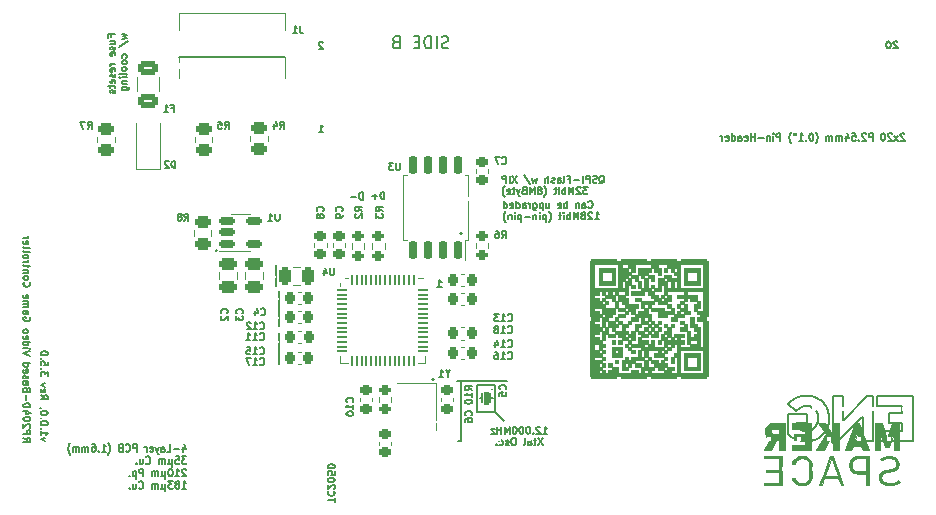
<source format=gbr>
%TF.GenerationSoftware,KiCad,Pcbnew,(6.0.6)*%
%TF.CreationDate,2022-07-20T13:38:39+10:00*%
%TF.ProjectId,SolderingInduction,536f6c64-6572-4696-9e67-496e64756374,3.5.0*%
%TF.SameCoordinates,Original*%
%TF.FileFunction,Legend,Bot*%
%TF.FilePolarity,Positive*%
%FSLAX46Y46*%
G04 Gerber Fmt 4.6, Leading zero omitted, Abs format (unit mm)*
G04 Created by KiCad (PCBNEW (6.0.6)) date 2022-07-20 13:38:39*
%MOMM*%
%LPD*%
G01*
G04 APERTURE LIST*
G04 Aperture macros list*
%AMRoundRect*
0 Rectangle with rounded corners*
0 $1 Rounding radius*
0 $2 $3 $4 $5 $6 $7 $8 $9 X,Y pos of 4 corners*
0 Add a 4 corners polygon primitive as box body*
4,1,4,$2,$3,$4,$5,$6,$7,$8,$9,$2,$3,0*
0 Add four circle primitives for the rounded corners*
1,1,$1+$1,$2,$3*
1,1,$1+$1,$4,$5*
1,1,$1+$1,$6,$7*
1,1,$1+$1,$8,$9*
0 Add four rect primitives between the rounded corners*
20,1,$1+$1,$2,$3,$4,$5,0*
20,1,$1+$1,$4,$5,$6,$7,0*
20,1,$1+$1,$6,$7,$8,$9,0*
20,1,$1+$1,$8,$9,$2,$3,0*%
G04 Aperture macros list end*
%ADD10C,0.150000*%
%ADD11C,0.150001*%
%ADD12C,0.100000*%
%ADD13C,0.200000*%
%ADD14C,0.145000*%
%ADD15C,0.120000*%
%ADD16C,0.026458*%
%ADD17C,0.020000*%
%ADD18C,4.400000*%
%ADD19C,1.750000*%
%ADD20C,0.990600*%
%ADD21C,0.787400*%
%ADD22R,1.700000X1.700000*%
%ADD23O,1.700000X1.700000*%
%ADD24RoundRect,0.200000X-0.275000X0.200000X-0.275000X-0.200000X0.275000X-0.200000X0.275000X0.200000X0*%
%ADD25RoundRect,0.250000X-0.450000X0.262500X-0.450000X-0.262500X0.450000X-0.262500X0.450000X0.262500X0*%
%ADD26RoundRect,0.250000X0.450000X-0.262500X0.450000X0.262500X-0.450000X0.262500X-0.450000X-0.262500X0*%
%ADD27RoundRect,0.225000X-0.250000X0.225000X-0.250000X-0.225000X0.250000X-0.225000X0.250000X0.225000X0*%
%ADD28RoundRect,0.150000X0.150000X-0.650000X0.150000X0.650000X-0.150000X0.650000X-0.150000X-0.650000X0*%
%ADD29RoundRect,0.225000X-0.225000X-0.250000X0.225000X-0.250000X0.225000X0.250000X-0.225000X0.250000X0*%
%ADD30RoundRect,0.225000X0.225000X0.250000X-0.225000X0.250000X-0.225000X-0.250000X0.225000X-0.250000X0*%
%ADD31R,1.200000X1.400000*%
%ADD32RoundRect,0.225000X0.250000X-0.225000X0.250000X0.225000X-0.250000X0.225000X-0.250000X-0.225000X0*%
%ADD33RoundRect,0.250000X-0.475000X0.250000X-0.475000X-0.250000X0.475000X-0.250000X0.475000X0.250000X0*%
%ADD34RoundRect,0.200000X0.275000X-0.200000X0.275000X0.200000X-0.275000X0.200000X-0.275000X-0.200000X0*%
%ADD35R,1.200000X0.900000*%
%ADD36C,2.000000*%
%ADD37RoundRect,0.050000X0.387500X0.050000X-0.387500X0.050000X-0.387500X-0.050000X0.387500X-0.050000X0*%
%ADD38RoundRect,0.050000X0.050000X0.387500X-0.050000X0.387500X-0.050000X-0.387500X0.050000X-0.387500X0*%
%ADD39R,3.200000X3.200000*%
%ADD40C,0.600000*%
%ADD41R,0.600000X1.160000*%
%ADD42R,0.300000X1.160000*%
%ADD43O,0.900000X2.000000*%
%ADD44O,0.900000X1.700000*%
%ADD45RoundRect,0.250000X-0.625000X0.375000X-0.625000X-0.375000X0.625000X-0.375000X0.625000X0.375000X0*%
%ADD46RoundRect,0.150000X-0.512500X-0.150000X0.512500X-0.150000X0.512500X0.150000X-0.512500X0.150000X0*%
%ADD47RoundRect,0.250000X0.250000X0.475000X-0.250000X0.475000X-0.250000X-0.475000X0.250000X-0.475000X0*%
%ADD48C,0.800000*%
%ADD49C,0.450000*%
%ADD50C,0.508000*%
G04 APERTURE END LIST*
D10*
X41500000Y-33300000D02*
X42300000Y-34100000D01*
X38600000Y-30700000D02*
X38600000Y-35800000D01*
X40200000Y-32100000D02*
X40400000Y-32100000D01*
X14755000Y-3245000D02*
X23695000Y-3245000D01*
X23200000Y-29250000D02*
X23200000Y-26650000D01*
X23000000Y-22650000D02*
X23000000Y-20850000D01*
X38600000Y-35800000D02*
X38400000Y-35800000D01*
X23200000Y-26050000D02*
X23200000Y-23050000D01*
X41250000Y-31400000D02*
G75*
G03*
X41250000Y-31400000I-50000J0D01*
G01*
X38600000Y-30700000D02*
X42550000Y-30700000D01*
X41100000Y-32100000D02*
X41300000Y-32100000D01*
D11*
X17975000Y-19650000D02*
G75*
G03*
X17975000Y-19650000I-75000J0D01*
G01*
D10*
X40400000Y-31700000D02*
X40400000Y-32500000D01*
X40400000Y-32100000D02*
X40400000Y-31700000D01*
X36320711Y-30550000D02*
G75*
G03*
X36320711Y-30550000I-70711J0D01*
G01*
X41100000Y-32500000D02*
X41100000Y-31700000D01*
D12*
X40600000Y-31600000D02*
X40900000Y-31600000D01*
X40900000Y-31600000D02*
X40900000Y-32600000D01*
X40900000Y-32600000D02*
X40600000Y-32600000D01*
X40600000Y-32600000D02*
X40600000Y-31600000D01*
G36*
X40600000Y-31600000D02*
G01*
X40900000Y-31600000D01*
X40900000Y-32600000D01*
X40600000Y-32600000D01*
X40600000Y-31600000D01*
G37*
D10*
X40000000Y-31050000D02*
X41500000Y-31050000D01*
X41500000Y-31050000D02*
X41500000Y-33300000D01*
X41500000Y-33300000D02*
X40000000Y-33300000D01*
X40000000Y-33300000D02*
X40000000Y-31050000D01*
D13*
X38725000Y-18200000D02*
G75*
G03*
X38725000Y-18200000I-100000J0D01*
G01*
D10*
X38250000Y-30700000D02*
X38600000Y-30700000D01*
X76157142Y-9778571D02*
X76128571Y-9750000D01*
X76071428Y-9721428D01*
X75928571Y-9721428D01*
X75871428Y-9750000D01*
X75842857Y-9778571D01*
X75814285Y-9835714D01*
X75814285Y-9892857D01*
X75842857Y-9978571D01*
X76185714Y-10321428D01*
X75814285Y-10321428D01*
X75614285Y-10321428D02*
X75300000Y-9921428D01*
X75614285Y-9921428D02*
X75300000Y-10321428D01*
X75100000Y-9778571D02*
X75071428Y-9750000D01*
X75014285Y-9721428D01*
X74871428Y-9721428D01*
X74814285Y-9750000D01*
X74785714Y-9778571D01*
X74757142Y-9835714D01*
X74757142Y-9892857D01*
X74785714Y-9978571D01*
X75128571Y-10321428D01*
X74757142Y-10321428D01*
X74385714Y-9721428D02*
X74328571Y-9721428D01*
X74271428Y-9750000D01*
X74242857Y-9778571D01*
X74214285Y-9835714D01*
X74185714Y-9950000D01*
X74185714Y-10092857D01*
X74214285Y-10207142D01*
X74242857Y-10264285D01*
X74271428Y-10292857D01*
X74328571Y-10321428D01*
X74385714Y-10321428D01*
X74442857Y-10292857D01*
X74471428Y-10264285D01*
X74500000Y-10207142D01*
X74528571Y-10092857D01*
X74528571Y-9950000D01*
X74500000Y-9835714D01*
X74471428Y-9778571D01*
X74442857Y-9750000D01*
X74385714Y-9721428D01*
X73471428Y-10321428D02*
X73471428Y-9721428D01*
X73242857Y-9721428D01*
X73185714Y-9750000D01*
X73157142Y-9778571D01*
X73128571Y-9835714D01*
X73128571Y-9921428D01*
X73157142Y-9978571D01*
X73185714Y-10007142D01*
X73242857Y-10035714D01*
X73471428Y-10035714D01*
X72900000Y-9778571D02*
X72871428Y-9750000D01*
X72814285Y-9721428D01*
X72671428Y-9721428D01*
X72614285Y-9750000D01*
X72585714Y-9778571D01*
X72557142Y-9835714D01*
X72557142Y-9892857D01*
X72585714Y-9978571D01*
X72928571Y-10321428D01*
X72557142Y-10321428D01*
X72300000Y-10264285D02*
X72271428Y-10292857D01*
X72300000Y-10321428D01*
X72328571Y-10292857D01*
X72300000Y-10264285D01*
X72300000Y-10321428D01*
X71728571Y-9721428D02*
X72014285Y-9721428D01*
X72042857Y-10007142D01*
X72014285Y-9978571D01*
X71957142Y-9950000D01*
X71814285Y-9950000D01*
X71757142Y-9978571D01*
X71728571Y-10007142D01*
X71700000Y-10064285D01*
X71700000Y-10207142D01*
X71728571Y-10264285D01*
X71757142Y-10292857D01*
X71814285Y-10321428D01*
X71957142Y-10321428D01*
X72014285Y-10292857D01*
X72042857Y-10264285D01*
X71185714Y-9921428D02*
X71185714Y-10321428D01*
X71328571Y-9692857D02*
X71471428Y-10121428D01*
X71100000Y-10121428D01*
X70871428Y-10321428D02*
X70871428Y-9921428D01*
X70871428Y-9978571D02*
X70842857Y-9950000D01*
X70785714Y-9921428D01*
X70700000Y-9921428D01*
X70642857Y-9950000D01*
X70614285Y-10007142D01*
X70614285Y-10321428D01*
X70614285Y-10007142D02*
X70585714Y-9950000D01*
X70528571Y-9921428D01*
X70442857Y-9921428D01*
X70385714Y-9950000D01*
X70357142Y-10007142D01*
X70357142Y-10321428D01*
X70071428Y-10321428D02*
X70071428Y-9921428D01*
X70071428Y-9978571D02*
X70042857Y-9950000D01*
X69985714Y-9921428D01*
X69900000Y-9921428D01*
X69842857Y-9950000D01*
X69814285Y-10007142D01*
X69814285Y-10321428D01*
X69814285Y-10007142D02*
X69785714Y-9950000D01*
X69728571Y-9921428D01*
X69642857Y-9921428D01*
X69585714Y-9950000D01*
X69557142Y-10007142D01*
X69557142Y-10321428D01*
X68642857Y-10550000D02*
X68671428Y-10521428D01*
X68728571Y-10435714D01*
X68757142Y-10378571D01*
X68785714Y-10292857D01*
X68814285Y-10150000D01*
X68814285Y-10035714D01*
X68785714Y-9892857D01*
X68757142Y-9807142D01*
X68728571Y-9750000D01*
X68671428Y-9664285D01*
X68642857Y-9635714D01*
X68300000Y-9721428D02*
X68242857Y-9721428D01*
X68185714Y-9750000D01*
X68157142Y-9778571D01*
X68128571Y-9835714D01*
X68100000Y-9950000D01*
X68100000Y-10092857D01*
X68128571Y-10207142D01*
X68157142Y-10264285D01*
X68185714Y-10292857D01*
X68242857Y-10321428D01*
X68300000Y-10321428D01*
X68357142Y-10292857D01*
X68385714Y-10264285D01*
X68414285Y-10207142D01*
X68442857Y-10092857D01*
X68442857Y-9950000D01*
X68414285Y-9835714D01*
X68385714Y-9778571D01*
X68357142Y-9750000D01*
X68300000Y-9721428D01*
X67842857Y-10264285D02*
X67814285Y-10292857D01*
X67842857Y-10321428D01*
X67871428Y-10292857D01*
X67842857Y-10264285D01*
X67842857Y-10321428D01*
X67242857Y-10321428D02*
X67585714Y-10321428D01*
X67414285Y-10321428D02*
X67414285Y-9721428D01*
X67471428Y-9807142D01*
X67528571Y-9864285D01*
X67585714Y-9892857D01*
X67014285Y-9721428D02*
X67014285Y-9835714D01*
X66785714Y-9721428D02*
X66785714Y-9835714D01*
X66585714Y-10550000D02*
X66557142Y-10521428D01*
X66500000Y-10435714D01*
X66471428Y-10378571D01*
X66442857Y-10292857D01*
X66414285Y-10150000D01*
X66414285Y-10035714D01*
X66442857Y-9892857D01*
X66471428Y-9807142D01*
X66500000Y-9750000D01*
X66557142Y-9664285D01*
X66585714Y-9635714D01*
X65671428Y-10321428D02*
X65671428Y-9721428D01*
X65442857Y-9721428D01*
X65385714Y-9750000D01*
X65357142Y-9778571D01*
X65328571Y-9835714D01*
X65328571Y-9921428D01*
X65357142Y-9978571D01*
X65385714Y-10007142D01*
X65442857Y-10035714D01*
X65671428Y-10035714D01*
X65071428Y-10321428D02*
X65071428Y-9921428D01*
X65071428Y-9721428D02*
X65100000Y-9750000D01*
X65071428Y-9778571D01*
X65042857Y-9750000D01*
X65071428Y-9721428D01*
X65071428Y-9778571D01*
X64785714Y-9921428D02*
X64785714Y-10321428D01*
X64785714Y-9978571D02*
X64757142Y-9950000D01*
X64700000Y-9921428D01*
X64614285Y-9921428D01*
X64557142Y-9950000D01*
X64528571Y-10007142D01*
X64528571Y-10321428D01*
X64242857Y-10092857D02*
X63785714Y-10092857D01*
X63500000Y-10321428D02*
X63500000Y-9721428D01*
X63500000Y-10007142D02*
X63157142Y-10007142D01*
X63157142Y-10321428D02*
X63157142Y-9721428D01*
X62642857Y-10292857D02*
X62700000Y-10321428D01*
X62814285Y-10321428D01*
X62871428Y-10292857D01*
X62900000Y-10235714D01*
X62900000Y-10007142D01*
X62871428Y-9950000D01*
X62814285Y-9921428D01*
X62700000Y-9921428D01*
X62642857Y-9950000D01*
X62614285Y-10007142D01*
X62614285Y-10064285D01*
X62900000Y-10121428D01*
X62100000Y-10321428D02*
X62100000Y-10007142D01*
X62128571Y-9950000D01*
X62185714Y-9921428D01*
X62300000Y-9921428D01*
X62357142Y-9950000D01*
X62100000Y-10292857D02*
X62157142Y-10321428D01*
X62300000Y-10321428D01*
X62357142Y-10292857D01*
X62385714Y-10235714D01*
X62385714Y-10178571D01*
X62357142Y-10121428D01*
X62300000Y-10092857D01*
X62157142Y-10092857D01*
X62100000Y-10064285D01*
X61557142Y-10321428D02*
X61557142Y-9721428D01*
X61557142Y-10292857D02*
X61614285Y-10321428D01*
X61728571Y-10321428D01*
X61785714Y-10292857D01*
X61814285Y-10264285D01*
X61842857Y-10207142D01*
X61842857Y-10035714D01*
X61814285Y-9978571D01*
X61785714Y-9950000D01*
X61728571Y-9921428D01*
X61614285Y-9921428D01*
X61557142Y-9950000D01*
X61042857Y-10292857D02*
X61100000Y-10321428D01*
X61214285Y-10321428D01*
X61271428Y-10292857D01*
X61300000Y-10235714D01*
X61300000Y-10007142D01*
X61271428Y-9950000D01*
X61214285Y-9921428D01*
X61100000Y-9921428D01*
X61042857Y-9950000D01*
X61014285Y-10007142D01*
X61014285Y-10064285D01*
X61300000Y-10121428D01*
X60757142Y-10321428D02*
X60757142Y-9921428D01*
X60757142Y-10035714D02*
X60728571Y-9978571D01*
X60700000Y-9950000D01*
X60642857Y-9921428D01*
X60585714Y-9921428D01*
X15052500Y-36240964D02*
X15052500Y-36674297D01*
X15195357Y-35993345D02*
X15338214Y-36457630D01*
X14966785Y-36457630D01*
X14738214Y-36426678D02*
X14281071Y-36426678D01*
X13709642Y-36674297D02*
X13995357Y-36674297D01*
X13995357Y-36024297D01*
X13252500Y-36674297D02*
X13252500Y-36333821D01*
X13281071Y-36271916D01*
X13338214Y-36240964D01*
X13452500Y-36240964D01*
X13509642Y-36271916D01*
X13252500Y-36643345D02*
X13309642Y-36674297D01*
X13452500Y-36674297D01*
X13509642Y-36643345D01*
X13538214Y-36581440D01*
X13538214Y-36519535D01*
X13509642Y-36457630D01*
X13452500Y-36426678D01*
X13309642Y-36426678D01*
X13252500Y-36395726D01*
X13023928Y-36240964D02*
X12881071Y-36674297D01*
X12738214Y-36240964D02*
X12881071Y-36674297D01*
X12938214Y-36829059D01*
X12966785Y-36860011D01*
X13023928Y-36890964D01*
X12281071Y-36643345D02*
X12338214Y-36674297D01*
X12452500Y-36674297D01*
X12509642Y-36643345D01*
X12538214Y-36581440D01*
X12538214Y-36333821D01*
X12509642Y-36271916D01*
X12452500Y-36240964D01*
X12338214Y-36240964D01*
X12281071Y-36271916D01*
X12252500Y-36333821D01*
X12252500Y-36395726D01*
X12538214Y-36457630D01*
X11995357Y-36674297D02*
X11995357Y-36240964D01*
X11995357Y-36364773D02*
X11966785Y-36302869D01*
X11938214Y-36271916D01*
X11881071Y-36240964D01*
X11823928Y-36240964D01*
X11166785Y-36674297D02*
X11166785Y-36024297D01*
X10938214Y-36024297D01*
X10881071Y-36055250D01*
X10852500Y-36086202D01*
X10823928Y-36148107D01*
X10823928Y-36240964D01*
X10852500Y-36302869D01*
X10881071Y-36333821D01*
X10938214Y-36364773D01*
X11166785Y-36364773D01*
X10223928Y-36612392D02*
X10252500Y-36643345D01*
X10338214Y-36674297D01*
X10395357Y-36674297D01*
X10481071Y-36643345D01*
X10538214Y-36581440D01*
X10566785Y-36519535D01*
X10595357Y-36395726D01*
X10595357Y-36302869D01*
X10566785Y-36179059D01*
X10538214Y-36117154D01*
X10481071Y-36055250D01*
X10395357Y-36024297D01*
X10338214Y-36024297D01*
X10252500Y-36055250D01*
X10223928Y-36086202D01*
X9766785Y-36333821D02*
X9681071Y-36364773D01*
X9652500Y-36395726D01*
X9623928Y-36457630D01*
X9623928Y-36550488D01*
X9652500Y-36612392D01*
X9681071Y-36643345D01*
X9738214Y-36674297D01*
X9966785Y-36674297D01*
X9966785Y-36024297D01*
X9766785Y-36024297D01*
X9709642Y-36055250D01*
X9681071Y-36086202D01*
X9652500Y-36148107D01*
X9652500Y-36210011D01*
X9681071Y-36271916D01*
X9709642Y-36302869D01*
X9766785Y-36333821D01*
X9966785Y-36333821D01*
X8738214Y-36921916D02*
X8766785Y-36890964D01*
X8823928Y-36798107D01*
X8852500Y-36736202D01*
X8881071Y-36643345D01*
X8909642Y-36488583D01*
X8909642Y-36364773D01*
X8881071Y-36210011D01*
X8852500Y-36117154D01*
X8823928Y-36055250D01*
X8766785Y-35962392D01*
X8738214Y-35931440D01*
X8195357Y-36674297D02*
X8538214Y-36674297D01*
X8366785Y-36674297D02*
X8366785Y-36024297D01*
X8423928Y-36117154D01*
X8481071Y-36179059D01*
X8538214Y-36210011D01*
X7938214Y-36612392D02*
X7909642Y-36643345D01*
X7938214Y-36674297D01*
X7966785Y-36643345D01*
X7938214Y-36612392D01*
X7938214Y-36674297D01*
X7395357Y-36024297D02*
X7509642Y-36024297D01*
X7566785Y-36055250D01*
X7595357Y-36086202D01*
X7652499Y-36179059D01*
X7681071Y-36302869D01*
X7681071Y-36550488D01*
X7652499Y-36612392D01*
X7623928Y-36643345D01*
X7566785Y-36674297D01*
X7452499Y-36674297D01*
X7395357Y-36643345D01*
X7366785Y-36612392D01*
X7338214Y-36550488D01*
X7338214Y-36395726D01*
X7366785Y-36333821D01*
X7395357Y-36302869D01*
X7452499Y-36271916D01*
X7566785Y-36271916D01*
X7623928Y-36302869D01*
X7652499Y-36333821D01*
X7681071Y-36395726D01*
X7081071Y-36674297D02*
X7081071Y-36240964D01*
X7081071Y-36302869D02*
X7052500Y-36271916D01*
X6995357Y-36240964D01*
X6909642Y-36240964D01*
X6852500Y-36271916D01*
X6823928Y-36333821D01*
X6823928Y-36674297D01*
X6823928Y-36333821D02*
X6795357Y-36271916D01*
X6738214Y-36240964D01*
X6652500Y-36240964D01*
X6595357Y-36271916D01*
X6566785Y-36333821D01*
X6566785Y-36674297D01*
X6281071Y-36674297D02*
X6281071Y-36240964D01*
X6281071Y-36302869D02*
X6252500Y-36271916D01*
X6195357Y-36240964D01*
X6109642Y-36240964D01*
X6052500Y-36271916D01*
X6023928Y-36333821D01*
X6023928Y-36674297D01*
X6023928Y-36333821D02*
X5995357Y-36271916D01*
X5938214Y-36240964D01*
X5852500Y-36240964D01*
X5795357Y-36271916D01*
X5766785Y-36333821D01*
X5766785Y-36674297D01*
X5538214Y-36921916D02*
X5509642Y-36890964D01*
X5452500Y-36798107D01*
X5423928Y-36736202D01*
X5395357Y-36643345D01*
X5366785Y-36488583D01*
X5366785Y-36364773D01*
X5395357Y-36210011D01*
X5423928Y-36117154D01*
X5452500Y-36055250D01*
X5509642Y-35962392D01*
X5538214Y-35931440D01*
X15366785Y-37070797D02*
X14995357Y-37070797D01*
X15195357Y-37318416D01*
X15109642Y-37318416D01*
X15052500Y-37349369D01*
X15023928Y-37380321D01*
X14995357Y-37442226D01*
X14995357Y-37596988D01*
X15023928Y-37658892D01*
X15052500Y-37689845D01*
X15109642Y-37720797D01*
X15281071Y-37720797D01*
X15338214Y-37689845D01*
X15366785Y-37658892D01*
X14452500Y-37070797D02*
X14738214Y-37070797D01*
X14766785Y-37380321D01*
X14738214Y-37349369D01*
X14681071Y-37318416D01*
X14538214Y-37318416D01*
X14481071Y-37349369D01*
X14452500Y-37380321D01*
X14423928Y-37442226D01*
X14423928Y-37596988D01*
X14452500Y-37658892D01*
X14481071Y-37689845D01*
X14538214Y-37720797D01*
X14681071Y-37720797D01*
X14738214Y-37689845D01*
X14766785Y-37658892D01*
X14166785Y-37287464D02*
X14166785Y-37937464D01*
X13881071Y-37627940D02*
X13852500Y-37689845D01*
X13795357Y-37720797D01*
X14166785Y-37627940D02*
X14138214Y-37689845D01*
X14081071Y-37720797D01*
X13966785Y-37720797D01*
X13909642Y-37689845D01*
X13881071Y-37627940D01*
X13881071Y-37287464D01*
X13538214Y-37720797D02*
X13538214Y-37287464D01*
X13538214Y-37349369D02*
X13509642Y-37318416D01*
X13452500Y-37287464D01*
X13366785Y-37287464D01*
X13309642Y-37318416D01*
X13281071Y-37380321D01*
X13281071Y-37720797D01*
X13281071Y-37380321D02*
X13252500Y-37318416D01*
X13195357Y-37287464D01*
X13109642Y-37287464D01*
X13052500Y-37318416D01*
X13023928Y-37380321D01*
X13023928Y-37720797D01*
X11938214Y-37658892D02*
X11966785Y-37689845D01*
X12052500Y-37720797D01*
X12109642Y-37720797D01*
X12195357Y-37689845D01*
X12252500Y-37627940D01*
X12281071Y-37566035D01*
X12309642Y-37442226D01*
X12309642Y-37349369D01*
X12281071Y-37225559D01*
X12252500Y-37163654D01*
X12195357Y-37101750D01*
X12109642Y-37070797D01*
X12052500Y-37070797D01*
X11966785Y-37101750D01*
X11938214Y-37132702D01*
X11423928Y-37287464D02*
X11423928Y-37720797D01*
X11681071Y-37287464D02*
X11681071Y-37627940D01*
X11652500Y-37689845D01*
X11595357Y-37720797D01*
X11509642Y-37720797D01*
X11452500Y-37689845D01*
X11423928Y-37658892D01*
X11138214Y-37658892D02*
X11109642Y-37689845D01*
X11138214Y-37720797D01*
X11166785Y-37689845D01*
X11138214Y-37658892D01*
X11138214Y-37720797D01*
X15338214Y-38179202D02*
X15309642Y-38148250D01*
X15252500Y-38117297D01*
X15109642Y-38117297D01*
X15052500Y-38148250D01*
X15023928Y-38179202D01*
X14995357Y-38241107D01*
X14995357Y-38303011D01*
X15023928Y-38395869D01*
X15366785Y-38767297D01*
X14995357Y-38767297D01*
X14423928Y-38767297D02*
X14766785Y-38767297D01*
X14595357Y-38767297D02*
X14595357Y-38117297D01*
X14652500Y-38210154D01*
X14709642Y-38272059D01*
X14766785Y-38303011D01*
X14052499Y-38117297D02*
X13995357Y-38117297D01*
X13938214Y-38148250D01*
X13909642Y-38179202D01*
X13881071Y-38241107D01*
X13852499Y-38364916D01*
X13852499Y-38519678D01*
X13881071Y-38643488D01*
X13909642Y-38705392D01*
X13938214Y-38736345D01*
X13995357Y-38767297D01*
X14052499Y-38767297D01*
X14109642Y-38736345D01*
X14138214Y-38705392D01*
X14166785Y-38643488D01*
X14195357Y-38519678D01*
X14195357Y-38364916D01*
X14166785Y-38241107D01*
X14138214Y-38179202D01*
X14109642Y-38148250D01*
X14052499Y-38117297D01*
X13595357Y-38333964D02*
X13595357Y-38983964D01*
X13309642Y-38674440D02*
X13281071Y-38736345D01*
X13223928Y-38767297D01*
X13595357Y-38674440D02*
X13566785Y-38736345D01*
X13509642Y-38767297D01*
X13395357Y-38767297D01*
X13338214Y-38736345D01*
X13309642Y-38674440D01*
X13309642Y-38333964D01*
X12966785Y-38767297D02*
X12966785Y-38333964D01*
X12966785Y-38395869D02*
X12938214Y-38364916D01*
X12881071Y-38333964D01*
X12795357Y-38333964D01*
X12738214Y-38364916D01*
X12709642Y-38426821D01*
X12709642Y-38767297D01*
X12709642Y-38426821D02*
X12681071Y-38364916D01*
X12623928Y-38333964D01*
X12538214Y-38333964D01*
X12481071Y-38364916D01*
X12452499Y-38426821D01*
X12452499Y-38767297D01*
X11709642Y-38767297D02*
X11709642Y-38117297D01*
X11481071Y-38117297D01*
X11423928Y-38148250D01*
X11395357Y-38179202D01*
X11366785Y-38241107D01*
X11366785Y-38333964D01*
X11395357Y-38395869D01*
X11423928Y-38426821D01*
X11481071Y-38457773D01*
X11709642Y-38457773D01*
X11109642Y-38333964D02*
X11109642Y-38983964D01*
X11109642Y-38364916D02*
X11052499Y-38333964D01*
X10938214Y-38333964D01*
X10881071Y-38364916D01*
X10852499Y-38395869D01*
X10823928Y-38457773D01*
X10823928Y-38643488D01*
X10852499Y-38705392D01*
X10881071Y-38736345D01*
X10938214Y-38767297D01*
X11052499Y-38767297D01*
X11109642Y-38736345D01*
X10566785Y-38705392D02*
X10538214Y-38736345D01*
X10566785Y-38767297D01*
X10595357Y-38736345D01*
X10566785Y-38705392D01*
X10566785Y-38767297D01*
X14995357Y-39813797D02*
X15338214Y-39813797D01*
X15166785Y-39813797D02*
X15166785Y-39163797D01*
X15223928Y-39256654D01*
X15281071Y-39318559D01*
X15338214Y-39349511D01*
X14652500Y-39442369D02*
X14709642Y-39411416D01*
X14738214Y-39380464D01*
X14766785Y-39318559D01*
X14766785Y-39287607D01*
X14738214Y-39225702D01*
X14709642Y-39194750D01*
X14652500Y-39163797D01*
X14538214Y-39163797D01*
X14481071Y-39194750D01*
X14452499Y-39225702D01*
X14423928Y-39287607D01*
X14423928Y-39318559D01*
X14452499Y-39380464D01*
X14481071Y-39411416D01*
X14538214Y-39442369D01*
X14652500Y-39442369D01*
X14709642Y-39473321D01*
X14738214Y-39504273D01*
X14766785Y-39566178D01*
X14766785Y-39689988D01*
X14738214Y-39751892D01*
X14709642Y-39782845D01*
X14652500Y-39813797D01*
X14538214Y-39813797D01*
X14481071Y-39782845D01*
X14452499Y-39751892D01*
X14423928Y-39689988D01*
X14423928Y-39566178D01*
X14452499Y-39504273D01*
X14481071Y-39473321D01*
X14538214Y-39442369D01*
X14223928Y-39163797D02*
X13852499Y-39163797D01*
X14052499Y-39411416D01*
X13966785Y-39411416D01*
X13909642Y-39442369D01*
X13881071Y-39473321D01*
X13852499Y-39535226D01*
X13852499Y-39689988D01*
X13881071Y-39751892D01*
X13909642Y-39782845D01*
X13966785Y-39813797D01*
X14138214Y-39813797D01*
X14195357Y-39782845D01*
X14223928Y-39751892D01*
X13595357Y-39380464D02*
X13595357Y-40030464D01*
X13309642Y-39720940D02*
X13281071Y-39782845D01*
X13223928Y-39813797D01*
X13595357Y-39720940D02*
X13566785Y-39782845D01*
X13509642Y-39813797D01*
X13395357Y-39813797D01*
X13338214Y-39782845D01*
X13309642Y-39720940D01*
X13309642Y-39380464D01*
X12966785Y-39813797D02*
X12966785Y-39380464D01*
X12966785Y-39442369D02*
X12938214Y-39411416D01*
X12881071Y-39380464D01*
X12795357Y-39380464D01*
X12738214Y-39411416D01*
X12709642Y-39473321D01*
X12709642Y-39813797D01*
X12709642Y-39473321D02*
X12681071Y-39411416D01*
X12623928Y-39380464D01*
X12538214Y-39380464D01*
X12481071Y-39411416D01*
X12452499Y-39473321D01*
X12452499Y-39813797D01*
X11366785Y-39751892D02*
X11395357Y-39782845D01*
X11481071Y-39813797D01*
X11538214Y-39813797D01*
X11623928Y-39782845D01*
X11681071Y-39720940D01*
X11709642Y-39659035D01*
X11738214Y-39535226D01*
X11738214Y-39442369D01*
X11709642Y-39318559D01*
X11681071Y-39256654D01*
X11623928Y-39194750D01*
X11538214Y-39163797D01*
X11481071Y-39163797D01*
X11395357Y-39194750D01*
X11366785Y-39225702D01*
X10852499Y-39380464D02*
X10852499Y-39813797D01*
X11109642Y-39380464D02*
X11109642Y-39720940D01*
X11081071Y-39782845D01*
X11023928Y-39813797D01*
X10938214Y-39813797D01*
X10881071Y-39782845D01*
X10852499Y-39751892D01*
X10566785Y-39751892D02*
X10538214Y-39782845D01*
X10566785Y-39813797D01*
X10595357Y-39782845D01*
X10566785Y-39751892D01*
X10566785Y-39813797D01*
X3428571Y-35766785D02*
X3028571Y-35623928D01*
X3428571Y-35481071D01*
X3028571Y-34938214D02*
X3028571Y-35281071D01*
X3028571Y-35109642D02*
X3628571Y-35109642D01*
X3542857Y-35166785D01*
X3485714Y-35223928D01*
X3457142Y-35281071D01*
X3085714Y-34681071D02*
X3057142Y-34652500D01*
X3028571Y-34681071D01*
X3057142Y-34709642D01*
X3085714Y-34681071D01*
X3028571Y-34681071D01*
X3628571Y-34281071D02*
X3628571Y-34223928D01*
X3600000Y-34166785D01*
X3571428Y-34138214D01*
X3514285Y-34109642D01*
X3400000Y-34081071D01*
X3257142Y-34081071D01*
X3142857Y-34109642D01*
X3085714Y-34138214D01*
X3057142Y-34166785D01*
X3028571Y-34223928D01*
X3028571Y-34281071D01*
X3057142Y-34338214D01*
X3085714Y-34366785D01*
X3142857Y-34395357D01*
X3257142Y-34423928D01*
X3400000Y-34423928D01*
X3514285Y-34395357D01*
X3571428Y-34366785D01*
X3600000Y-34338214D01*
X3628571Y-34281071D01*
X3085714Y-33823928D02*
X3057142Y-33795357D01*
X3028571Y-33823928D01*
X3057142Y-33852500D01*
X3085714Y-33823928D01*
X3028571Y-33823928D01*
X3628571Y-33423928D02*
X3628571Y-33366785D01*
X3600000Y-33309642D01*
X3571428Y-33281071D01*
X3514285Y-33252500D01*
X3400000Y-33223928D01*
X3257142Y-33223928D01*
X3142857Y-33252500D01*
X3085714Y-33281071D01*
X3057142Y-33309642D01*
X3028571Y-33366785D01*
X3028571Y-33423928D01*
X3057142Y-33481071D01*
X3085714Y-33509642D01*
X3142857Y-33538214D01*
X3257142Y-33566785D01*
X3400000Y-33566785D01*
X3514285Y-33538214D01*
X3571428Y-33509642D01*
X3600000Y-33481071D01*
X3628571Y-33423928D01*
X3057142Y-32938214D02*
X3028571Y-32938214D01*
X2971428Y-32966785D01*
X2942857Y-32995357D01*
X3028571Y-31881071D02*
X3314285Y-32081071D01*
X3028571Y-32223928D02*
X3628571Y-32223928D01*
X3628571Y-31995357D01*
X3600000Y-31938214D01*
X3571428Y-31909642D01*
X3514285Y-31881071D01*
X3428571Y-31881071D01*
X3371428Y-31909642D01*
X3342857Y-31938214D01*
X3314285Y-31995357D01*
X3314285Y-32223928D01*
X3057142Y-31395357D02*
X3028571Y-31452500D01*
X3028571Y-31566785D01*
X3057142Y-31623928D01*
X3114285Y-31652500D01*
X3342857Y-31652500D01*
X3400000Y-31623928D01*
X3428571Y-31566785D01*
X3428571Y-31452500D01*
X3400000Y-31395357D01*
X3342857Y-31366785D01*
X3285714Y-31366785D01*
X3228571Y-31652500D01*
X3428571Y-31166785D02*
X3028571Y-31023928D01*
X3428571Y-30881071D01*
X3628571Y-30252500D02*
X3628571Y-29881071D01*
X3400000Y-30081071D01*
X3400000Y-29995357D01*
X3371428Y-29938214D01*
X3342857Y-29909642D01*
X3285714Y-29881071D01*
X3142857Y-29881071D01*
X3085714Y-29909642D01*
X3057142Y-29938214D01*
X3028571Y-29995357D01*
X3028571Y-30166785D01*
X3057142Y-30223928D01*
X3085714Y-30252500D01*
X3085714Y-29623928D02*
X3057142Y-29595357D01*
X3028571Y-29623928D01*
X3057142Y-29652500D01*
X3085714Y-29623928D01*
X3028571Y-29623928D01*
X3628571Y-29052500D02*
X3628571Y-29338214D01*
X3342857Y-29366785D01*
X3371428Y-29338214D01*
X3400000Y-29281071D01*
X3400000Y-29138214D01*
X3371428Y-29081071D01*
X3342857Y-29052500D01*
X3285714Y-29023928D01*
X3142857Y-29023928D01*
X3085714Y-29052500D01*
X3057142Y-29081071D01*
X3028571Y-29138214D01*
X3028571Y-29281071D01*
X3057142Y-29338214D01*
X3085714Y-29366785D01*
X3085714Y-28766785D02*
X3057142Y-28738214D01*
X3028571Y-28766785D01*
X3057142Y-28795357D01*
X3085714Y-28766785D01*
X3028571Y-28766785D01*
X3628571Y-28366785D02*
X3628571Y-28309642D01*
X3600000Y-28252500D01*
X3571428Y-28223928D01*
X3514285Y-28195357D01*
X3400000Y-28166785D01*
X3257142Y-28166785D01*
X3142857Y-28195357D01*
X3085714Y-28223928D01*
X3057142Y-28252500D01*
X3028571Y-28309642D01*
X3028571Y-28366785D01*
X3057142Y-28423928D01*
X3085714Y-28452500D01*
X3142857Y-28481071D01*
X3257142Y-28509642D01*
X3400000Y-28509642D01*
X3514285Y-28481071D01*
X3571428Y-28452500D01*
X3600000Y-28423928D01*
X3628571Y-28366785D01*
X49411785Y-15981285D02*
X49440357Y-16009857D01*
X49526071Y-16038428D01*
X49583214Y-16038428D01*
X49668928Y-16009857D01*
X49726071Y-15952714D01*
X49754642Y-15895571D01*
X49783214Y-15781285D01*
X49783214Y-15695571D01*
X49754642Y-15581285D01*
X49726071Y-15524142D01*
X49668928Y-15467000D01*
X49583214Y-15438428D01*
X49526071Y-15438428D01*
X49440357Y-15467000D01*
X49411785Y-15495571D01*
X48897500Y-16038428D02*
X48897500Y-15724142D01*
X48926071Y-15667000D01*
X48983214Y-15638428D01*
X49097500Y-15638428D01*
X49154642Y-15667000D01*
X48897500Y-16009857D02*
X48954642Y-16038428D01*
X49097500Y-16038428D01*
X49154642Y-16009857D01*
X49183214Y-15952714D01*
X49183214Y-15895571D01*
X49154642Y-15838428D01*
X49097500Y-15809857D01*
X48954642Y-15809857D01*
X48897500Y-15781285D01*
X48611785Y-15638428D02*
X48611785Y-16038428D01*
X48611785Y-15695571D02*
X48583214Y-15667000D01*
X48526071Y-15638428D01*
X48440357Y-15638428D01*
X48383214Y-15667000D01*
X48354642Y-15724142D01*
X48354642Y-16038428D01*
X47611785Y-16038428D02*
X47611785Y-15438428D01*
X47611785Y-15667000D02*
X47554642Y-15638428D01*
X47440357Y-15638428D01*
X47383214Y-15667000D01*
X47354642Y-15695571D01*
X47326071Y-15752714D01*
X47326071Y-15924142D01*
X47354642Y-15981285D01*
X47383214Y-16009857D01*
X47440357Y-16038428D01*
X47554642Y-16038428D01*
X47611785Y-16009857D01*
X46840357Y-16009857D02*
X46897500Y-16038428D01*
X47011785Y-16038428D01*
X47068928Y-16009857D01*
X47097500Y-15952714D01*
X47097500Y-15724142D01*
X47068928Y-15667000D01*
X47011785Y-15638428D01*
X46897500Y-15638428D01*
X46840357Y-15667000D01*
X46811785Y-15724142D01*
X46811785Y-15781285D01*
X47097500Y-15838428D01*
X45840357Y-15638428D02*
X45840357Y-16038428D01*
X46097500Y-15638428D02*
X46097500Y-15952714D01*
X46068928Y-16009857D01*
X46011785Y-16038428D01*
X45926071Y-16038428D01*
X45868928Y-16009857D01*
X45840357Y-15981285D01*
X45554642Y-15638428D02*
X45554642Y-16238428D01*
X45554642Y-15667000D02*
X45497500Y-15638428D01*
X45383214Y-15638428D01*
X45326071Y-15667000D01*
X45297500Y-15695571D01*
X45268928Y-15752714D01*
X45268928Y-15924142D01*
X45297500Y-15981285D01*
X45326071Y-16009857D01*
X45383214Y-16038428D01*
X45497500Y-16038428D01*
X45554642Y-16009857D01*
X44754642Y-15638428D02*
X44754642Y-16124142D01*
X44783214Y-16181285D01*
X44811785Y-16209857D01*
X44868928Y-16238428D01*
X44954642Y-16238428D01*
X45011785Y-16209857D01*
X44754642Y-16009857D02*
X44811785Y-16038428D01*
X44926071Y-16038428D01*
X44983214Y-16009857D01*
X45011785Y-15981285D01*
X45040357Y-15924142D01*
X45040357Y-15752714D01*
X45011785Y-15695571D01*
X44983214Y-15667000D01*
X44926071Y-15638428D01*
X44811785Y-15638428D01*
X44754642Y-15667000D01*
X44468928Y-16038428D02*
X44468928Y-15638428D01*
X44468928Y-15752714D02*
X44440357Y-15695571D01*
X44411785Y-15667000D01*
X44354642Y-15638428D01*
X44297500Y-15638428D01*
X43840357Y-16038428D02*
X43840357Y-15724142D01*
X43868928Y-15667000D01*
X43926071Y-15638428D01*
X44040357Y-15638428D01*
X44097500Y-15667000D01*
X43840357Y-16009857D02*
X43897500Y-16038428D01*
X44040357Y-16038428D01*
X44097500Y-16009857D01*
X44126071Y-15952714D01*
X44126071Y-15895571D01*
X44097500Y-15838428D01*
X44040357Y-15809857D01*
X43897500Y-15809857D01*
X43840357Y-15781285D01*
X43297500Y-16038428D02*
X43297500Y-15438428D01*
X43297500Y-16009857D02*
X43354642Y-16038428D01*
X43468928Y-16038428D01*
X43526071Y-16009857D01*
X43554642Y-15981285D01*
X43583214Y-15924142D01*
X43583214Y-15752714D01*
X43554642Y-15695571D01*
X43526071Y-15667000D01*
X43468928Y-15638428D01*
X43354642Y-15638428D01*
X43297500Y-15667000D01*
X42783214Y-16009857D02*
X42840357Y-16038428D01*
X42954642Y-16038428D01*
X43011785Y-16009857D01*
X43040357Y-15952714D01*
X43040357Y-15724142D01*
X43011785Y-15667000D01*
X42954642Y-15638428D01*
X42840357Y-15638428D01*
X42783214Y-15667000D01*
X42754642Y-15724142D01*
X42754642Y-15781285D01*
X43040357Y-15838428D01*
X42240357Y-16038428D02*
X42240357Y-15438428D01*
X42240357Y-16009857D02*
X42297500Y-16038428D01*
X42411785Y-16038428D01*
X42468928Y-16009857D01*
X42497500Y-15981285D01*
X42526071Y-15924142D01*
X42526071Y-15752714D01*
X42497500Y-15695571D01*
X42468928Y-15667000D01*
X42411785Y-15638428D01*
X42297500Y-15638428D01*
X42240357Y-15667000D01*
X49954642Y-17004428D02*
X50297500Y-17004428D01*
X50126071Y-17004428D02*
X50126071Y-16404428D01*
X50183214Y-16490142D01*
X50240357Y-16547285D01*
X50297500Y-16575857D01*
X49726071Y-16461571D02*
X49697500Y-16433000D01*
X49640357Y-16404428D01*
X49497500Y-16404428D01*
X49440357Y-16433000D01*
X49411785Y-16461571D01*
X49383214Y-16518714D01*
X49383214Y-16575857D01*
X49411785Y-16661571D01*
X49754642Y-17004428D01*
X49383214Y-17004428D01*
X49040357Y-16661571D02*
X49097500Y-16633000D01*
X49126071Y-16604428D01*
X49154642Y-16547285D01*
X49154642Y-16518714D01*
X49126071Y-16461571D01*
X49097500Y-16433000D01*
X49040357Y-16404428D01*
X48926071Y-16404428D01*
X48868928Y-16433000D01*
X48840357Y-16461571D01*
X48811785Y-16518714D01*
X48811785Y-16547285D01*
X48840357Y-16604428D01*
X48868928Y-16633000D01*
X48926071Y-16661571D01*
X49040357Y-16661571D01*
X49097500Y-16690142D01*
X49126071Y-16718714D01*
X49154642Y-16775857D01*
X49154642Y-16890142D01*
X49126071Y-16947285D01*
X49097500Y-16975857D01*
X49040357Y-17004428D01*
X48926071Y-17004428D01*
X48868928Y-16975857D01*
X48840357Y-16947285D01*
X48811785Y-16890142D01*
X48811785Y-16775857D01*
X48840357Y-16718714D01*
X48868928Y-16690142D01*
X48926071Y-16661571D01*
X48554642Y-17004428D02*
X48554642Y-16404428D01*
X48354642Y-16833000D01*
X48154642Y-16404428D01*
X48154642Y-17004428D01*
X47868928Y-17004428D02*
X47868928Y-16404428D01*
X47868928Y-16633000D02*
X47811785Y-16604428D01*
X47697500Y-16604428D01*
X47640357Y-16633000D01*
X47611785Y-16661571D01*
X47583214Y-16718714D01*
X47583214Y-16890142D01*
X47611785Y-16947285D01*
X47640357Y-16975857D01*
X47697500Y-17004428D01*
X47811785Y-17004428D01*
X47868928Y-16975857D01*
X47326071Y-17004428D02*
X47326071Y-16604428D01*
X47326071Y-16404428D02*
X47354642Y-16433000D01*
X47326071Y-16461571D01*
X47297500Y-16433000D01*
X47326071Y-16404428D01*
X47326071Y-16461571D01*
X47126071Y-16604428D02*
X46897500Y-16604428D01*
X47040357Y-16404428D02*
X47040357Y-16918714D01*
X47011785Y-16975857D01*
X46954642Y-17004428D01*
X46897500Y-17004428D01*
X46068928Y-17233000D02*
X46097500Y-17204428D01*
X46154642Y-17118714D01*
X46183214Y-17061571D01*
X46211785Y-16975857D01*
X46240357Y-16833000D01*
X46240357Y-16718714D01*
X46211785Y-16575857D01*
X46183214Y-16490142D01*
X46154642Y-16433000D01*
X46097500Y-16347285D01*
X46068928Y-16318714D01*
X45840357Y-16604428D02*
X45840357Y-17204428D01*
X45840357Y-16633000D02*
X45783214Y-16604428D01*
X45668928Y-16604428D01*
X45611785Y-16633000D01*
X45583214Y-16661571D01*
X45554642Y-16718714D01*
X45554642Y-16890142D01*
X45583214Y-16947285D01*
X45611785Y-16975857D01*
X45668928Y-17004428D01*
X45783214Y-17004428D01*
X45840357Y-16975857D01*
X45297500Y-17004428D02*
X45297500Y-16604428D01*
X45297500Y-16404428D02*
X45326071Y-16433000D01*
X45297500Y-16461571D01*
X45268928Y-16433000D01*
X45297500Y-16404428D01*
X45297500Y-16461571D01*
X45011785Y-16604428D02*
X45011785Y-17004428D01*
X45011785Y-16661571D02*
X44983214Y-16633000D01*
X44926071Y-16604428D01*
X44840357Y-16604428D01*
X44783214Y-16633000D01*
X44754642Y-16690142D01*
X44754642Y-17004428D01*
X44468928Y-16775857D02*
X44011785Y-16775857D01*
X43726071Y-16604428D02*
X43726071Y-17204428D01*
X43726071Y-16633000D02*
X43668928Y-16604428D01*
X43554642Y-16604428D01*
X43497500Y-16633000D01*
X43468928Y-16661571D01*
X43440357Y-16718714D01*
X43440357Y-16890142D01*
X43468928Y-16947285D01*
X43497500Y-16975857D01*
X43554642Y-17004428D01*
X43668928Y-17004428D01*
X43726071Y-16975857D01*
X43183214Y-17004428D02*
X43183214Y-16604428D01*
X43183214Y-16404428D02*
X43211785Y-16433000D01*
X43183214Y-16461571D01*
X43154642Y-16433000D01*
X43183214Y-16404428D01*
X43183214Y-16461571D01*
X42897500Y-16604428D02*
X42897500Y-17004428D01*
X42897500Y-16661571D02*
X42868928Y-16633000D01*
X42811785Y-16604428D01*
X42726071Y-16604428D01*
X42668928Y-16633000D01*
X42640357Y-16690142D01*
X42640357Y-17004428D01*
X42411785Y-17233000D02*
X42383214Y-17204428D01*
X42326071Y-17118714D01*
X42297500Y-17061571D01*
X42268928Y-16975857D01*
X42240357Y-16833000D01*
X42240357Y-16718714D01*
X42268928Y-16575857D01*
X42297500Y-16490142D01*
X42326071Y-16433000D01*
X42383214Y-16347285D01*
X42411785Y-16318714D01*
D14*
X36628571Y-22721428D02*
X36971428Y-22721428D01*
X36800000Y-22721428D02*
X36800000Y-22121428D01*
X36857142Y-22207142D01*
X36914285Y-22264285D01*
X36971428Y-22292857D01*
D10*
X32128571Y-15283301D02*
X32128571Y-14683301D01*
X31985714Y-14683301D01*
X31900000Y-14711873D01*
X31842857Y-14769015D01*
X31814285Y-14826158D01*
X31785714Y-14940444D01*
X31785714Y-15026158D01*
X31814285Y-15140444D01*
X31842857Y-15197587D01*
X31900000Y-15254730D01*
X31985714Y-15283301D01*
X32128571Y-15283301D01*
X31528571Y-15054730D02*
X31071428Y-15054730D01*
X31300000Y-15283301D02*
X31300000Y-14826158D01*
X45564285Y-35138428D02*
X45907142Y-35138428D01*
X45735714Y-35138428D02*
X45735714Y-34538428D01*
X45792857Y-34624142D01*
X45850000Y-34681285D01*
X45907142Y-34709857D01*
X45335714Y-34595571D02*
X45307142Y-34567000D01*
X45250000Y-34538428D01*
X45107142Y-34538428D01*
X45050000Y-34567000D01*
X45021428Y-34595571D01*
X44992857Y-34652714D01*
X44992857Y-34709857D01*
X45021428Y-34795571D01*
X45364285Y-35138428D01*
X44992857Y-35138428D01*
X44735714Y-35081285D02*
X44707142Y-35109857D01*
X44735714Y-35138428D01*
X44764285Y-35109857D01*
X44735714Y-35081285D01*
X44735714Y-35138428D01*
X44335714Y-34538428D02*
X44278571Y-34538428D01*
X44221428Y-34567000D01*
X44192857Y-34595571D01*
X44164285Y-34652714D01*
X44135714Y-34767000D01*
X44135714Y-34909857D01*
X44164285Y-35024142D01*
X44192857Y-35081285D01*
X44221428Y-35109857D01*
X44278571Y-35138428D01*
X44335714Y-35138428D01*
X44392857Y-35109857D01*
X44421428Y-35081285D01*
X44450000Y-35024142D01*
X44478571Y-34909857D01*
X44478571Y-34767000D01*
X44450000Y-34652714D01*
X44421428Y-34595571D01*
X44392857Y-34567000D01*
X44335714Y-34538428D01*
X43764285Y-34538428D02*
X43707142Y-34538428D01*
X43650000Y-34567000D01*
X43621428Y-34595571D01*
X43592857Y-34652714D01*
X43564285Y-34767000D01*
X43564285Y-34909857D01*
X43592857Y-35024142D01*
X43621428Y-35081285D01*
X43650000Y-35109857D01*
X43707142Y-35138428D01*
X43764285Y-35138428D01*
X43821428Y-35109857D01*
X43850000Y-35081285D01*
X43878571Y-35024142D01*
X43907142Y-34909857D01*
X43907142Y-34767000D01*
X43878571Y-34652714D01*
X43850000Y-34595571D01*
X43821428Y-34567000D01*
X43764285Y-34538428D01*
X43192857Y-34538428D02*
X43135714Y-34538428D01*
X43078571Y-34567000D01*
X43050000Y-34595571D01*
X43021428Y-34652714D01*
X42992857Y-34767000D01*
X42992857Y-34909857D01*
X43021428Y-35024142D01*
X43050000Y-35081285D01*
X43078571Y-35109857D01*
X43135714Y-35138428D01*
X43192857Y-35138428D01*
X43250000Y-35109857D01*
X43278571Y-35081285D01*
X43307142Y-35024142D01*
X43335714Y-34909857D01*
X43335714Y-34767000D01*
X43307142Y-34652714D01*
X43278571Y-34595571D01*
X43250000Y-34567000D01*
X43192857Y-34538428D01*
X42735714Y-35138428D02*
X42735714Y-34538428D01*
X42535714Y-34967000D01*
X42335714Y-34538428D01*
X42335714Y-35138428D01*
X42050000Y-35138428D02*
X42050000Y-34538428D01*
X42050000Y-34824142D02*
X41707142Y-34824142D01*
X41707142Y-35138428D02*
X41707142Y-34538428D01*
X41478571Y-34738428D02*
X41164285Y-34738428D01*
X41478571Y-35138428D01*
X41164285Y-35138428D01*
X45535714Y-35504428D02*
X45135714Y-36104428D01*
X45135714Y-35504428D02*
X45535714Y-36104428D01*
X44992857Y-35704428D02*
X44764285Y-35704428D01*
X44907142Y-35504428D02*
X44907142Y-36018714D01*
X44878571Y-36075857D01*
X44821428Y-36104428D01*
X44764285Y-36104428D01*
X44307142Y-36104428D02*
X44307142Y-35790142D01*
X44335714Y-35733000D01*
X44392857Y-35704428D01*
X44507142Y-35704428D01*
X44564285Y-35733000D01*
X44307142Y-36075857D02*
X44364285Y-36104428D01*
X44507142Y-36104428D01*
X44564285Y-36075857D01*
X44592857Y-36018714D01*
X44592857Y-35961571D01*
X44564285Y-35904428D01*
X44507142Y-35875857D01*
X44364285Y-35875857D01*
X44307142Y-35847285D01*
X43935714Y-36104428D02*
X43992857Y-36075857D01*
X44021428Y-36018714D01*
X44021428Y-35504428D01*
X43135714Y-35504428D02*
X43021428Y-35504428D01*
X42964285Y-35533000D01*
X42907142Y-35590142D01*
X42878571Y-35704428D01*
X42878571Y-35904428D01*
X42907142Y-36018714D01*
X42964285Y-36075857D01*
X43021428Y-36104428D01*
X43135714Y-36104428D01*
X43192857Y-36075857D01*
X43250000Y-36018714D01*
X43278571Y-35904428D01*
X43278571Y-35704428D01*
X43250000Y-35590142D01*
X43192857Y-35533000D01*
X43135714Y-35504428D01*
X42650000Y-36075857D02*
X42592857Y-36104428D01*
X42478571Y-36104428D01*
X42421428Y-36075857D01*
X42392857Y-36018714D01*
X42392857Y-35990142D01*
X42421428Y-35933000D01*
X42478571Y-35904428D01*
X42564285Y-35904428D01*
X42621428Y-35875857D01*
X42650000Y-35818714D01*
X42650000Y-35790142D01*
X42621428Y-35733000D01*
X42564285Y-35704428D01*
X42478571Y-35704428D01*
X42421428Y-35733000D01*
X41878571Y-36075857D02*
X41935714Y-36104428D01*
X42050000Y-36104428D01*
X42107142Y-36075857D01*
X42135714Y-36047285D01*
X42164285Y-35990142D01*
X42164285Y-35818714D01*
X42135714Y-35761571D01*
X42107142Y-35733000D01*
X42050000Y-35704428D01*
X41935714Y-35704428D01*
X41878571Y-35733000D01*
X41621428Y-36047285D02*
X41592857Y-36075857D01*
X41621428Y-36104428D01*
X41650000Y-36075857D01*
X41621428Y-36047285D01*
X41621428Y-36104428D01*
X27928571Y-40914285D02*
X27928571Y-40571428D01*
X27328571Y-40742857D02*
X27928571Y-40742857D01*
X27385714Y-40028571D02*
X27357142Y-40057142D01*
X27328571Y-40142857D01*
X27328571Y-40200000D01*
X27357142Y-40285714D01*
X27414285Y-40342857D01*
X27471428Y-40371428D01*
X27585714Y-40400000D01*
X27671428Y-40400000D01*
X27785714Y-40371428D01*
X27842857Y-40342857D01*
X27900000Y-40285714D01*
X27928571Y-40200000D01*
X27928571Y-40142857D01*
X27900000Y-40057142D01*
X27871428Y-40028571D01*
X27871428Y-39800000D02*
X27900000Y-39771428D01*
X27928571Y-39714285D01*
X27928571Y-39571428D01*
X27900000Y-39514285D01*
X27871428Y-39485714D01*
X27814285Y-39457142D01*
X27757142Y-39457142D01*
X27671428Y-39485714D01*
X27328571Y-39828571D01*
X27328571Y-39457142D01*
X27928571Y-39085714D02*
X27928571Y-39028571D01*
X27900000Y-38971428D01*
X27871428Y-38942857D01*
X27814285Y-38914285D01*
X27700000Y-38885714D01*
X27557142Y-38885714D01*
X27442857Y-38914285D01*
X27385714Y-38942857D01*
X27357142Y-38971428D01*
X27328571Y-39028571D01*
X27328571Y-39085714D01*
X27357142Y-39142857D01*
X27385714Y-39171428D01*
X27442857Y-39200000D01*
X27557142Y-39228571D01*
X27700000Y-39228571D01*
X27814285Y-39200000D01*
X27871428Y-39171428D01*
X27900000Y-39142857D01*
X27928571Y-39085714D01*
X27928571Y-38342857D02*
X27928571Y-38628571D01*
X27642857Y-38657142D01*
X27671428Y-38628571D01*
X27700000Y-38571428D01*
X27700000Y-38428571D01*
X27671428Y-38371428D01*
X27642857Y-38342857D01*
X27585714Y-38314285D01*
X27442857Y-38314285D01*
X27385714Y-38342857D01*
X27357142Y-38371428D01*
X27328571Y-38428571D01*
X27328571Y-38571428D01*
X27357142Y-38628571D01*
X27385714Y-38657142D01*
X27928571Y-37942857D02*
X27928571Y-37885714D01*
X27900000Y-37828571D01*
X27871428Y-37800000D01*
X27814285Y-37771428D01*
X27700000Y-37742857D01*
X27557142Y-37742857D01*
X27442857Y-37771428D01*
X27385714Y-37800000D01*
X27357142Y-37828571D01*
X27328571Y-37885714D01*
X27328571Y-37942857D01*
X27357142Y-38000000D01*
X27385714Y-38028571D01*
X27442857Y-38057142D01*
X27557142Y-38085714D01*
X27700000Y-38085714D01*
X27814285Y-38057142D01*
X27871428Y-38028571D01*
X27900000Y-38000000D01*
X27928571Y-37942857D01*
X26578571Y-9571428D02*
X26921428Y-9571428D01*
X26750000Y-9571428D02*
X26750000Y-8971428D01*
X26807142Y-9057142D01*
X26864285Y-9114285D01*
X26921428Y-9142857D01*
X50311785Y-13945571D02*
X50368928Y-13917000D01*
X50426071Y-13859857D01*
X50511785Y-13774142D01*
X50568928Y-13745571D01*
X50626071Y-13745571D01*
X50597500Y-13888428D02*
X50654642Y-13859857D01*
X50711785Y-13802714D01*
X50740357Y-13688428D01*
X50740357Y-13488428D01*
X50711785Y-13374142D01*
X50654642Y-13317000D01*
X50597500Y-13288428D01*
X50483214Y-13288428D01*
X50426071Y-13317000D01*
X50368928Y-13374142D01*
X50340357Y-13488428D01*
X50340357Y-13688428D01*
X50368928Y-13802714D01*
X50426071Y-13859857D01*
X50483214Y-13888428D01*
X50597500Y-13888428D01*
X50111785Y-13859857D02*
X50026071Y-13888428D01*
X49883214Y-13888428D01*
X49826071Y-13859857D01*
X49797500Y-13831285D01*
X49768928Y-13774142D01*
X49768928Y-13717000D01*
X49797500Y-13659857D01*
X49826071Y-13631285D01*
X49883214Y-13602714D01*
X49997500Y-13574142D01*
X50054642Y-13545571D01*
X50083214Y-13517000D01*
X50111785Y-13459857D01*
X50111785Y-13402714D01*
X50083214Y-13345571D01*
X50054642Y-13317000D01*
X49997500Y-13288428D01*
X49854642Y-13288428D01*
X49768928Y-13317000D01*
X49511785Y-13888428D02*
X49511785Y-13288428D01*
X49283214Y-13288428D01*
X49226071Y-13317000D01*
X49197500Y-13345571D01*
X49168928Y-13402714D01*
X49168928Y-13488428D01*
X49197500Y-13545571D01*
X49226071Y-13574142D01*
X49283214Y-13602714D01*
X49511785Y-13602714D01*
X48911785Y-13888428D02*
X48911785Y-13288428D01*
X48626071Y-13659857D02*
X48168928Y-13659857D01*
X47683214Y-13574142D02*
X47883214Y-13574142D01*
X47883214Y-13888428D02*
X47883214Y-13288428D01*
X47597500Y-13288428D01*
X47283214Y-13888428D02*
X47340357Y-13859857D01*
X47368928Y-13802714D01*
X47368928Y-13288428D01*
X46797500Y-13888428D02*
X46797500Y-13574142D01*
X46826071Y-13517000D01*
X46883214Y-13488428D01*
X46997500Y-13488428D01*
X47054642Y-13517000D01*
X46797500Y-13859857D02*
X46854642Y-13888428D01*
X46997500Y-13888428D01*
X47054642Y-13859857D01*
X47083214Y-13802714D01*
X47083214Y-13745571D01*
X47054642Y-13688428D01*
X46997500Y-13659857D01*
X46854642Y-13659857D01*
X46797500Y-13631285D01*
X46540357Y-13859857D02*
X46483214Y-13888428D01*
X46368928Y-13888428D01*
X46311785Y-13859857D01*
X46283214Y-13802714D01*
X46283214Y-13774142D01*
X46311785Y-13717000D01*
X46368928Y-13688428D01*
X46454642Y-13688428D01*
X46511785Y-13659857D01*
X46540357Y-13602714D01*
X46540357Y-13574142D01*
X46511785Y-13517000D01*
X46454642Y-13488428D01*
X46368928Y-13488428D01*
X46311785Y-13517000D01*
X46026071Y-13888428D02*
X46026071Y-13288428D01*
X45768928Y-13888428D02*
X45768928Y-13574142D01*
X45797500Y-13517000D01*
X45854642Y-13488428D01*
X45940357Y-13488428D01*
X45997500Y-13517000D01*
X46026071Y-13545571D01*
X45083214Y-13488428D02*
X44968928Y-13888428D01*
X44854642Y-13602714D01*
X44740357Y-13888428D01*
X44626071Y-13488428D01*
X43968928Y-13259857D02*
X44483214Y-14031285D01*
X43368928Y-13288428D02*
X42968928Y-13888428D01*
X42968928Y-13288428D02*
X43368928Y-13888428D01*
X42740357Y-13888428D02*
X42740357Y-13288428D01*
X42454642Y-13888428D02*
X42454642Y-13288428D01*
X42226071Y-13288428D01*
X42168928Y-13317000D01*
X42140357Y-13345571D01*
X42111785Y-13402714D01*
X42111785Y-13488428D01*
X42140357Y-13545571D01*
X42168928Y-13574142D01*
X42226071Y-13602714D01*
X42454642Y-13602714D01*
X49340357Y-14254428D02*
X48968928Y-14254428D01*
X49168928Y-14483000D01*
X49083214Y-14483000D01*
X49026071Y-14511571D01*
X48997500Y-14540142D01*
X48968928Y-14597285D01*
X48968928Y-14740142D01*
X48997500Y-14797285D01*
X49026071Y-14825857D01*
X49083214Y-14854428D01*
X49254642Y-14854428D01*
X49311785Y-14825857D01*
X49340357Y-14797285D01*
X48740357Y-14311571D02*
X48711785Y-14283000D01*
X48654642Y-14254428D01*
X48511785Y-14254428D01*
X48454642Y-14283000D01*
X48426071Y-14311571D01*
X48397500Y-14368714D01*
X48397500Y-14425857D01*
X48426071Y-14511571D01*
X48768928Y-14854428D01*
X48397500Y-14854428D01*
X48140357Y-14854428D02*
X48140357Y-14254428D01*
X47940357Y-14683000D01*
X47740357Y-14254428D01*
X47740357Y-14854428D01*
X47454642Y-14854428D02*
X47454642Y-14254428D01*
X47454642Y-14483000D02*
X47397500Y-14454428D01*
X47283214Y-14454428D01*
X47226071Y-14483000D01*
X47197500Y-14511571D01*
X47168928Y-14568714D01*
X47168928Y-14740142D01*
X47197500Y-14797285D01*
X47226071Y-14825857D01*
X47283214Y-14854428D01*
X47397500Y-14854428D01*
X47454642Y-14825857D01*
X46911785Y-14854428D02*
X46911785Y-14454428D01*
X46911785Y-14254428D02*
X46940357Y-14283000D01*
X46911785Y-14311571D01*
X46883214Y-14283000D01*
X46911785Y-14254428D01*
X46911785Y-14311571D01*
X46711785Y-14454428D02*
X46483214Y-14454428D01*
X46626071Y-14254428D02*
X46626071Y-14768714D01*
X46597500Y-14825857D01*
X46540357Y-14854428D01*
X46483214Y-14854428D01*
X45654642Y-15083000D02*
X45683214Y-15054428D01*
X45740357Y-14968714D01*
X45768928Y-14911571D01*
X45797500Y-14825857D01*
X45826071Y-14683000D01*
X45826071Y-14568714D01*
X45797500Y-14425857D01*
X45768928Y-14340142D01*
X45740357Y-14283000D01*
X45683214Y-14197285D01*
X45654642Y-14168714D01*
X45340357Y-14511571D02*
X45397500Y-14483000D01*
X45426071Y-14454428D01*
X45454642Y-14397285D01*
X45454642Y-14368714D01*
X45426071Y-14311571D01*
X45397500Y-14283000D01*
X45340357Y-14254428D01*
X45226071Y-14254428D01*
X45168928Y-14283000D01*
X45140357Y-14311571D01*
X45111785Y-14368714D01*
X45111785Y-14397285D01*
X45140357Y-14454428D01*
X45168928Y-14483000D01*
X45226071Y-14511571D01*
X45340357Y-14511571D01*
X45397500Y-14540142D01*
X45426071Y-14568714D01*
X45454642Y-14625857D01*
X45454642Y-14740142D01*
X45426071Y-14797285D01*
X45397500Y-14825857D01*
X45340357Y-14854428D01*
X45226071Y-14854428D01*
X45168928Y-14825857D01*
X45140357Y-14797285D01*
X45111785Y-14740142D01*
X45111785Y-14625857D01*
X45140357Y-14568714D01*
X45168928Y-14540142D01*
X45226071Y-14511571D01*
X44854642Y-14854428D02*
X44854642Y-14254428D01*
X44654642Y-14683000D01*
X44454642Y-14254428D01*
X44454642Y-14854428D01*
X43968928Y-14540142D02*
X43883214Y-14568714D01*
X43854642Y-14597285D01*
X43826071Y-14654428D01*
X43826071Y-14740142D01*
X43854642Y-14797285D01*
X43883214Y-14825857D01*
X43940357Y-14854428D01*
X44168928Y-14854428D01*
X44168928Y-14254428D01*
X43968928Y-14254428D01*
X43911785Y-14283000D01*
X43883214Y-14311571D01*
X43854642Y-14368714D01*
X43854642Y-14425857D01*
X43883214Y-14483000D01*
X43911785Y-14511571D01*
X43968928Y-14540142D01*
X44168928Y-14540142D01*
X43626071Y-14454428D02*
X43483214Y-14854428D01*
X43340357Y-14454428D02*
X43483214Y-14854428D01*
X43540357Y-14997285D01*
X43568928Y-15025857D01*
X43626071Y-15054428D01*
X43197500Y-14454428D02*
X42968928Y-14454428D01*
X43111785Y-14254428D02*
X43111785Y-14768714D01*
X43083214Y-14825857D01*
X43026071Y-14854428D01*
X42968928Y-14854428D01*
X42540357Y-14825857D02*
X42597500Y-14854428D01*
X42711785Y-14854428D01*
X42768928Y-14825857D01*
X42797500Y-14768714D01*
X42797500Y-14540142D01*
X42768928Y-14483000D01*
X42711785Y-14454428D01*
X42597500Y-14454428D01*
X42540357Y-14483000D01*
X42511785Y-14540142D01*
X42511785Y-14597285D01*
X42797500Y-14654428D01*
X42311785Y-15083000D02*
X42283214Y-15054428D01*
X42226071Y-14968714D01*
X42197500Y-14911571D01*
X42168928Y-14825857D01*
X42140357Y-14683000D01*
X42140357Y-14568714D01*
X42168928Y-14425857D01*
X42197500Y-14340142D01*
X42226071Y-14283000D01*
X42283214Y-14197285D01*
X42311785Y-14168714D01*
X26921428Y-2028571D02*
X26892857Y-2000000D01*
X26835714Y-1971428D01*
X26692857Y-1971428D01*
X26635714Y-2000000D01*
X26607142Y-2028571D01*
X26578571Y-2085714D01*
X26578571Y-2142857D01*
X26607142Y-2228571D01*
X26950000Y-2571428D01*
X26578571Y-2571428D01*
D13*
X37557142Y-2454761D02*
X37414285Y-2502380D01*
X37176190Y-2502380D01*
X37080952Y-2454761D01*
X37033333Y-2407142D01*
X36985714Y-2311904D01*
X36985714Y-2216666D01*
X37033333Y-2121428D01*
X37080952Y-2073809D01*
X37176190Y-2026190D01*
X37366666Y-1978571D01*
X37461904Y-1930952D01*
X37509523Y-1883333D01*
X37557142Y-1788095D01*
X37557142Y-1692857D01*
X37509523Y-1597619D01*
X37461904Y-1550000D01*
X37366666Y-1502380D01*
X37128571Y-1502380D01*
X36985714Y-1550000D01*
X36557142Y-2502380D02*
X36557142Y-1502380D01*
X36080952Y-2502380D02*
X36080952Y-1502380D01*
X35842857Y-1502380D01*
X35700000Y-1550000D01*
X35604761Y-1645238D01*
X35557142Y-1740476D01*
X35509523Y-1930952D01*
X35509523Y-2073809D01*
X35557142Y-2264285D01*
X35604761Y-2359523D01*
X35700000Y-2454761D01*
X35842857Y-2502380D01*
X36080952Y-2502380D01*
X35080952Y-1978571D02*
X34747619Y-1978571D01*
X34604761Y-2502380D02*
X35080952Y-2502380D01*
X35080952Y-1502380D01*
X34604761Y-1502380D01*
X33080952Y-1978571D02*
X32938095Y-2026190D01*
X32890476Y-2073809D01*
X32842857Y-2169047D01*
X32842857Y-2311904D01*
X32890476Y-2407142D01*
X32938095Y-2454761D01*
X33033333Y-2502380D01*
X33414285Y-2502380D01*
X33414285Y-1502380D01*
X33080952Y-1502380D01*
X32985714Y-1550000D01*
X32938095Y-1597619D01*
X32890476Y-1692857D01*
X32890476Y-1788095D01*
X32938095Y-1883333D01*
X32985714Y-1930952D01*
X33080952Y-1978571D01*
X33414285Y-1978571D01*
D10*
X9024142Y-1540357D02*
X9024142Y-1340357D01*
X9338428Y-1340357D02*
X8738428Y-1340357D01*
X8738428Y-1626071D01*
X8938428Y-2111785D02*
X9338428Y-2111785D01*
X8938428Y-1854642D02*
X9252714Y-1854642D01*
X9309857Y-1883214D01*
X9338428Y-1940357D01*
X9338428Y-2026071D01*
X9309857Y-2083214D01*
X9281285Y-2111785D01*
X9309857Y-2368928D02*
X9338428Y-2426071D01*
X9338428Y-2540357D01*
X9309857Y-2597500D01*
X9252714Y-2626071D01*
X9224142Y-2626071D01*
X9167000Y-2597500D01*
X9138428Y-2540357D01*
X9138428Y-2454642D01*
X9109857Y-2397500D01*
X9052714Y-2368928D01*
X9024142Y-2368928D01*
X8967000Y-2397500D01*
X8938428Y-2454642D01*
X8938428Y-2540357D01*
X8967000Y-2597500D01*
X9309857Y-3111785D02*
X9338428Y-3054642D01*
X9338428Y-2940357D01*
X9309857Y-2883214D01*
X9252714Y-2854642D01*
X9024142Y-2854642D01*
X8967000Y-2883214D01*
X8938428Y-2940357D01*
X8938428Y-3054642D01*
X8967000Y-3111785D01*
X9024142Y-3140357D01*
X9081285Y-3140357D01*
X9138428Y-2854642D01*
X9338428Y-3854642D02*
X8938428Y-3854642D01*
X9052714Y-3854642D02*
X8995571Y-3883214D01*
X8967000Y-3911785D01*
X8938428Y-3968928D01*
X8938428Y-4026071D01*
X9309857Y-4454642D02*
X9338428Y-4397500D01*
X9338428Y-4283214D01*
X9309857Y-4226071D01*
X9252714Y-4197500D01*
X9024142Y-4197500D01*
X8967000Y-4226071D01*
X8938428Y-4283214D01*
X8938428Y-4397500D01*
X8967000Y-4454642D01*
X9024142Y-4483214D01*
X9081285Y-4483214D01*
X9138428Y-4197500D01*
X9309857Y-4711785D02*
X9338428Y-4768928D01*
X9338428Y-4883214D01*
X9309857Y-4940357D01*
X9252714Y-4968928D01*
X9224142Y-4968928D01*
X9167000Y-4940357D01*
X9138428Y-4883214D01*
X9138428Y-4797500D01*
X9109857Y-4740357D01*
X9052714Y-4711785D01*
X9024142Y-4711785D01*
X8967000Y-4740357D01*
X8938428Y-4797500D01*
X8938428Y-4883214D01*
X8967000Y-4940357D01*
X9309857Y-5454642D02*
X9338428Y-5397500D01*
X9338428Y-5283214D01*
X9309857Y-5226071D01*
X9252714Y-5197500D01*
X9024142Y-5197500D01*
X8967000Y-5226071D01*
X8938428Y-5283214D01*
X8938428Y-5397500D01*
X8967000Y-5454642D01*
X9024142Y-5483214D01*
X9081285Y-5483214D01*
X9138428Y-5197500D01*
X8938428Y-5654642D02*
X8938428Y-5883214D01*
X8738428Y-5740357D02*
X9252714Y-5740357D01*
X9309857Y-5768928D01*
X9338428Y-5826071D01*
X9338428Y-5883214D01*
X9309857Y-6054642D02*
X9338428Y-6111785D01*
X9338428Y-6226071D01*
X9309857Y-6283214D01*
X9252714Y-6311785D01*
X9224142Y-6311785D01*
X9167000Y-6283214D01*
X9138428Y-6226071D01*
X9138428Y-6140357D01*
X9109857Y-6083214D01*
X9052714Y-6054642D01*
X9024142Y-6054642D01*
X8967000Y-6083214D01*
X8938428Y-6140357D01*
X8938428Y-6226071D01*
X8967000Y-6283214D01*
X9904428Y-1283214D02*
X10304428Y-1397500D01*
X10018714Y-1511785D01*
X10304428Y-1626071D01*
X9904428Y-1740357D01*
X9675857Y-2397500D02*
X10447285Y-1883214D01*
X10275857Y-3311785D02*
X10304428Y-3254642D01*
X10304428Y-3140357D01*
X10275857Y-3083214D01*
X10247285Y-3054642D01*
X10190142Y-3026071D01*
X10018714Y-3026071D01*
X9961571Y-3054642D01*
X9933000Y-3083214D01*
X9904428Y-3140357D01*
X9904428Y-3254642D01*
X9933000Y-3311785D01*
X10304428Y-3654642D02*
X10275857Y-3597500D01*
X10247285Y-3568928D01*
X10190142Y-3540357D01*
X10018714Y-3540357D01*
X9961571Y-3568928D01*
X9933000Y-3597500D01*
X9904428Y-3654642D01*
X9904428Y-3740357D01*
X9933000Y-3797500D01*
X9961571Y-3826071D01*
X10018714Y-3854642D01*
X10190142Y-3854642D01*
X10247285Y-3826071D01*
X10275857Y-3797500D01*
X10304428Y-3740357D01*
X10304428Y-3654642D01*
X10304428Y-4197500D02*
X10275857Y-4140357D01*
X10247285Y-4111785D01*
X10190142Y-4083214D01*
X10018714Y-4083214D01*
X9961571Y-4111785D01*
X9933000Y-4140357D01*
X9904428Y-4197500D01*
X9904428Y-4283214D01*
X9933000Y-4340357D01*
X9961571Y-4368928D01*
X10018714Y-4397500D01*
X10190142Y-4397500D01*
X10247285Y-4368928D01*
X10275857Y-4340357D01*
X10304428Y-4283214D01*
X10304428Y-4197500D01*
X10304428Y-4740357D02*
X10275857Y-4683214D01*
X10218714Y-4654642D01*
X9704428Y-4654642D01*
X10304428Y-4968928D02*
X9904428Y-4968928D01*
X9704428Y-4968928D02*
X9733000Y-4940357D01*
X9761571Y-4968928D01*
X9733000Y-4997499D01*
X9704428Y-4968928D01*
X9761571Y-4968928D01*
X9904428Y-5254642D02*
X10304428Y-5254642D01*
X9961571Y-5254642D02*
X9933000Y-5283214D01*
X9904428Y-5340357D01*
X9904428Y-5426071D01*
X9933000Y-5483214D01*
X9990142Y-5511785D01*
X10304428Y-5511785D01*
X9904428Y-6054642D02*
X10390142Y-6054642D01*
X10447285Y-6026071D01*
X10475857Y-5997499D01*
X10504428Y-5940357D01*
X10504428Y-5854642D01*
X10475857Y-5797499D01*
X10275857Y-6054642D02*
X10304428Y-5997499D01*
X10304428Y-5883214D01*
X10275857Y-5826071D01*
X10247285Y-5797499D01*
X10190142Y-5768928D01*
X10018714Y-5768928D01*
X9961571Y-5797499D01*
X9933000Y-5826071D01*
X9904428Y-5883214D01*
X9904428Y-5997499D01*
X9933000Y-6054642D01*
X1553571Y-35466785D02*
X1839285Y-35666785D01*
X1553571Y-35809642D02*
X2153571Y-35809642D01*
X2153571Y-35581071D01*
X2125000Y-35523928D01*
X2096428Y-35495357D01*
X2039285Y-35466785D01*
X1953571Y-35466785D01*
X1896428Y-35495357D01*
X1867857Y-35523928D01*
X1839285Y-35581071D01*
X1839285Y-35809642D01*
X1553571Y-35209642D02*
X2153571Y-35209642D01*
X2153571Y-34981071D01*
X2125000Y-34923928D01*
X2096428Y-34895357D01*
X2039285Y-34866785D01*
X1953571Y-34866785D01*
X1896428Y-34895357D01*
X1867857Y-34923928D01*
X1839285Y-34981071D01*
X1839285Y-35209642D01*
X2096428Y-34638214D02*
X2125000Y-34609642D01*
X2153571Y-34552500D01*
X2153571Y-34409642D01*
X2125000Y-34352500D01*
X2096428Y-34323928D01*
X2039285Y-34295357D01*
X1982142Y-34295357D01*
X1896428Y-34323928D01*
X1553571Y-34666785D01*
X1553571Y-34295357D01*
X2153571Y-33923928D02*
X2153571Y-33866785D01*
X2125000Y-33809642D01*
X2096428Y-33781071D01*
X2039285Y-33752500D01*
X1925000Y-33723928D01*
X1782142Y-33723928D01*
X1667857Y-33752500D01*
X1610714Y-33781071D01*
X1582142Y-33809642D01*
X1553571Y-33866785D01*
X1553571Y-33923928D01*
X1582142Y-33981071D01*
X1610714Y-34009642D01*
X1667857Y-34038214D01*
X1782142Y-34066785D01*
X1925000Y-34066785D01*
X2039285Y-34038214D01*
X2096428Y-34009642D01*
X2125000Y-33981071D01*
X2153571Y-33923928D01*
X1953571Y-33209642D02*
X1553571Y-33209642D01*
X2182142Y-33352500D02*
X1753571Y-33495357D01*
X1753571Y-33123928D01*
X2153571Y-32781071D02*
X2153571Y-32723928D01*
X2125000Y-32666785D01*
X2096428Y-32638214D01*
X2039285Y-32609642D01*
X1925000Y-32581071D01*
X1782142Y-32581071D01*
X1667857Y-32609642D01*
X1610714Y-32638214D01*
X1582142Y-32666785D01*
X1553571Y-32723928D01*
X1553571Y-32781071D01*
X1582142Y-32838214D01*
X1610714Y-32866785D01*
X1667857Y-32895357D01*
X1782142Y-32923928D01*
X1925000Y-32923928D01*
X2039285Y-32895357D01*
X2096428Y-32866785D01*
X2125000Y-32838214D01*
X2153571Y-32781071D01*
X1782142Y-32323928D02*
X1782142Y-31866785D01*
X1867857Y-31381071D02*
X1839285Y-31295357D01*
X1810714Y-31266785D01*
X1753571Y-31238214D01*
X1667857Y-31238214D01*
X1610714Y-31266785D01*
X1582142Y-31295357D01*
X1553571Y-31352500D01*
X1553571Y-31581071D01*
X2153571Y-31581071D01*
X2153571Y-31381071D01*
X2125000Y-31323928D01*
X2096428Y-31295357D01*
X2039285Y-31266785D01*
X1982142Y-31266785D01*
X1925000Y-31295357D01*
X1896428Y-31323928D01*
X1867857Y-31381071D01*
X1867857Y-31581071D01*
X1553571Y-30723928D02*
X1867857Y-30723928D01*
X1925000Y-30752500D01*
X1953571Y-30809642D01*
X1953571Y-30923928D01*
X1925000Y-30981071D01*
X1582142Y-30723928D02*
X1553571Y-30781071D01*
X1553571Y-30923928D01*
X1582142Y-30981071D01*
X1639285Y-31009642D01*
X1696428Y-31009642D01*
X1753571Y-30981071D01*
X1782142Y-30923928D01*
X1782142Y-30781071D01*
X1810714Y-30723928D01*
X1582142Y-30466785D02*
X1553571Y-30409642D01*
X1553571Y-30295357D01*
X1582142Y-30238214D01*
X1639285Y-30209642D01*
X1667857Y-30209642D01*
X1725000Y-30238214D01*
X1753571Y-30295357D01*
X1753571Y-30381071D01*
X1782142Y-30438214D01*
X1839285Y-30466785D01*
X1867857Y-30466785D01*
X1925000Y-30438214D01*
X1953571Y-30381071D01*
X1953571Y-30295357D01*
X1925000Y-30238214D01*
X1582142Y-29723928D02*
X1553571Y-29781071D01*
X1553571Y-29895357D01*
X1582142Y-29952500D01*
X1639285Y-29981071D01*
X1867857Y-29981071D01*
X1925000Y-29952500D01*
X1953571Y-29895357D01*
X1953571Y-29781071D01*
X1925000Y-29723928D01*
X1867857Y-29695357D01*
X1810714Y-29695357D01*
X1753571Y-29981071D01*
X1553571Y-29181071D02*
X2153571Y-29181071D01*
X1582142Y-29181071D02*
X1553571Y-29238214D01*
X1553571Y-29352500D01*
X1582142Y-29409642D01*
X1610714Y-29438214D01*
X1667857Y-29466785D01*
X1839285Y-29466785D01*
X1896428Y-29438214D01*
X1925000Y-29409642D01*
X1953571Y-29352500D01*
X1953571Y-29238214D01*
X1925000Y-29181071D01*
X2153571Y-28523928D02*
X1553571Y-28323928D01*
X2153571Y-28123928D01*
X1553571Y-27923928D02*
X1953571Y-27923928D01*
X2153571Y-27923928D02*
X2125000Y-27952500D01*
X2096428Y-27923928D01*
X2125000Y-27895357D01*
X2153571Y-27923928D01*
X2096428Y-27923928D01*
X1553571Y-27381071D02*
X2153571Y-27381071D01*
X1582142Y-27381071D02*
X1553571Y-27438214D01*
X1553571Y-27552500D01*
X1582142Y-27609642D01*
X1610714Y-27638214D01*
X1667857Y-27666785D01*
X1839285Y-27666785D01*
X1896428Y-27638214D01*
X1925000Y-27609642D01*
X1953571Y-27552500D01*
X1953571Y-27438214D01*
X1925000Y-27381071D01*
X1582142Y-26866785D02*
X1553571Y-26923928D01*
X1553571Y-27038214D01*
X1582142Y-27095357D01*
X1639285Y-27123928D01*
X1867857Y-27123928D01*
X1925000Y-27095357D01*
X1953571Y-27038214D01*
X1953571Y-26923928D01*
X1925000Y-26866785D01*
X1867857Y-26838214D01*
X1810714Y-26838214D01*
X1753571Y-27123928D01*
X1553571Y-26495357D02*
X1582142Y-26552500D01*
X1610714Y-26581071D01*
X1667857Y-26609642D01*
X1839285Y-26609642D01*
X1896428Y-26581071D01*
X1925000Y-26552500D01*
X1953571Y-26495357D01*
X1953571Y-26409642D01*
X1925000Y-26352500D01*
X1896428Y-26323928D01*
X1839285Y-26295357D01*
X1667857Y-26295357D01*
X1610714Y-26323928D01*
X1582142Y-26352500D01*
X1553571Y-26409642D01*
X1553571Y-26495357D01*
X2125000Y-25266785D02*
X2153571Y-25323928D01*
X2153571Y-25409642D01*
X2125000Y-25495357D01*
X2067857Y-25552500D01*
X2010714Y-25581071D01*
X1896428Y-25609642D01*
X1810714Y-25609642D01*
X1696428Y-25581071D01*
X1639285Y-25552500D01*
X1582142Y-25495357D01*
X1553571Y-25409642D01*
X1553571Y-25352500D01*
X1582142Y-25266785D01*
X1610714Y-25238214D01*
X1810714Y-25238214D01*
X1810714Y-25352500D01*
X1553571Y-24723928D02*
X1867857Y-24723928D01*
X1925000Y-24752500D01*
X1953571Y-24809642D01*
X1953571Y-24923928D01*
X1925000Y-24981071D01*
X1582142Y-24723928D02*
X1553571Y-24781071D01*
X1553571Y-24923928D01*
X1582142Y-24981071D01*
X1639285Y-25009642D01*
X1696428Y-25009642D01*
X1753571Y-24981071D01*
X1782142Y-24923928D01*
X1782142Y-24781071D01*
X1810714Y-24723928D01*
X1553571Y-24438214D02*
X1953571Y-24438214D01*
X1896428Y-24438214D02*
X1925000Y-24409642D01*
X1953571Y-24352500D01*
X1953571Y-24266785D01*
X1925000Y-24209642D01*
X1867857Y-24181071D01*
X1553571Y-24181071D01*
X1867857Y-24181071D02*
X1925000Y-24152500D01*
X1953571Y-24095357D01*
X1953571Y-24009642D01*
X1925000Y-23952500D01*
X1867857Y-23923928D01*
X1553571Y-23923928D01*
X1582142Y-23409642D02*
X1553571Y-23466785D01*
X1553571Y-23581071D01*
X1582142Y-23638214D01*
X1639285Y-23666785D01*
X1867857Y-23666785D01*
X1925000Y-23638214D01*
X1953571Y-23581071D01*
X1953571Y-23466785D01*
X1925000Y-23409642D01*
X1867857Y-23381071D01*
X1810714Y-23381071D01*
X1753571Y-23666785D01*
X1610714Y-22323928D02*
X1582142Y-22352500D01*
X1553571Y-22438214D01*
X1553571Y-22495357D01*
X1582142Y-22581071D01*
X1639285Y-22638214D01*
X1696428Y-22666785D01*
X1810714Y-22695357D01*
X1896428Y-22695357D01*
X2010714Y-22666785D01*
X2067857Y-22638214D01*
X2125000Y-22581071D01*
X2153571Y-22495357D01*
X2153571Y-22438214D01*
X2125000Y-22352500D01*
X2096428Y-22323928D01*
X1553571Y-21981071D02*
X1582142Y-22038214D01*
X1610714Y-22066785D01*
X1667857Y-22095357D01*
X1839285Y-22095357D01*
X1896428Y-22066785D01*
X1925000Y-22038214D01*
X1953571Y-21981071D01*
X1953571Y-21895357D01*
X1925000Y-21838214D01*
X1896428Y-21809642D01*
X1839285Y-21781071D01*
X1667857Y-21781071D01*
X1610714Y-21809642D01*
X1582142Y-21838214D01*
X1553571Y-21895357D01*
X1553571Y-21981071D01*
X1953571Y-21523928D02*
X1553571Y-21523928D01*
X1896428Y-21523928D02*
X1925000Y-21495357D01*
X1953571Y-21438214D01*
X1953571Y-21352500D01*
X1925000Y-21295357D01*
X1867857Y-21266785D01*
X1553571Y-21266785D01*
X1953571Y-21066785D02*
X1953571Y-20838214D01*
X2153571Y-20981071D02*
X1639285Y-20981071D01*
X1582142Y-20952500D01*
X1553571Y-20895357D01*
X1553571Y-20838214D01*
X1553571Y-20638214D02*
X1953571Y-20638214D01*
X1839285Y-20638214D02*
X1896428Y-20609642D01*
X1925000Y-20581071D01*
X1953571Y-20523928D01*
X1953571Y-20466785D01*
X1553571Y-20181071D02*
X1582142Y-20238214D01*
X1610714Y-20266785D01*
X1667857Y-20295357D01*
X1839285Y-20295357D01*
X1896428Y-20266785D01*
X1925000Y-20238214D01*
X1953571Y-20181071D01*
X1953571Y-20095357D01*
X1925000Y-20038214D01*
X1896428Y-20009642D01*
X1839285Y-19981071D01*
X1667857Y-19981071D01*
X1610714Y-20009642D01*
X1582142Y-20038214D01*
X1553571Y-20095357D01*
X1553571Y-20181071D01*
X1553571Y-19638214D02*
X1582142Y-19695357D01*
X1639285Y-19723928D01*
X2153571Y-19723928D01*
X1553571Y-19323928D02*
X1582142Y-19381071D01*
X1639285Y-19409642D01*
X2153571Y-19409642D01*
X1582142Y-18866785D02*
X1553571Y-18923928D01*
X1553571Y-19038214D01*
X1582142Y-19095357D01*
X1639285Y-19123928D01*
X1867857Y-19123928D01*
X1925000Y-19095357D01*
X1953571Y-19038214D01*
X1953571Y-18923928D01*
X1925000Y-18866785D01*
X1867857Y-18838214D01*
X1810714Y-18838214D01*
X1753571Y-19123928D01*
X1553571Y-18581071D02*
X1953571Y-18581071D01*
X1839285Y-18581071D02*
X1896428Y-18552500D01*
X1925000Y-18523928D01*
X1953571Y-18466785D01*
X1953571Y-18409642D01*
X30328571Y-15321428D02*
X30328571Y-14721428D01*
X30185714Y-14721428D01*
X30100000Y-14750000D01*
X30042857Y-14807142D01*
X30014285Y-14864285D01*
X29985714Y-14978571D01*
X29985714Y-15064285D01*
X30014285Y-15178571D01*
X30042857Y-15235714D01*
X30100000Y-15292857D01*
X30185714Y-15321428D01*
X30328571Y-15321428D01*
X29728571Y-15092857D02*
X29271428Y-15092857D01*
X75557142Y-1978571D02*
X75528571Y-1950000D01*
X75471428Y-1921428D01*
X75328571Y-1921428D01*
X75271428Y-1950000D01*
X75242857Y-1978571D01*
X75214285Y-2035714D01*
X75214285Y-2092857D01*
X75242857Y-2178571D01*
X75585714Y-2521428D01*
X75214285Y-2521428D01*
X74842857Y-1921428D02*
X74785714Y-1921428D01*
X74728571Y-1950000D01*
X74700000Y-1978571D01*
X74671428Y-2035714D01*
X74642857Y-2150000D01*
X74642857Y-2292857D01*
X74671428Y-2407142D01*
X74700000Y-2464285D01*
X74728571Y-2492857D01*
X74785714Y-2521428D01*
X74842857Y-2521428D01*
X74900000Y-2492857D01*
X74928571Y-2464285D01*
X74957142Y-2407142D01*
X74985714Y-2292857D01*
X74985714Y-2150000D01*
X74957142Y-2035714D01*
X74928571Y-1978571D01*
X74900000Y-1950000D01*
X74842857Y-1921428D01*
%TO.C,R3*%
X31996428Y-16300000D02*
X31710714Y-16100000D01*
X31996428Y-15957142D02*
X31396428Y-15957142D01*
X31396428Y-16185714D01*
X31425000Y-16242857D01*
X31453571Y-16271428D01*
X31510714Y-16300000D01*
X31596428Y-16300000D01*
X31653571Y-16271428D01*
X31682142Y-16242857D01*
X31710714Y-16185714D01*
X31710714Y-15957142D01*
X31396428Y-16500000D02*
X31396428Y-16871428D01*
X31625000Y-16671428D01*
X31625000Y-16757142D01*
X31653571Y-16814285D01*
X31682142Y-16842857D01*
X31739285Y-16871428D01*
X31882142Y-16871428D01*
X31939285Y-16842857D01*
X31967857Y-16814285D01*
X31996428Y-16757142D01*
X31996428Y-16585714D01*
X31967857Y-16528571D01*
X31939285Y-16500000D01*
%TO.C,R4*%
X23300000Y-9321428D02*
X23500000Y-9035714D01*
X23642857Y-9321428D02*
X23642857Y-8721428D01*
X23414285Y-8721428D01*
X23357142Y-8750000D01*
X23328571Y-8778571D01*
X23300000Y-8835714D01*
X23300000Y-8921428D01*
X23328571Y-8978571D01*
X23357142Y-9007142D01*
X23414285Y-9035714D01*
X23642857Y-9035714D01*
X22785714Y-8921428D02*
X22785714Y-9321428D01*
X22928571Y-8692857D02*
X23071428Y-9121428D01*
X22700000Y-9121428D01*
%TO.C,R2*%
X30246428Y-16300000D02*
X29960714Y-16100000D01*
X30246428Y-15957142D02*
X29646428Y-15957142D01*
X29646428Y-16185714D01*
X29675000Y-16242857D01*
X29703571Y-16271428D01*
X29760714Y-16300000D01*
X29846428Y-16300000D01*
X29903571Y-16271428D01*
X29932142Y-16242857D01*
X29960714Y-16185714D01*
X29960714Y-15957142D01*
X29703571Y-16528571D02*
X29675000Y-16557142D01*
X29646428Y-16614285D01*
X29646428Y-16757142D01*
X29675000Y-16814285D01*
X29703571Y-16842857D01*
X29760714Y-16871428D01*
X29817857Y-16871428D01*
X29903571Y-16842857D01*
X30246428Y-16500000D01*
X30246428Y-16871428D01*
%TO.C,R8*%
X15200000Y-17121428D02*
X15400000Y-16835714D01*
X15542857Y-17121428D02*
X15542857Y-16521428D01*
X15314285Y-16521428D01*
X15257142Y-16550000D01*
X15228571Y-16578571D01*
X15200000Y-16635714D01*
X15200000Y-16721428D01*
X15228571Y-16778571D01*
X15257142Y-16807142D01*
X15314285Y-16835714D01*
X15542857Y-16835714D01*
X14857142Y-16778571D02*
X14914285Y-16750000D01*
X14942857Y-16721428D01*
X14971428Y-16664285D01*
X14971428Y-16635714D01*
X14942857Y-16578571D01*
X14914285Y-16550000D01*
X14857142Y-16521428D01*
X14742857Y-16521428D01*
X14685714Y-16550000D01*
X14657142Y-16578571D01*
X14628571Y-16635714D01*
X14628571Y-16664285D01*
X14657142Y-16721428D01*
X14685714Y-16750000D01*
X14742857Y-16778571D01*
X14857142Y-16778571D01*
X14914285Y-16807142D01*
X14942857Y-16835714D01*
X14971428Y-16892857D01*
X14971428Y-17007142D01*
X14942857Y-17064285D01*
X14914285Y-17092857D01*
X14857142Y-17121428D01*
X14742857Y-17121428D01*
X14685714Y-17092857D01*
X14657142Y-17064285D01*
X14628571Y-17007142D01*
X14628571Y-16892857D01*
X14657142Y-16835714D01*
X14685714Y-16807142D01*
X14742857Y-16778571D01*
%TO.C,C7*%
X42100000Y-12264285D02*
X42128571Y-12292857D01*
X42214285Y-12321428D01*
X42271428Y-12321428D01*
X42357142Y-12292857D01*
X42414285Y-12235714D01*
X42442857Y-12178571D01*
X42471428Y-12064285D01*
X42471428Y-11978571D01*
X42442857Y-11864285D01*
X42414285Y-11807142D01*
X42357142Y-11750000D01*
X42271428Y-11721428D01*
X42214285Y-11721428D01*
X42128571Y-11750000D01*
X42100000Y-11778571D01*
X41900000Y-11721428D02*
X41500000Y-11721428D01*
X41757142Y-12321428D01*
%TO.C,U3*%
X33457142Y-12221428D02*
X33457142Y-12707142D01*
X33428571Y-12764285D01*
X33400000Y-12792857D01*
X33342857Y-12821428D01*
X33228571Y-12821428D01*
X33171428Y-12792857D01*
X33142857Y-12764285D01*
X33114285Y-12707142D01*
X33114285Y-12221428D01*
X32885714Y-12221428D02*
X32514285Y-12221428D01*
X32714285Y-12450000D01*
X32628571Y-12450000D01*
X32571428Y-12478571D01*
X32542857Y-12507142D01*
X32514285Y-12564285D01*
X32514285Y-12707142D01*
X32542857Y-12764285D01*
X32571428Y-12792857D01*
X32628571Y-12821428D01*
X32800000Y-12821428D01*
X32857142Y-12792857D01*
X32885714Y-12764285D01*
%TO.C,C14*%
X42585714Y-27764285D02*
X42614285Y-27792857D01*
X42700000Y-27821428D01*
X42757142Y-27821428D01*
X42842857Y-27792857D01*
X42900000Y-27735714D01*
X42928571Y-27678571D01*
X42957142Y-27564285D01*
X42957142Y-27478571D01*
X42928571Y-27364285D01*
X42900000Y-27307142D01*
X42842857Y-27250000D01*
X42757142Y-27221428D01*
X42700000Y-27221428D01*
X42614285Y-27250000D01*
X42585714Y-27278571D01*
X42014285Y-27821428D02*
X42357142Y-27821428D01*
X42185714Y-27821428D02*
X42185714Y-27221428D01*
X42242857Y-27307142D01*
X42300000Y-27364285D01*
X42357142Y-27392857D01*
X41500000Y-27421428D02*
X41500000Y-27821428D01*
X41642857Y-27192857D02*
X41785714Y-27621428D01*
X41414285Y-27621428D01*
%TO.C,C18*%
X42585714Y-26564285D02*
X42614285Y-26592857D01*
X42700000Y-26621428D01*
X42757142Y-26621428D01*
X42842857Y-26592857D01*
X42900000Y-26535714D01*
X42928571Y-26478571D01*
X42957142Y-26364285D01*
X42957142Y-26278571D01*
X42928571Y-26164285D01*
X42900000Y-26107142D01*
X42842857Y-26050000D01*
X42757142Y-26021428D01*
X42700000Y-26021428D01*
X42614285Y-26050000D01*
X42585714Y-26078571D01*
X42014285Y-26621428D02*
X42357142Y-26621428D01*
X42185714Y-26621428D02*
X42185714Y-26021428D01*
X42242857Y-26107142D01*
X42300000Y-26164285D01*
X42357142Y-26192857D01*
X41671428Y-26278571D02*
X41728571Y-26250000D01*
X41757142Y-26221428D01*
X41785714Y-26164285D01*
X41785714Y-26135714D01*
X41757142Y-26078571D01*
X41728571Y-26050000D01*
X41671428Y-26021428D01*
X41557142Y-26021428D01*
X41500000Y-26050000D01*
X41471428Y-26078571D01*
X41442857Y-26135714D01*
X41442857Y-26164285D01*
X41471428Y-26221428D01*
X41500000Y-26250000D01*
X41557142Y-26278571D01*
X41671428Y-26278571D01*
X41728571Y-26307142D01*
X41757142Y-26335714D01*
X41785714Y-26392857D01*
X41785714Y-26507142D01*
X41757142Y-26564285D01*
X41728571Y-26592857D01*
X41671428Y-26621428D01*
X41557142Y-26621428D01*
X41500000Y-26592857D01*
X41471428Y-26564285D01*
X41442857Y-26507142D01*
X41442857Y-26392857D01*
X41471428Y-26335714D01*
X41500000Y-26307142D01*
X41557142Y-26278571D01*
%TO.C,C11*%
X21585714Y-27164285D02*
X21614285Y-27192857D01*
X21700000Y-27221428D01*
X21757142Y-27221428D01*
X21842857Y-27192857D01*
X21900000Y-27135714D01*
X21928571Y-27078571D01*
X21957142Y-26964285D01*
X21957142Y-26878571D01*
X21928571Y-26764285D01*
X21900000Y-26707142D01*
X21842857Y-26650000D01*
X21757142Y-26621428D01*
X21700000Y-26621428D01*
X21614285Y-26650000D01*
X21585714Y-26678571D01*
X21014285Y-27221428D02*
X21357142Y-27221428D01*
X21185714Y-27221428D02*
X21185714Y-26621428D01*
X21242857Y-26707142D01*
X21300000Y-26764285D01*
X21357142Y-26792857D01*
X20442857Y-27221428D02*
X20785714Y-27221428D01*
X20614285Y-27221428D02*
X20614285Y-26621428D01*
X20671428Y-26707142D01*
X20728571Y-26764285D01*
X20785714Y-26792857D01*
%TO.C,C15*%
X21585714Y-28364285D02*
X21614285Y-28392857D01*
X21700000Y-28421428D01*
X21757142Y-28421428D01*
X21842857Y-28392857D01*
X21900000Y-28335714D01*
X21928571Y-28278571D01*
X21957142Y-28164285D01*
X21957142Y-28078571D01*
X21928571Y-27964285D01*
X21900000Y-27907142D01*
X21842857Y-27850000D01*
X21757142Y-27821428D01*
X21700000Y-27821428D01*
X21614285Y-27850000D01*
X21585714Y-27878571D01*
X21014285Y-28421428D02*
X21357142Y-28421428D01*
X21185714Y-28421428D02*
X21185714Y-27821428D01*
X21242857Y-27907142D01*
X21300000Y-27964285D01*
X21357142Y-27992857D01*
X20471428Y-27821428D02*
X20757142Y-27821428D01*
X20785714Y-28107142D01*
X20757142Y-28078571D01*
X20700000Y-28050000D01*
X20557142Y-28050000D01*
X20500000Y-28078571D01*
X20471428Y-28107142D01*
X20442857Y-28164285D01*
X20442857Y-28307142D01*
X20471428Y-28364285D01*
X20500000Y-28392857D01*
X20557142Y-28421428D01*
X20700000Y-28421428D01*
X20757142Y-28392857D01*
X20785714Y-28364285D01*
%TO.C,C6*%
X39489285Y-33600000D02*
X39517857Y-33571428D01*
X39546428Y-33485714D01*
X39546428Y-33428571D01*
X39517857Y-33342857D01*
X39460714Y-33285714D01*
X39403571Y-33257142D01*
X39289285Y-33228571D01*
X39203571Y-33228571D01*
X39089285Y-33257142D01*
X39032142Y-33285714D01*
X38975000Y-33342857D01*
X38946428Y-33428571D01*
X38946428Y-33485714D01*
X38975000Y-33571428D01*
X39003571Y-33600000D01*
X38946428Y-34114285D02*
X38946428Y-34000000D01*
X38975000Y-33942857D01*
X39003571Y-33914285D01*
X39089285Y-33857142D01*
X39203571Y-33828571D01*
X39432142Y-33828571D01*
X39489285Y-33857142D01*
X39517857Y-33885714D01*
X39546428Y-33942857D01*
X39546428Y-34057142D01*
X39517857Y-34114285D01*
X39489285Y-34142857D01*
X39432142Y-34171428D01*
X39289285Y-34171428D01*
X39232142Y-34142857D01*
X39203571Y-34114285D01*
X39175000Y-34057142D01*
X39175000Y-33942857D01*
X39203571Y-33885714D01*
X39232142Y-33857142D01*
X39289285Y-33828571D01*
%TO.C,Y1*%
X37510714Y-30035714D02*
X37510714Y-30321428D01*
X37710714Y-29721428D02*
X37510714Y-30035714D01*
X37310714Y-29721428D01*
X36796428Y-30321428D02*
X37139285Y-30321428D01*
X36967857Y-30321428D02*
X36967857Y-29721428D01*
X37025000Y-29807142D01*
X37082142Y-29864285D01*
X37139285Y-29892857D01*
%TO.C,C5*%
X42414285Y-31400000D02*
X42442857Y-31371428D01*
X42471428Y-31285714D01*
X42471428Y-31228571D01*
X42442857Y-31142857D01*
X42385714Y-31085714D01*
X42328571Y-31057142D01*
X42214285Y-31028571D01*
X42128571Y-31028571D01*
X42014285Y-31057142D01*
X41957142Y-31085714D01*
X41900000Y-31142857D01*
X41871428Y-31228571D01*
X41871428Y-31285714D01*
X41900000Y-31371428D01*
X41928571Y-31400000D01*
X41871428Y-31942857D02*
X41871428Y-31657142D01*
X42157142Y-31628571D01*
X42128571Y-31657142D01*
X42100000Y-31714285D01*
X42100000Y-31857142D01*
X42128571Y-31914285D01*
X42157142Y-31942857D01*
X42214285Y-31971428D01*
X42357142Y-31971428D01*
X42414285Y-31942857D01*
X42442857Y-31914285D01*
X42471428Y-31857142D01*
X42471428Y-31714285D01*
X42442857Y-31657142D01*
X42414285Y-31628571D01*
%TO.C,C9*%
X28539285Y-16300000D02*
X28567857Y-16271428D01*
X28596428Y-16185714D01*
X28596428Y-16128571D01*
X28567857Y-16042857D01*
X28510714Y-15985714D01*
X28453571Y-15957142D01*
X28339285Y-15928571D01*
X28253571Y-15928571D01*
X28139285Y-15957142D01*
X28082142Y-15985714D01*
X28025000Y-16042857D01*
X27996428Y-16128571D01*
X27996428Y-16185714D01*
X28025000Y-16271428D01*
X28053571Y-16300000D01*
X28596428Y-16585714D02*
X28596428Y-16700000D01*
X28567857Y-16757142D01*
X28539285Y-16785714D01*
X28453571Y-16842857D01*
X28339285Y-16871428D01*
X28110714Y-16871428D01*
X28053571Y-16842857D01*
X28025000Y-16814285D01*
X27996428Y-16757142D01*
X27996428Y-16642857D01*
X28025000Y-16585714D01*
X28053571Y-16557142D01*
X28110714Y-16528571D01*
X28253571Y-16528571D01*
X28310714Y-16557142D01*
X28339285Y-16585714D01*
X28367857Y-16642857D01*
X28367857Y-16757142D01*
X28339285Y-16814285D01*
X28310714Y-16842857D01*
X28253571Y-16871428D01*
%TO.C,C2*%
X18814285Y-24950000D02*
X18842857Y-24921428D01*
X18871428Y-24835714D01*
X18871428Y-24778571D01*
X18842857Y-24692857D01*
X18785714Y-24635714D01*
X18728571Y-24607142D01*
X18614285Y-24578571D01*
X18528571Y-24578571D01*
X18414285Y-24607142D01*
X18357142Y-24635714D01*
X18300000Y-24692857D01*
X18271428Y-24778571D01*
X18271428Y-24835714D01*
X18300000Y-24921428D01*
X18328571Y-24950000D01*
X18328571Y-25178571D02*
X18300000Y-25207142D01*
X18271428Y-25264285D01*
X18271428Y-25407142D01*
X18300000Y-25464285D01*
X18328571Y-25492857D01*
X18385714Y-25521428D01*
X18442857Y-25521428D01*
X18528571Y-25492857D01*
X18871428Y-25150000D01*
X18871428Y-25521428D01*
%TO.C,R6*%
X42075000Y-18571428D02*
X42275000Y-18285714D01*
X42417857Y-18571428D02*
X42417857Y-17971428D01*
X42189285Y-17971428D01*
X42132142Y-18000000D01*
X42103571Y-18028571D01*
X42075000Y-18085714D01*
X42075000Y-18171428D01*
X42103571Y-18228571D01*
X42132142Y-18257142D01*
X42189285Y-18285714D01*
X42417857Y-18285714D01*
X41560714Y-17971428D02*
X41675000Y-17971428D01*
X41732142Y-18000000D01*
X41760714Y-18028571D01*
X41817857Y-18114285D01*
X41846428Y-18228571D01*
X41846428Y-18457142D01*
X41817857Y-18514285D01*
X41789285Y-18542857D01*
X41732142Y-18571428D01*
X41617857Y-18571428D01*
X41560714Y-18542857D01*
X41532142Y-18514285D01*
X41503571Y-18457142D01*
X41503571Y-18314285D01*
X41532142Y-18257142D01*
X41560714Y-18228571D01*
X41617857Y-18200000D01*
X41732142Y-18200000D01*
X41789285Y-18228571D01*
X41817857Y-18257142D01*
X41846428Y-18314285D01*
%TO.C,R10*%
X39546428Y-31464285D02*
X39260714Y-31264285D01*
X39546428Y-31121428D02*
X38946428Y-31121428D01*
X38946428Y-31350000D01*
X38975000Y-31407142D01*
X39003571Y-31435714D01*
X39060714Y-31464285D01*
X39146428Y-31464285D01*
X39203571Y-31435714D01*
X39232142Y-31407142D01*
X39260714Y-31350000D01*
X39260714Y-31121428D01*
X39546428Y-32035714D02*
X39546428Y-31692857D01*
X39546428Y-31864285D02*
X38946428Y-31864285D01*
X39032142Y-31807142D01*
X39089285Y-31750000D01*
X39117857Y-31692857D01*
X38946428Y-32407142D02*
X38946428Y-32464285D01*
X38975000Y-32521428D01*
X39003571Y-32550000D01*
X39060714Y-32578571D01*
X39175000Y-32607142D01*
X39317857Y-32607142D01*
X39432142Y-32578571D01*
X39489285Y-32550000D01*
X39517857Y-32521428D01*
X39546428Y-32464285D01*
X39546428Y-32407142D01*
X39517857Y-32350000D01*
X39489285Y-32321428D01*
X39432142Y-32292857D01*
X39317857Y-32264285D01*
X39175000Y-32264285D01*
X39060714Y-32292857D01*
X39003571Y-32321428D01*
X38975000Y-32350000D01*
X38946428Y-32407142D01*
%TO.C,D2*%
X14442857Y-12621428D02*
X14442857Y-12021428D01*
X14300000Y-12021428D01*
X14214285Y-12050000D01*
X14157142Y-12107142D01*
X14128571Y-12164285D01*
X14100000Y-12278571D01*
X14100000Y-12364285D01*
X14128571Y-12478571D01*
X14157142Y-12535714D01*
X14214285Y-12592857D01*
X14300000Y-12621428D01*
X14442857Y-12621428D01*
X13871428Y-12078571D02*
X13842857Y-12050000D01*
X13785714Y-12021428D01*
X13642857Y-12021428D01*
X13585714Y-12050000D01*
X13557142Y-12078571D01*
X13528571Y-12135714D01*
X13528571Y-12192857D01*
X13557142Y-12278571D01*
X13900000Y-12621428D01*
X13528571Y-12621428D01*
%TO.C,C17*%
X21585714Y-29264285D02*
X21614285Y-29292857D01*
X21700000Y-29321428D01*
X21757142Y-29321428D01*
X21842857Y-29292857D01*
X21900000Y-29235714D01*
X21928571Y-29178571D01*
X21957142Y-29064285D01*
X21957142Y-28978571D01*
X21928571Y-28864285D01*
X21900000Y-28807142D01*
X21842857Y-28750000D01*
X21757142Y-28721428D01*
X21700000Y-28721428D01*
X21614285Y-28750000D01*
X21585714Y-28778571D01*
X21014285Y-29321428D02*
X21357142Y-29321428D01*
X21185714Y-29321428D02*
X21185714Y-28721428D01*
X21242857Y-28807142D01*
X21300000Y-28864285D01*
X21357142Y-28892857D01*
X20814285Y-28721428D02*
X20414285Y-28721428D01*
X20671428Y-29321428D01*
%TO.C,R7*%
X7000000Y-9321428D02*
X7200000Y-9035714D01*
X7342857Y-9321428D02*
X7342857Y-8721428D01*
X7114285Y-8721428D01*
X7057142Y-8750000D01*
X7028571Y-8778571D01*
X7000000Y-8835714D01*
X7000000Y-8921428D01*
X7028571Y-8978571D01*
X7057142Y-9007142D01*
X7114285Y-9035714D01*
X7342857Y-9035714D01*
X6800000Y-8721428D02*
X6400000Y-8721428D01*
X6657142Y-9321428D01*
%TO.C,C3*%
X20114285Y-24950000D02*
X20142857Y-24921428D01*
X20171428Y-24835714D01*
X20171428Y-24778571D01*
X20142857Y-24692857D01*
X20085714Y-24635714D01*
X20028571Y-24607142D01*
X19914285Y-24578571D01*
X19828571Y-24578571D01*
X19714285Y-24607142D01*
X19657142Y-24635714D01*
X19600000Y-24692857D01*
X19571428Y-24778571D01*
X19571428Y-24835714D01*
X19600000Y-24921428D01*
X19628571Y-24950000D01*
X19571428Y-25150000D02*
X19571428Y-25521428D01*
X19800000Y-25321428D01*
X19800000Y-25407142D01*
X19828571Y-25464285D01*
X19857142Y-25492857D01*
X19914285Y-25521428D01*
X20057142Y-25521428D01*
X20114285Y-25492857D01*
X20142857Y-25464285D01*
X20171428Y-25407142D01*
X20171428Y-25235714D01*
X20142857Y-25178571D01*
X20114285Y-25150000D01*
%TO.C,C10*%
X29459285Y-32464285D02*
X29487857Y-32435714D01*
X29516428Y-32350000D01*
X29516428Y-32292857D01*
X29487857Y-32207142D01*
X29430714Y-32150000D01*
X29373571Y-32121428D01*
X29259285Y-32092857D01*
X29173571Y-32092857D01*
X29059285Y-32121428D01*
X29002142Y-32150000D01*
X28945000Y-32207142D01*
X28916428Y-32292857D01*
X28916428Y-32350000D01*
X28945000Y-32435714D01*
X28973571Y-32464285D01*
X29516428Y-33035714D02*
X29516428Y-32692857D01*
X29516428Y-32864285D02*
X28916428Y-32864285D01*
X29002142Y-32807142D01*
X29059285Y-32750000D01*
X29087857Y-32692857D01*
X28916428Y-33407142D02*
X28916428Y-33464285D01*
X28945000Y-33521428D01*
X28973571Y-33550000D01*
X29030714Y-33578571D01*
X29145000Y-33607142D01*
X29287857Y-33607142D01*
X29402142Y-33578571D01*
X29459285Y-33550000D01*
X29487857Y-33521428D01*
X29516428Y-33464285D01*
X29516428Y-33407142D01*
X29487857Y-33350000D01*
X29459285Y-33321428D01*
X29402142Y-33292857D01*
X29287857Y-33264285D01*
X29145000Y-33264285D01*
X29030714Y-33292857D01*
X28973571Y-33321428D01*
X28945000Y-33350000D01*
X28916428Y-33407142D01*
%TO.C,U4*%
X27882142Y-21121428D02*
X27882142Y-21607142D01*
X27853571Y-21664285D01*
X27825000Y-21692857D01*
X27767857Y-21721428D01*
X27653571Y-21721428D01*
X27596428Y-21692857D01*
X27567857Y-21664285D01*
X27539285Y-21607142D01*
X27539285Y-21121428D01*
X26996428Y-21321428D02*
X26996428Y-21721428D01*
X27139285Y-21092857D02*
X27282142Y-21521428D01*
X26910714Y-21521428D01*
%TO.C,J1*%
X25000000Y-621428D02*
X25000000Y-1050000D01*
X25028571Y-1135714D01*
X25085714Y-1192857D01*
X25171428Y-1221428D01*
X25228571Y-1221428D01*
X24400000Y-1221428D02*
X24742857Y-1221428D01*
X24571428Y-1221428D02*
X24571428Y-621428D01*
X24628571Y-707142D01*
X24685714Y-764285D01*
X24742857Y-792857D01*
%TO.C,F1*%
X14100000Y-7607142D02*
X14300000Y-7607142D01*
X14300000Y-7921428D02*
X14300000Y-7321428D01*
X14014285Y-7321428D01*
X13471428Y-7921428D02*
X13814285Y-7921428D01*
X13642857Y-7921428D02*
X13642857Y-7321428D01*
X13700000Y-7407142D01*
X13757142Y-7464285D01*
X13814285Y-7492857D01*
%TO.C,C12*%
X21610714Y-26264285D02*
X21639285Y-26292857D01*
X21725000Y-26321428D01*
X21782142Y-26321428D01*
X21867857Y-26292857D01*
X21925000Y-26235714D01*
X21953571Y-26178571D01*
X21982142Y-26064285D01*
X21982142Y-25978571D01*
X21953571Y-25864285D01*
X21925000Y-25807142D01*
X21867857Y-25750000D01*
X21782142Y-25721428D01*
X21725000Y-25721428D01*
X21639285Y-25750000D01*
X21610714Y-25778571D01*
X21039285Y-26321428D02*
X21382142Y-26321428D01*
X21210714Y-26321428D02*
X21210714Y-25721428D01*
X21267857Y-25807142D01*
X21325000Y-25864285D01*
X21382142Y-25892857D01*
X20810714Y-25778571D02*
X20782142Y-25750000D01*
X20725000Y-25721428D01*
X20582142Y-25721428D01*
X20525000Y-25750000D01*
X20496428Y-25778571D01*
X20467857Y-25835714D01*
X20467857Y-25892857D01*
X20496428Y-25978571D01*
X20839285Y-26321428D01*
X20467857Y-26321428D01*
%TO.C,C13*%
X42585714Y-25564285D02*
X42614285Y-25592857D01*
X42700000Y-25621428D01*
X42757142Y-25621428D01*
X42842857Y-25592857D01*
X42900000Y-25535714D01*
X42928571Y-25478571D01*
X42957142Y-25364285D01*
X42957142Y-25278571D01*
X42928571Y-25164285D01*
X42900000Y-25107142D01*
X42842857Y-25050000D01*
X42757142Y-25021428D01*
X42700000Y-25021428D01*
X42614285Y-25050000D01*
X42585714Y-25078571D01*
X42014285Y-25621428D02*
X42357142Y-25621428D01*
X42185714Y-25621428D02*
X42185714Y-25021428D01*
X42242857Y-25107142D01*
X42300000Y-25164285D01*
X42357142Y-25192857D01*
X41814285Y-25021428D02*
X41442857Y-25021428D01*
X41642857Y-25250000D01*
X41557142Y-25250000D01*
X41500000Y-25278571D01*
X41471428Y-25307142D01*
X41442857Y-25364285D01*
X41442857Y-25507142D01*
X41471428Y-25564285D01*
X41500000Y-25592857D01*
X41557142Y-25621428D01*
X41728571Y-25621428D01*
X41785714Y-25592857D01*
X41814285Y-25564285D01*
%TO.C,C16*%
X42585714Y-28764285D02*
X42614285Y-28792857D01*
X42700000Y-28821428D01*
X42757142Y-28821428D01*
X42842857Y-28792857D01*
X42900000Y-28735714D01*
X42928571Y-28678571D01*
X42957142Y-28564285D01*
X42957142Y-28478571D01*
X42928571Y-28364285D01*
X42900000Y-28307142D01*
X42842857Y-28250000D01*
X42757142Y-28221428D01*
X42700000Y-28221428D01*
X42614285Y-28250000D01*
X42585714Y-28278571D01*
X42014285Y-28821428D02*
X42357142Y-28821428D01*
X42185714Y-28821428D02*
X42185714Y-28221428D01*
X42242857Y-28307142D01*
X42300000Y-28364285D01*
X42357142Y-28392857D01*
X41500000Y-28221428D02*
X41614285Y-28221428D01*
X41671428Y-28250000D01*
X41700000Y-28278571D01*
X41757142Y-28364285D01*
X41785714Y-28478571D01*
X41785714Y-28707142D01*
X41757142Y-28764285D01*
X41728571Y-28792857D01*
X41671428Y-28821428D01*
X41557142Y-28821428D01*
X41500000Y-28792857D01*
X41471428Y-28764285D01*
X41442857Y-28707142D01*
X41442857Y-28564285D01*
X41471428Y-28507142D01*
X41500000Y-28478571D01*
X41557142Y-28450000D01*
X41671428Y-28450000D01*
X41728571Y-28478571D01*
X41757142Y-28507142D01*
X41785714Y-28564285D01*
%TO.C,R5*%
X18600000Y-9321428D02*
X18800000Y-9035714D01*
X18942857Y-9321428D02*
X18942857Y-8721428D01*
X18714285Y-8721428D01*
X18657142Y-8750000D01*
X18628571Y-8778571D01*
X18600000Y-8835714D01*
X18600000Y-8921428D01*
X18628571Y-8978571D01*
X18657142Y-9007142D01*
X18714285Y-9035714D01*
X18942857Y-9035714D01*
X18057142Y-8721428D02*
X18342857Y-8721428D01*
X18371428Y-9007142D01*
X18342857Y-8978571D01*
X18285714Y-8950000D01*
X18142857Y-8950000D01*
X18085714Y-8978571D01*
X18057142Y-9007142D01*
X18028571Y-9064285D01*
X18028571Y-9207142D01*
X18057142Y-9264285D01*
X18085714Y-9292857D01*
X18142857Y-9321428D01*
X18285714Y-9321428D01*
X18342857Y-9292857D01*
X18371428Y-9264285D01*
%TO.C,U1*%
X23257142Y-16521428D02*
X23257142Y-17007142D01*
X23228571Y-17064285D01*
X23200000Y-17092857D01*
X23142857Y-17121428D01*
X23028571Y-17121428D01*
X22971428Y-17092857D01*
X22942857Y-17064285D01*
X22914285Y-17007142D01*
X22914285Y-16521428D01*
X22314285Y-17121428D02*
X22657142Y-17121428D01*
X22485714Y-17121428D02*
X22485714Y-16521428D01*
X22542857Y-16607142D01*
X22600000Y-16664285D01*
X22657142Y-16692857D01*
%TO.C,C4*%
X21682143Y-25064285D02*
X21710714Y-25092857D01*
X21796428Y-25121428D01*
X21853571Y-25121428D01*
X21939285Y-25092857D01*
X21996428Y-25035714D01*
X22025000Y-24978571D01*
X22053571Y-24864285D01*
X22053571Y-24778571D01*
X22025000Y-24664285D01*
X21996428Y-24607142D01*
X21939285Y-24550000D01*
X21853571Y-24521428D01*
X21796428Y-24521428D01*
X21710714Y-24550000D01*
X21682143Y-24578571D01*
X21167857Y-24721428D02*
X21167857Y-25121428D01*
X21310714Y-24492857D02*
X21453571Y-24921428D01*
X21082143Y-24921428D01*
%TO.C,C8*%
X26939285Y-16300000D02*
X26967857Y-16271428D01*
X26996428Y-16185714D01*
X26996428Y-16128571D01*
X26967857Y-16042857D01*
X26910714Y-15985714D01*
X26853571Y-15957142D01*
X26739285Y-15928571D01*
X26653571Y-15928571D01*
X26539285Y-15957142D01*
X26482142Y-15985714D01*
X26425000Y-16042857D01*
X26396428Y-16128571D01*
X26396428Y-16185714D01*
X26425000Y-16271428D01*
X26453571Y-16300000D01*
X26653571Y-16642857D02*
X26625000Y-16585714D01*
X26596428Y-16557142D01*
X26539285Y-16528571D01*
X26510714Y-16528571D01*
X26453571Y-16557142D01*
X26425000Y-16585714D01*
X26396428Y-16642857D01*
X26396428Y-16757142D01*
X26425000Y-16814285D01*
X26453571Y-16842857D01*
X26510714Y-16871428D01*
X26539285Y-16871428D01*
X26596428Y-16842857D01*
X26625000Y-16814285D01*
X26653571Y-16757142D01*
X26653571Y-16642857D01*
X26682142Y-16585714D01*
X26710714Y-16557142D01*
X26767857Y-16528571D01*
X26882142Y-16528571D01*
X26939285Y-16557142D01*
X26967857Y-16585714D01*
X26996428Y-16642857D01*
X26996428Y-16757142D01*
X26967857Y-16814285D01*
X26939285Y-16842857D01*
X26882142Y-16871428D01*
X26767857Y-16871428D01*
X26710714Y-16842857D01*
X26682142Y-16814285D01*
X26653571Y-16757142D01*
D15*
%TO.C,R3*%
X32147500Y-19012742D02*
X32147500Y-19487258D01*
X31102500Y-19012742D02*
X31102500Y-19487258D01*
%TO.C,R4*%
X22260000Y-9922936D02*
X22260000Y-10377064D01*
X20790000Y-9922936D02*
X20790000Y-10377064D01*
%TO.C,R2*%
X29402500Y-19012742D02*
X29402500Y-19487258D01*
X30447500Y-19012742D02*
X30447500Y-19487258D01*
%TO.C,R8*%
X16008750Y-18377064D02*
X16008750Y-17922936D01*
X17478750Y-18377064D02*
X17478750Y-17922936D01*
%TO.C,C7*%
X39915000Y-12759420D02*
X39915000Y-13040580D01*
X40935000Y-12759420D02*
X40935000Y-13040580D01*
%TO.C,U3*%
X38940000Y-18725000D02*
X38940000Y-20400000D01*
X33750000Y-16000000D02*
X33750000Y-18725000D01*
X39200000Y-16000000D02*
X39200000Y-13275000D01*
X33750000Y-13275000D02*
X34010000Y-13275000D01*
X39200000Y-16000000D02*
X39200000Y-18725000D01*
X39200000Y-13275000D02*
X38940000Y-13275000D01*
X33750000Y-16000000D02*
X33750000Y-13275000D01*
X33750000Y-18725000D02*
X34010000Y-18725000D01*
X39200000Y-18725000D02*
X38940000Y-18725000D01*
%TO.C,C14*%
X38614420Y-26150000D02*
X38895580Y-26150000D01*
X38614420Y-27170000D02*
X38895580Y-27170000D01*
%TO.C,C18*%
X38609420Y-23240000D02*
X38890580Y-23240000D01*
X38609420Y-24260000D02*
X38890580Y-24260000D01*
%TO.C,C11*%
X25065580Y-24790000D02*
X24784420Y-24790000D01*
X25065580Y-25810000D02*
X24784420Y-25810000D01*
%TO.C,C15*%
X25075580Y-26430000D02*
X24794420Y-26430000D01*
X25075580Y-27450000D02*
X24794420Y-27450000D01*
%TO.C,C6*%
X32710000Y-35809420D02*
X32710000Y-36090580D01*
X31690000Y-35809420D02*
X31690000Y-36090580D01*
%TO.C,Y1*%
X33175000Y-30850000D02*
X36475000Y-30850000D01*
X36475000Y-30850000D02*
X36475000Y-34850000D01*
%TO.C,C5*%
X37935000Y-32109420D02*
X37935000Y-32390580D01*
X36915000Y-32109420D02*
X36915000Y-32390580D01*
%TO.C,LOGO_1_BOTTOM*%
G36*
X70099970Y-37060000D02*
G01*
X70999970Y-39493330D01*
X70783300Y-39493330D01*
X70566630Y-38893330D01*
X69366630Y-38893330D01*
X69145770Y-39493330D01*
X68949970Y-39493330D01*
X69095700Y-39091930D01*
X69239970Y-38701663D01*
X69433300Y-38701663D01*
X70499970Y-38701663D01*
X69991630Y-37301660D01*
X69941630Y-37301660D01*
X69433300Y-38701663D01*
X69239970Y-38701663D01*
X69833300Y-37060000D01*
X70099970Y-37060000D01*
G37*
X70099970Y-37060000D02*
X70999970Y-39493330D01*
X70783300Y-39493330D01*
X70566630Y-38893330D01*
X69366630Y-38893330D01*
X69145770Y-39493330D01*
X68949970Y-39493330D01*
X69095700Y-39091930D01*
X69239970Y-38701663D01*
X69433300Y-38701663D01*
X70499970Y-38701663D01*
X69991630Y-37301660D01*
X69941630Y-37301660D01*
X69433300Y-38701663D01*
X69239970Y-38701663D01*
X69833300Y-37060000D01*
X70099970Y-37060000D01*
G36*
X65783300Y-39493330D02*
G01*
X64233300Y-39493330D01*
X64233300Y-39309997D01*
X65583300Y-39309997D01*
X65583300Y-38376660D01*
X64416633Y-38376660D01*
X64416633Y-38176660D01*
X65583300Y-38176660D01*
X65583300Y-37243330D01*
X64233300Y-37243330D01*
X64233300Y-37060000D01*
X65783300Y-37060000D01*
X65783300Y-39493330D01*
G37*
X65783300Y-39493330D02*
X64233300Y-39493330D01*
X64233300Y-39309997D01*
X65583300Y-39309997D01*
X65583300Y-38376660D01*
X64416633Y-38376660D01*
X64416633Y-38176660D01*
X65583300Y-38176660D01*
X65583300Y-37243330D01*
X64233300Y-37243330D01*
X64233300Y-37060000D01*
X65783300Y-37060000D01*
X65783300Y-39493330D01*
D13*
X70966630Y-33976660D02*
X71016630Y-33976660D01*
X73033300Y-31960000D01*
X73533300Y-31960000D01*
X73533300Y-35760000D01*
X72633300Y-35760000D01*
X72633300Y-33710000D01*
X72583300Y-33710000D01*
X70666630Y-35660000D01*
X70566630Y-35760000D01*
X70099970Y-35760000D01*
X70099970Y-31960000D01*
X70966630Y-31960000D01*
X70966630Y-33976660D01*
G36*
X70033300Y-35143330D02*
G01*
X70099970Y-35143330D01*
X70099970Y-34226660D01*
X70616630Y-34226660D01*
X70616630Y-36543330D01*
X70099970Y-36543330D01*
X70099970Y-36026660D01*
X69849970Y-35693330D01*
X69799970Y-35693330D01*
X69316630Y-36543330D01*
X68716630Y-36543330D01*
X69483300Y-35210000D01*
X68833300Y-34226660D01*
X69449970Y-34226660D01*
X70033300Y-35143330D01*
G37*
D15*
X70033300Y-35143330D02*
X70099970Y-35143330D01*
X70099970Y-34226660D01*
X70616630Y-34226660D01*
X70616630Y-36543330D01*
X70099970Y-36543330D01*
X70099970Y-36026660D01*
X69849970Y-35693330D01*
X69799970Y-35693330D01*
X69316630Y-36543330D01*
X68716630Y-36543330D01*
X69483300Y-35210000D01*
X68833300Y-34226660D01*
X69449970Y-34226660D01*
X70033300Y-35143330D01*
G36*
X74683300Y-35560000D02*
G01*
X74716600Y-35560000D01*
X75100000Y-34226660D01*
X75716600Y-34226660D01*
X75716600Y-36543330D01*
X75266600Y-36543330D01*
X75266600Y-35376660D01*
X75200000Y-35376660D01*
X74900000Y-36293330D01*
X74500000Y-36293330D01*
X74199970Y-35376660D01*
X74133300Y-35376660D01*
X74133300Y-36543330D01*
X73683300Y-36543330D01*
X73683300Y-34226660D01*
X74300000Y-34226660D01*
X74683300Y-35560000D01*
G37*
X74683300Y-35560000D02*
X74716600Y-35560000D01*
X75100000Y-34226660D01*
X75716600Y-34226660D01*
X75716600Y-36543330D01*
X75266600Y-36543330D01*
X75266600Y-35376660D01*
X75200000Y-35376660D01*
X74900000Y-36293330D01*
X74500000Y-36293330D01*
X74199970Y-35376660D01*
X74133300Y-35376660D01*
X74133300Y-36543330D01*
X73683300Y-36543330D01*
X73683300Y-34226660D01*
X74300000Y-34226660D01*
X74683300Y-35560000D01*
G36*
X72183180Y-38527723D02*
G01*
X72113050Y-38523143D01*
X72043840Y-38510997D01*
X72009970Y-38501663D01*
X71976320Y-38491400D01*
X71910960Y-38465380D01*
X71848340Y-38433300D01*
X71789030Y-38395480D01*
X71733540Y-38352220D01*
X71682380Y-38303930D01*
X71636000Y-38251030D01*
X71594820Y-38193990D01*
X71559190Y-38133320D01*
X71529450Y-38069570D01*
X71505840Y-38003300D01*
X71488590Y-37935100D01*
X71477850Y-37865570D01*
X71473710Y-37795340D01*
X71473781Y-37793330D01*
X71688100Y-37793330D01*
X71691350Y-37853880D01*
X71701070Y-37913720D01*
X71717140Y-37972180D01*
X71739390Y-38028580D01*
X71767550Y-38082280D01*
X71801290Y-38132650D01*
X71840240Y-38179120D01*
X71883950Y-38221140D01*
X71931900Y-38258240D01*
X71983550Y-38290000D01*
X72038310Y-38316030D01*
X72095530Y-38336060D01*
X72124970Y-38343330D01*
X72938300Y-38343330D01*
X72938300Y-37243330D01*
X72124970Y-37243330D01*
X72095530Y-37250600D01*
X72038310Y-37270630D01*
X71983550Y-37296660D01*
X71931900Y-37328420D01*
X71883950Y-37365520D01*
X71840240Y-37407540D01*
X71801290Y-37454010D01*
X71767550Y-37504380D01*
X71739390Y-37558080D01*
X71717140Y-37614480D01*
X71701070Y-37672940D01*
X71691350Y-37732780D01*
X71688100Y-37793330D01*
X71473781Y-37793330D01*
X71476200Y-37725030D01*
X71485320Y-37655270D01*
X71500970Y-37586680D01*
X71523010Y-37519880D01*
X71551270Y-37455440D01*
X71585460Y-37393960D01*
X71625300Y-37335980D01*
X71670430Y-37282000D01*
X71720450Y-37232530D01*
X71774900Y-37187990D01*
X71833310Y-37148780D01*
X71895170Y-37115260D01*
X71959900Y-37087710D01*
X71993300Y-37076660D01*
X72019190Y-37070420D01*
X72071830Y-37062310D01*
X72125010Y-37059280D01*
X72151630Y-37060000D01*
X73151630Y-37060000D01*
X73151630Y-39493330D01*
X72938300Y-39493330D01*
X72938300Y-38524997D01*
X72218300Y-38526663D01*
X72183180Y-38527723D01*
G37*
X72183180Y-38527723D02*
X72113050Y-38523143D01*
X72043840Y-38510997D01*
X72009970Y-38501663D01*
X71976320Y-38491400D01*
X71910960Y-38465380D01*
X71848340Y-38433300D01*
X71789030Y-38395480D01*
X71733540Y-38352220D01*
X71682380Y-38303930D01*
X71636000Y-38251030D01*
X71594820Y-38193990D01*
X71559190Y-38133320D01*
X71529450Y-38069570D01*
X71505840Y-38003300D01*
X71488590Y-37935100D01*
X71477850Y-37865570D01*
X71473710Y-37795340D01*
X71473781Y-37793330D01*
X71688100Y-37793330D01*
X71691350Y-37853880D01*
X71701070Y-37913720D01*
X71717140Y-37972180D01*
X71739390Y-38028580D01*
X71767550Y-38082280D01*
X71801290Y-38132650D01*
X71840240Y-38179120D01*
X71883950Y-38221140D01*
X71931900Y-38258240D01*
X71983550Y-38290000D01*
X72038310Y-38316030D01*
X72095530Y-38336060D01*
X72124970Y-38343330D01*
X72938300Y-38343330D01*
X72938300Y-37243330D01*
X72124970Y-37243330D01*
X72095530Y-37250600D01*
X72038310Y-37270630D01*
X71983550Y-37296660D01*
X71931900Y-37328420D01*
X71883950Y-37365520D01*
X71840240Y-37407540D01*
X71801290Y-37454010D01*
X71767550Y-37504380D01*
X71739390Y-37558080D01*
X71717140Y-37614480D01*
X71701070Y-37672940D01*
X71691350Y-37732780D01*
X71688100Y-37793330D01*
X71473781Y-37793330D01*
X71476200Y-37725030D01*
X71485320Y-37655270D01*
X71500970Y-37586680D01*
X71523010Y-37519880D01*
X71551270Y-37455440D01*
X71585460Y-37393960D01*
X71625300Y-37335980D01*
X71670430Y-37282000D01*
X71720450Y-37232530D01*
X71774900Y-37187990D01*
X71833310Y-37148780D01*
X71895170Y-37115260D01*
X71959900Y-37087710D01*
X71993300Y-37076660D01*
X72019190Y-37070420D01*
X72071830Y-37062310D01*
X72125010Y-37059280D01*
X72151630Y-37060000D01*
X73151630Y-37060000D01*
X73151630Y-39493330D01*
X72938300Y-39493330D01*
X72938300Y-38524997D01*
X72218300Y-38526663D01*
X72183180Y-38527723D01*
X65533300Y-35155830D02*
X65020767Y-35155830D01*
X64974967Y-35147500D01*
X64929100Y-35110000D01*
X64891633Y-35026660D01*
X64883300Y-34901660D01*
X64908300Y-34805830D01*
X64941633Y-34751660D01*
X64979100Y-34726660D01*
X65533300Y-34726660D01*
X65533300Y-35155830D01*
G36*
X67758448Y-37057126D02*
G01*
X67929744Y-37137230D01*
X68079029Y-37253304D01*
X68198878Y-37399575D01*
X68283332Y-37568769D01*
X68308300Y-37660000D01*
X68338817Y-37865882D01*
X68362115Y-38281459D01*
X68342161Y-38697209D01*
X68313300Y-38903330D01*
X68285963Y-38992920D01*
X68197901Y-39158194D01*
X68075980Y-39300341D01*
X67926043Y-39412545D01*
X67755281Y-39489426D01*
X67571879Y-39527299D01*
X67384631Y-39524349D01*
X67202514Y-39480715D01*
X67034258Y-39398492D01*
X66887932Y-39281619D01*
X66770549Y-39135702D01*
X66687739Y-38967734D01*
X66663230Y-38877330D01*
X66874970Y-38877330D01*
X66874970Y-38876663D01*
X66901353Y-38954808D01*
X66987862Y-39095168D01*
X67107298Y-39208833D01*
X67251767Y-39288291D01*
X67411720Y-39328288D01*
X67576585Y-39326183D01*
X67735464Y-39282113D01*
X67877856Y-39198991D01*
X67994351Y-39082313D01*
X68077246Y-38939789D01*
X68101630Y-38860997D01*
X68126857Y-38561249D01*
X68126026Y-37959677D01*
X68099970Y-37660000D01*
X68073605Y-37581894D01*
X67987145Y-37441604D01*
X67867773Y-37327996D01*
X67723380Y-37248578D01*
X67563510Y-37208600D01*
X67398731Y-37210705D01*
X67239934Y-37254754D01*
X67097617Y-37337834D01*
X66981186Y-37454455D01*
X66898338Y-37596908D01*
X66873970Y-37675660D01*
X66662300Y-37675660D01*
X66685522Y-37583969D01*
X66766742Y-37413199D01*
X66883786Y-37264674D01*
X67030836Y-37145782D01*
X67200576Y-37062433D01*
X67384568Y-37018774D01*
X67573660Y-37016975D01*
X67758448Y-37057126D01*
G37*
X67758448Y-37057126D02*
X67929744Y-37137230D01*
X68079029Y-37253304D01*
X68198878Y-37399575D01*
X68283332Y-37568769D01*
X68308300Y-37660000D01*
X68338817Y-37865882D01*
X68362115Y-38281459D01*
X68342161Y-38697209D01*
X68313300Y-38903330D01*
X68285963Y-38992920D01*
X68197901Y-39158194D01*
X68075980Y-39300341D01*
X67926043Y-39412545D01*
X67755281Y-39489426D01*
X67571879Y-39527299D01*
X67384631Y-39524349D01*
X67202514Y-39480715D01*
X67034258Y-39398492D01*
X66887932Y-39281619D01*
X66770549Y-39135702D01*
X66687739Y-38967734D01*
X66663230Y-38877330D01*
X66874970Y-38877330D01*
X66874970Y-38876663D01*
X66901353Y-38954808D01*
X66987862Y-39095168D01*
X67107298Y-39208833D01*
X67251767Y-39288291D01*
X67411720Y-39328288D01*
X67576585Y-39326183D01*
X67735464Y-39282113D01*
X67877856Y-39198991D01*
X67994351Y-39082313D01*
X68077246Y-38939789D01*
X68101630Y-38860997D01*
X68126857Y-38561249D01*
X68126026Y-37959677D01*
X68099970Y-37660000D01*
X68073605Y-37581894D01*
X67987145Y-37441604D01*
X67867773Y-37327996D01*
X67723380Y-37248578D01*
X67563510Y-37208600D01*
X67398731Y-37210705D01*
X67239934Y-37254754D01*
X67097617Y-37337834D01*
X66981186Y-37454455D01*
X66898338Y-37596908D01*
X66873970Y-37675660D01*
X66662300Y-37675660D01*
X66685522Y-37583969D01*
X66766742Y-37413199D01*
X66883786Y-37264674D01*
X67030836Y-37145782D01*
X67200576Y-37062433D01*
X67384568Y-37018774D01*
X67573660Y-37016975D01*
X67758448Y-37057126D01*
G36*
X74983300Y-37026660D02*
G01*
X75300000Y-37110000D01*
X75466600Y-37226660D01*
X75566600Y-37343330D01*
X75650000Y-37526660D01*
X75666600Y-37593330D01*
X75666600Y-37826660D01*
X75650000Y-37910000D01*
X75600000Y-38010000D01*
X75533300Y-38110000D01*
X75450000Y-38176660D01*
X75350000Y-38226660D01*
X75166600Y-38293330D01*
X74783300Y-38376660D01*
X74583300Y-38426660D01*
X74400000Y-38493330D01*
X74300000Y-38576663D01*
X74233300Y-38676663D01*
X74216630Y-38776663D01*
X74216630Y-38876663D01*
X74233300Y-38993330D01*
X74283300Y-39076663D01*
X74400000Y-39193330D01*
X74500000Y-39259997D01*
X74666600Y-39309997D01*
X74866600Y-39326663D01*
X75133300Y-39309997D01*
X75250000Y-39276663D01*
X75433300Y-39209997D01*
X75583300Y-39126663D01*
X75650000Y-39076663D01*
X75766600Y-39209997D01*
X75783300Y-39226663D01*
X75583300Y-39359997D01*
X75466600Y-39409997D01*
X75216600Y-39493330D01*
X75050000Y-39509997D01*
X74916600Y-39509997D01*
X74583300Y-39493330D01*
X74416600Y-39426663D01*
X74283300Y-39359997D01*
X74183300Y-39276663D01*
X74083300Y-39126663D01*
X74033300Y-38993330D01*
X73999970Y-38826663D01*
X74016630Y-38709997D01*
X74033300Y-38626663D01*
X74099970Y-38493330D01*
X74166630Y-38410000D01*
X74266600Y-38326660D01*
X74350000Y-38293330D01*
X74533300Y-38226660D01*
X75116600Y-38093330D01*
X75283300Y-38026660D01*
X75350000Y-37976660D01*
X75400000Y-37926660D01*
X75450000Y-37843330D01*
X75466600Y-37760000D01*
X75466600Y-37660000D01*
X75450000Y-37576660D01*
X75433300Y-37526660D01*
X75400000Y-37460000D01*
X75350000Y-37393330D01*
X75250000Y-37310000D01*
X75150000Y-37260000D01*
X75000000Y-37210000D01*
X74716600Y-37210000D01*
X74633300Y-37226660D01*
X74433300Y-37293330D01*
X74333300Y-37343330D01*
X74183300Y-37410000D01*
X74066630Y-37260000D01*
X74183300Y-37193330D01*
X74400000Y-37093330D01*
X74650000Y-37026660D01*
X74766600Y-37010000D01*
X74883300Y-37010000D01*
X74983300Y-37026660D01*
G37*
X74983300Y-37026660D02*
X75300000Y-37110000D01*
X75466600Y-37226660D01*
X75566600Y-37343330D01*
X75650000Y-37526660D01*
X75666600Y-37593330D01*
X75666600Y-37826660D01*
X75650000Y-37910000D01*
X75600000Y-38010000D01*
X75533300Y-38110000D01*
X75450000Y-38176660D01*
X75350000Y-38226660D01*
X75166600Y-38293330D01*
X74783300Y-38376660D01*
X74583300Y-38426660D01*
X74400000Y-38493330D01*
X74300000Y-38576663D01*
X74233300Y-38676663D01*
X74216630Y-38776663D01*
X74216630Y-38876663D01*
X74233300Y-38993330D01*
X74283300Y-39076663D01*
X74400000Y-39193330D01*
X74500000Y-39259997D01*
X74666600Y-39309997D01*
X74866600Y-39326663D01*
X75133300Y-39309997D01*
X75250000Y-39276663D01*
X75433300Y-39209997D01*
X75583300Y-39126663D01*
X75650000Y-39076663D01*
X75766600Y-39209997D01*
X75783300Y-39226663D01*
X75583300Y-39359997D01*
X75466600Y-39409997D01*
X75216600Y-39493330D01*
X75050000Y-39509997D01*
X74916600Y-39509997D01*
X74583300Y-39493330D01*
X74416600Y-39426663D01*
X74283300Y-39359997D01*
X74183300Y-39276663D01*
X74083300Y-39126663D01*
X74033300Y-38993330D01*
X73999970Y-38826663D01*
X74016630Y-38709997D01*
X74033300Y-38626663D01*
X74099970Y-38493330D01*
X74166630Y-38410000D01*
X74266600Y-38326660D01*
X74350000Y-38293330D01*
X74533300Y-38226660D01*
X75116600Y-38093330D01*
X75283300Y-38026660D01*
X75350000Y-37976660D01*
X75400000Y-37926660D01*
X75450000Y-37843330D01*
X75466600Y-37760000D01*
X75466600Y-37660000D01*
X75450000Y-37576660D01*
X75433300Y-37526660D01*
X75400000Y-37460000D01*
X75350000Y-37393330D01*
X75250000Y-37310000D01*
X75150000Y-37260000D01*
X75000000Y-37210000D01*
X74716600Y-37210000D01*
X74633300Y-37226660D01*
X74433300Y-37293330D01*
X74333300Y-37343330D01*
X74183300Y-37410000D01*
X74066630Y-37260000D01*
X74183300Y-37193330D01*
X74400000Y-37093330D01*
X74650000Y-37026660D01*
X74766600Y-37010000D01*
X74883300Y-37010000D01*
X74983300Y-37026660D01*
G36*
X68216630Y-36543330D02*
G01*
X66649970Y-36543330D01*
X66649970Y-36060000D01*
X67716630Y-36060000D01*
X67716630Y-35660000D01*
X66816630Y-35660000D01*
X66816630Y-35160000D01*
X67716630Y-35160000D01*
X67716630Y-34726660D01*
X66649970Y-34726660D01*
X66649970Y-34226660D01*
X68216630Y-34226660D01*
X68216630Y-36543330D01*
G37*
X68216630Y-36543330D02*
X66649970Y-36543330D01*
X66649970Y-36060000D01*
X67716630Y-36060000D01*
X67716630Y-35660000D01*
X66816630Y-35660000D01*
X66816630Y-35160000D01*
X67716630Y-35160000D01*
X67716630Y-34726660D01*
X66649970Y-34726660D01*
X66649970Y-34226660D01*
X68216630Y-34226660D01*
X68216630Y-36543330D01*
D13*
X76900000Y-35760000D02*
X73908300Y-35760000D01*
X73908300Y-34926660D01*
X76000000Y-34926660D01*
X76000000Y-34226660D01*
X74850000Y-34226660D01*
X74850000Y-33410000D01*
X76000000Y-33410000D01*
X76000000Y-32776660D01*
X73816630Y-32776660D01*
X73816630Y-31960000D01*
X76900000Y-31960000D01*
X76900000Y-35760000D01*
X67866700Y-31923680D02*
X67923170Y-31922760D01*
X68036100Y-31926890D01*
X68148570Y-31937820D01*
X68260170Y-31955510D01*
X68370500Y-31979900D01*
X68479170Y-32010890D01*
X68585700Y-32048380D01*
X68689900Y-32092220D01*
X68791170Y-32142260D01*
X68889300Y-32198310D01*
X68983830Y-32260180D01*
X69074500Y-32327630D01*
X69160900Y-32400430D01*
X69242770Y-32478300D01*
X69319830Y-32560970D01*
X69391700Y-32648120D01*
X69458230Y-32739460D01*
X69519170Y-32834640D01*
X69574170Y-32933310D01*
X69623170Y-33035130D01*
X69665970Y-33139710D01*
X69702370Y-33246680D01*
X69732230Y-33355650D01*
X69755500Y-33466220D01*
X69772030Y-33578000D01*
X69781830Y-33690560D01*
X69784770Y-33803520D01*
X69783300Y-33860000D01*
X69785030Y-33914090D01*
X69782830Y-34022300D01*
X69774300Y-34130190D01*
X69759300Y-34237390D01*
X69738100Y-34343520D01*
X69710570Y-34448200D01*
X69676900Y-34551060D01*
X69637230Y-34651760D01*
X69591630Y-34749940D01*
X69540370Y-34845240D01*
X69483500Y-34937340D01*
X69421300Y-35025910D01*
X69353970Y-35110650D01*
X69281770Y-35191250D01*
X69204830Y-35267440D01*
X69123630Y-35338940D01*
X69038300Y-35405520D01*
X68949170Y-35466920D01*
X68856500Y-35522940D01*
X68760770Y-35573380D01*
X68662170Y-35618060D01*
X68561170Y-35656840D01*
X68457970Y-35689560D01*
X68353030Y-35716120D01*
X68299970Y-35726660D01*
X68240100Y-35740070D01*
X68119170Y-35760940D01*
X67997300Y-35774980D01*
X67874770Y-35782140D01*
X67752030Y-35782400D01*
X67629500Y-35775740D01*
X67507570Y-35762210D01*
X67386570Y-35741840D01*
X67266900Y-35714690D01*
X67148970Y-35680850D01*
X67033100Y-35640430D01*
X66919700Y-35593560D01*
X66809100Y-35540370D01*
X66701700Y-35481050D01*
X66597770Y-35415780D01*
X66497700Y-35344770D01*
X66401770Y-35268240D01*
X66310300Y-35186440D01*
X66266630Y-35143330D01*
X66266630Y-33476660D01*
X67949970Y-33476660D01*
X67949970Y-34243330D01*
X67016630Y-34243330D01*
X67149970Y-34693330D01*
X67333300Y-34776660D01*
X67369030Y-34796000D01*
X67442900Y-34829660D01*
X67519230Y-34857410D01*
X67597500Y-34879090D01*
X67677230Y-34894560D01*
X67757900Y-34903720D01*
X67839030Y-34906520D01*
X67920170Y-34902950D01*
X68000770Y-34893020D01*
X68080370Y-34876800D01*
X68158370Y-34854380D01*
X68234430Y-34825900D01*
X68308030Y-34791540D01*
X68378700Y-34751520D01*
X68445970Y-34706070D01*
X68509500Y-34655480D01*
X68568830Y-34600060D01*
X68623700Y-34540160D01*
X68673630Y-34476140D01*
X68718430Y-34408390D01*
X68757770Y-34337340D01*
X68791370Y-34263420D01*
X68819100Y-34187090D01*
X68840700Y-34108820D01*
X68856170Y-34029100D01*
X68865300Y-33948400D01*
X68868030Y-33867240D01*
X68866630Y-33826660D01*
X68868770Y-33786550D01*
X68866970Y-33706230D01*
X68858500Y-33626340D01*
X68843300Y-33547450D01*
X68821570Y-33470120D01*
X68793370Y-33394890D01*
X68758970Y-33322300D01*
X68718570Y-33252860D01*
X68672430Y-33187060D01*
X68620970Y-33125380D01*
X68564500Y-33068240D01*
X68503430Y-33016060D01*
X68438170Y-32969200D01*
X68369230Y-32928000D01*
X68333300Y-32910000D01*
X68295970Y-32891700D01*
X68218900Y-32860350D01*
X68139630Y-32835180D01*
X68058570Y-32816330D01*
X67976370Y-32803940D01*
X67893370Y-32798060D01*
X67810170Y-32798740D01*
X67727300Y-32805980D01*
X67645300Y-32819740D01*
X67564570Y-32839910D01*
X67485700Y-32866380D01*
X67409170Y-32898990D01*
X67335500Y-32937530D01*
X67265030Y-32981760D01*
X67198300Y-33031410D01*
X67135630Y-33086160D01*
X67077570Y-33145690D01*
X67024300Y-33209600D01*
X66999970Y-33243330D01*
X66316630Y-32593330D01*
X66355570Y-32550190D01*
X66437770Y-32468000D01*
X66524570Y-32390720D01*
X66615700Y-32318610D01*
X66710900Y-32251910D01*
X66809770Y-32190860D01*
X66912030Y-32135660D01*
X67017370Y-32086480D01*
X67125300Y-32043510D01*
X67235630Y-32006880D01*
X67347830Y-31976720D01*
X67461630Y-31953130D01*
X67576630Y-31936190D01*
X67692430Y-31925960D01*
X67808570Y-31922460D01*
X67866700Y-31923680D01*
G36*
X65533300Y-36543330D02*
G01*
X65533300Y-35660000D01*
X65333300Y-35660000D01*
X64849967Y-36543330D01*
X64233300Y-36543330D01*
X64749967Y-35643330D01*
X64749967Y-35610000D01*
X64716633Y-35593330D01*
X64633300Y-35543330D01*
X64566633Y-35493330D01*
X64483300Y-35393330D01*
X64416633Y-35276660D01*
X64383300Y-35160000D01*
X64366633Y-35060000D01*
X64366633Y-34901660D01*
X64883300Y-34901660D01*
X64891633Y-35026660D01*
X64929100Y-35110000D01*
X64974967Y-35147500D01*
X65020767Y-35155830D01*
X65533300Y-35155830D01*
X65533300Y-34726660D01*
X64979100Y-34726660D01*
X64941633Y-34751660D01*
X64908300Y-34805830D01*
X64883300Y-34901660D01*
X64366633Y-34901660D01*
X64366633Y-34860000D01*
X64383300Y-34693330D01*
X64433300Y-34576660D01*
X64516633Y-34460000D01*
X64599967Y-34376660D01*
X64683300Y-34310000D01*
X64849967Y-34226660D01*
X66033300Y-34226660D01*
X66033300Y-36543330D01*
X65533300Y-36543330D01*
G37*
D15*
X65533300Y-36543330D02*
X65533300Y-35660000D01*
X65333300Y-35660000D01*
X64849967Y-36543330D01*
X64233300Y-36543330D01*
X64749967Y-35643330D01*
X64749967Y-35610000D01*
X64716633Y-35593330D01*
X64633300Y-35543330D01*
X64566633Y-35493330D01*
X64483300Y-35393330D01*
X64416633Y-35276660D01*
X64383300Y-35160000D01*
X64366633Y-35060000D01*
X64366633Y-34901660D01*
X64883300Y-34901660D01*
X64891633Y-35026660D01*
X64929100Y-35110000D01*
X64974967Y-35147500D01*
X65020767Y-35155830D01*
X65533300Y-35155830D01*
X65533300Y-34726660D01*
X64979100Y-34726660D01*
X64941633Y-34751660D01*
X64908300Y-34805830D01*
X64883300Y-34901660D01*
X64366633Y-34901660D01*
X64366633Y-34860000D01*
X64383300Y-34693330D01*
X64433300Y-34576660D01*
X64516633Y-34460000D01*
X64599967Y-34376660D01*
X64683300Y-34310000D01*
X64849967Y-34226660D01*
X66033300Y-34226660D01*
X66033300Y-36543330D01*
X65533300Y-36543330D01*
G36*
X73199970Y-36543330D02*
G01*
X72649970Y-36543330D01*
X72520800Y-36193330D01*
X71795800Y-36193330D01*
X71666630Y-36543330D01*
X71116630Y-36543330D01*
X71615300Y-35210000D01*
X72133300Y-35210000D01*
X71949970Y-35693330D01*
X72366630Y-35693330D01*
X72183300Y-35210000D01*
X71615810Y-35209120D01*
X71983300Y-34226660D01*
X72316630Y-34226660D01*
X73199970Y-36543330D01*
G37*
X73199970Y-36543330D02*
X72649970Y-36543330D01*
X72520800Y-36193330D01*
X71795800Y-36193330D01*
X71666630Y-36543330D01*
X71116630Y-36543330D01*
X71615300Y-35210000D01*
X72133300Y-35210000D01*
X71949970Y-35693330D01*
X72366630Y-35693330D01*
X72183300Y-35210000D01*
X71615810Y-35209120D01*
X71983300Y-34226660D01*
X72316630Y-34226660D01*
X73199970Y-36543330D01*
%TO.C,C9*%
X27815000Y-19315580D02*
X27815000Y-19034420D01*
X28835000Y-19315580D02*
X28835000Y-19034420D01*
%TO.C,C2*%
X18158750Y-21488748D02*
X18158750Y-22011252D01*
X19628750Y-21488748D02*
X19628750Y-22011252D01*
%TO.C,R6*%
X39902500Y-19437258D02*
X39902500Y-18962742D01*
X40947500Y-19437258D02*
X40947500Y-18962742D01*
%TO.C,R10*%
X31677500Y-32012742D02*
X31677500Y-32487258D01*
X32722500Y-32012742D02*
X32722500Y-32487258D01*
%TO.C,D2*%
X11125000Y-12700000D02*
X11125000Y-8800000D01*
X13125000Y-12700000D02*
X11125000Y-12700000D01*
X13125000Y-12700000D02*
X13125000Y-8800000D01*
D16*
%TO.C,REF\u002A\u002A*%
X52771849Y-29731987D02*
X52217740Y-29731987D01*
X51109246Y-26129794D02*
X50832260Y-26129794D01*
X56651164Y-24467191D02*
X56651164Y-24467191D01*
X55542808Y-26406780D02*
X55265685Y-26406780D01*
X53048973Y-21419247D02*
X52771849Y-21419247D01*
X51386370Y-21419247D02*
X51386370Y-21419247D01*
X52494725Y-24467191D02*
X51940616Y-24467191D01*
X54988561Y-29454863D02*
X54988561Y-29731987D01*
X54157329Y-24467191D02*
X54157329Y-24467191D01*
X53880205Y-29454863D02*
X53880205Y-29454863D01*
X56374041Y-29731987D02*
X56374041Y-30008972D01*
X50278013Y-28069384D02*
X50278013Y-28069384D01*
X53326096Y-26406780D02*
X53048973Y-26406780D01*
X53048973Y-21419247D02*
X53048973Y-21696232D01*
X56928150Y-24744315D02*
X56928150Y-25021438D01*
X55819794Y-28346507D02*
X55542808Y-28346507D01*
X53603082Y-22250479D02*
X53603082Y-22804588D01*
X54711438Y-25852671D02*
X54711438Y-25852671D01*
X54157329Y-28069384D02*
X54157329Y-28069384D01*
X57205274Y-20865000D02*
X57205274Y-22804588D01*
X57482397Y-23913082D02*
X57482397Y-24190068D01*
X54434452Y-24467191D02*
X54434452Y-24467191D01*
X53603082Y-21696232D02*
X53603082Y-21696232D01*
X51940616Y-25575548D02*
X51940616Y-25575548D01*
X52494725Y-26406780D02*
X52494725Y-26406780D01*
X54988561Y-22250479D02*
X54711438Y-22250479D01*
X50555136Y-28346507D02*
X50278013Y-28346507D01*
X51940616Y-26961027D02*
X51940616Y-26683904D01*
X54711438Y-26406780D02*
X54434452Y-26406780D01*
X50832260Y-29454863D02*
X50555136Y-29454863D01*
X55819794Y-27792260D02*
X55819794Y-27238151D01*
X51663493Y-26683904D02*
X51663493Y-26961027D01*
X53603082Y-26683904D02*
X53880205Y-26683904D01*
X55265685Y-27238151D02*
X55265685Y-27238151D01*
X53880205Y-21696232D02*
X53880205Y-21973356D01*
X50832260Y-24190068D02*
X51109246Y-24190068D01*
X54434452Y-23358835D02*
X54711438Y-23358835D01*
X54434452Y-28069384D02*
X55265685Y-28069384D01*
X53048973Y-21973356D02*
X53048973Y-21973356D01*
X57759521Y-27515136D02*
X57759521Y-27515136D01*
X54434452Y-25298424D02*
X54434452Y-25298424D01*
X50555136Y-23913082D02*
X50555136Y-23635959D01*
X54434452Y-25575548D02*
X54711438Y-25575548D01*
X52494725Y-23635959D02*
X52494725Y-23635959D01*
X55265685Y-28346507D02*
X54988561Y-28346507D01*
X53048973Y-23081712D02*
X53048973Y-23081712D01*
X57482397Y-28346507D02*
X58867877Y-28346507D01*
X52771849Y-26129794D02*
X52771849Y-25852671D01*
X52494725Y-25021438D02*
X52494725Y-25021438D01*
X53880205Y-26961027D02*
X53603082Y-26961027D01*
X58590753Y-25021438D02*
X58590753Y-25021438D01*
X54988561Y-28346507D02*
X54988561Y-28346507D01*
X52494725Y-24190068D02*
X52494725Y-24190068D01*
X53048973Y-27238151D02*
X52771849Y-27238151D01*
X50555136Y-25298424D02*
X50555136Y-25298424D01*
X56374041Y-27515136D02*
X56374041Y-27515136D01*
X50278013Y-26961027D02*
X50278013Y-27238151D01*
X54157329Y-26406780D02*
X53603082Y-26406780D01*
X55819794Y-26129794D02*
X55819794Y-25852671D01*
X54157329Y-27792260D02*
X54157329Y-27792260D01*
X53880205Y-27238151D02*
X53880205Y-27238151D01*
X51109246Y-29177739D02*
X51109246Y-29177739D01*
X59145000Y-28069384D02*
X59145000Y-28069384D01*
X56096917Y-26406780D02*
X56096917Y-26406780D01*
X56374041Y-28069384D02*
X56096917Y-28069384D01*
X58590753Y-23358835D02*
X58590753Y-23358835D01*
X50832260Y-23913082D02*
X50832260Y-23913082D01*
X53603082Y-22250479D02*
X53603082Y-21696232D01*
X55542808Y-28346507D02*
X55542808Y-28346507D01*
X58867877Y-28346507D02*
X58867877Y-29731987D01*
X56651164Y-27238151D02*
X56651164Y-27238151D01*
X53048973Y-28069384D02*
X53048973Y-28069384D01*
X51940616Y-25298424D02*
X51940616Y-25298424D01*
X55265685Y-27515136D02*
X55265685Y-27515136D01*
X50555136Y-24190068D02*
X50555136Y-24190068D01*
X52494725Y-26683904D02*
X52494725Y-26683904D01*
X56096917Y-23358835D02*
X56096917Y-23081712D01*
X56374041Y-25298424D02*
X56651164Y-25298424D01*
X53603082Y-22250479D02*
X53603082Y-22250479D01*
X53326096Y-26406780D02*
X53326096Y-26406780D01*
X58867877Y-27792260D02*
X59145000Y-27792260D01*
X57482397Y-26961027D02*
X57205274Y-26961027D01*
X54434452Y-27515136D02*
X54434452Y-27515136D01*
X54157329Y-21973356D02*
X54157329Y-22804588D01*
X54157329Y-23081712D02*
X54157329Y-23081712D01*
X57482397Y-24467191D02*
X57482397Y-24467191D01*
X53048973Y-28069384D02*
X53326096Y-28069384D01*
X53326096Y-28900616D02*
X54157329Y-28900616D01*
X55265685Y-28900616D02*
X54711438Y-28900616D01*
X55542808Y-29177739D02*
X55265685Y-29177739D01*
X54988561Y-26406780D02*
X54988561Y-26129794D01*
X55819794Y-28900616D02*
X55542808Y-28900616D01*
X54157329Y-28069384D02*
X54157329Y-28623492D01*
X50832260Y-26406780D02*
X50555136Y-26406780D01*
X57482397Y-24467191D02*
X57205274Y-24467191D01*
X56928150Y-22250479D02*
X56928150Y-22250479D01*
X51940616Y-23358835D02*
X51940616Y-23358835D01*
X55542808Y-23913082D02*
X55542808Y-23913082D01*
X53603082Y-29731987D02*
X53603082Y-30008972D01*
X50555136Y-28069384D02*
X50555136Y-28069384D01*
X50555136Y-26129794D02*
X50555136Y-25298424D01*
X55819794Y-22527603D02*
X55819794Y-23358835D01*
X55542808Y-28069384D02*
X55542808Y-28069384D01*
X50555136Y-28069384D02*
X50832260Y-28069384D01*
X56374041Y-24467191D02*
X56374041Y-24744315D01*
X54988561Y-22804588D02*
X54988561Y-22804588D01*
X59145000Y-22804588D02*
X59145000Y-23081712D01*
X57205274Y-25021438D02*
X57205274Y-24744315D01*
X54711438Y-23635959D02*
X54711438Y-23635959D01*
X54157329Y-26406780D02*
X54157329Y-26406780D01*
X54157329Y-26683904D02*
X54157329Y-26406780D01*
X54711438Y-29731987D02*
X54711438Y-29731987D01*
X56096917Y-21142123D02*
X56096917Y-21419247D01*
X50278013Y-29454863D02*
X50278013Y-29177739D01*
X56928150Y-25021438D02*
X56651164Y-25021438D01*
X55265685Y-29454863D02*
X55265685Y-29454863D01*
X54711438Y-24467191D02*
X54434452Y-24467191D01*
X54988561Y-21419247D02*
X54988561Y-21419247D01*
X56651164Y-28346507D02*
X56928150Y-28346507D01*
X50555136Y-28623492D02*
X50000890Y-28623492D01*
X55819794Y-29454863D02*
X56096917Y-29454863D01*
X56096917Y-23635959D02*
X55819794Y-23635959D01*
X51663493Y-23913082D02*
X51663493Y-23913082D01*
X50832260Y-28069384D02*
X50832260Y-28069384D01*
X54988561Y-25852671D02*
X54988561Y-25852671D01*
X56096917Y-26129794D02*
X56096917Y-26129794D01*
X56651164Y-21696232D02*
X56651164Y-21696232D01*
X53048973Y-21973356D02*
X53326096Y-21973356D01*
X51940616Y-25852671D02*
X52217740Y-25852671D01*
X52494725Y-29454863D02*
X52494725Y-29177739D01*
X51940616Y-24467191D02*
X51940616Y-23913082D01*
X56928150Y-27515136D02*
X56651164Y-27515136D01*
X53880205Y-27238151D02*
X54434452Y-27238151D01*
X55542808Y-25852671D02*
X55265685Y-25852671D01*
X54988561Y-26683904D02*
X54711438Y-26683904D01*
X50278013Y-26129794D02*
X50555136Y-26129794D01*
X56651164Y-27515136D02*
X56651164Y-27515136D01*
X58590753Y-25852671D02*
X58590753Y-26129794D01*
X56651164Y-29731987D02*
X56651164Y-29731987D01*
X54434452Y-26683904D02*
X54157329Y-26683904D01*
X52771849Y-28900616D02*
X52771849Y-28900616D01*
X53880205Y-27792260D02*
X53880205Y-27792260D01*
X57759521Y-23358835D02*
X57759521Y-23358835D01*
X53603082Y-26129794D02*
X53603082Y-26129794D01*
X54434452Y-21973356D02*
X54434452Y-21973356D01*
X54157329Y-24467191D02*
X54157329Y-24467191D01*
X54711438Y-24467191D02*
X54711438Y-24467191D01*
X56651164Y-27792260D02*
X56651164Y-27792260D01*
X52771849Y-26683904D02*
X52771849Y-26683904D01*
X50555136Y-27238151D02*
X50555136Y-27238151D01*
X50555136Y-23081712D02*
X50555136Y-23081712D01*
X56374041Y-26129794D02*
X56374041Y-26961027D01*
X52217740Y-22804588D02*
X52217740Y-22250479D01*
X56651164Y-26129794D02*
X56651164Y-26129794D01*
X55265685Y-23358835D02*
X55265685Y-23358835D01*
X58590753Y-25575548D02*
X58590753Y-25298424D01*
X54711438Y-27238151D02*
X54988561Y-27238151D01*
X57759521Y-28623492D02*
X58590753Y-28623492D01*
X53326096Y-29177739D02*
X53048973Y-29177739D01*
X50832260Y-29731987D02*
X50832260Y-29731987D01*
X54434452Y-21696232D02*
X54434452Y-21696232D01*
X55542808Y-22527603D02*
X55542808Y-22527603D01*
X52217740Y-29731987D02*
X52217740Y-28900616D01*
X53326096Y-24467191D02*
X53603082Y-24467191D01*
X57205274Y-24190068D02*
X57205274Y-24190068D01*
X56374041Y-23913082D02*
X56374041Y-23358835D01*
X54711438Y-26683904D02*
X54711438Y-26406780D01*
X52494725Y-27792260D02*
X52494725Y-27792260D01*
X52494725Y-29177739D02*
X52771849Y-29177739D01*
X52771849Y-26961027D02*
X53048973Y-26961027D01*
X54711438Y-30008972D02*
X54434452Y-30008972D01*
X51386370Y-23913082D02*
X51386370Y-23913082D01*
X57482397Y-23913082D02*
X57482397Y-23913082D01*
X54434452Y-26406780D02*
X54434452Y-26406780D01*
X51663493Y-27238151D02*
X51663493Y-27515136D01*
X59145000Y-27792260D02*
X59145000Y-27792260D01*
X54157329Y-29731987D02*
X54157329Y-30008972D01*
X53603082Y-30008972D02*
X53048973Y-30008972D01*
X53880205Y-22250479D02*
X53603082Y-22250479D01*
X50278013Y-28069384D02*
X50555136Y-28069384D01*
X50832260Y-26129794D02*
X50832260Y-26129794D01*
X51386370Y-29454863D02*
X51386370Y-29454863D01*
X53880205Y-26961027D02*
X53880205Y-27238151D01*
X50555136Y-29177739D02*
X50832260Y-29177739D01*
X54434452Y-27238151D02*
X54434452Y-27515136D01*
X50832260Y-25021438D02*
X50832260Y-25298424D01*
X52494725Y-25021438D02*
X51940616Y-25021438D01*
X56928150Y-21142123D02*
X56928150Y-21142123D01*
X51940616Y-24744315D02*
X52494725Y-24744315D01*
X56928150Y-24467191D02*
X57205274Y-24467191D01*
X53048973Y-27515136D02*
X53048973Y-27515136D01*
X53048973Y-25575548D02*
X53603082Y-25575548D01*
X57482397Y-26961027D02*
X57482397Y-26961027D01*
X55819794Y-28623492D02*
X55819794Y-28900616D01*
X54157329Y-22804588D02*
X54157329Y-22804588D01*
X53880205Y-29454863D02*
X53880205Y-29454863D01*
X53603082Y-28623492D02*
X53603082Y-28069384D01*
X56374041Y-24190068D02*
X56096917Y-24190068D01*
X50278013Y-29731987D02*
X50278013Y-29731987D01*
X58036644Y-26961027D02*
X58313630Y-26961027D01*
X52771849Y-26683904D02*
X52771849Y-26961027D01*
X56096917Y-20865000D02*
X56096917Y-20865000D01*
X54711438Y-25575548D02*
X54711438Y-25575548D01*
X52494725Y-23358835D02*
X52771849Y-23358835D01*
X56651164Y-22804588D02*
X56651164Y-22250479D01*
X56374041Y-25575548D02*
X56374041Y-25575548D01*
X51940616Y-23358835D02*
X51940616Y-23081712D01*
X58313630Y-26406780D02*
X58313630Y-26406780D01*
X54711438Y-26129794D02*
X54711438Y-26406780D01*
X56651164Y-27792260D02*
X56374041Y-27792260D01*
X50555136Y-22250479D02*
X50555136Y-21419247D01*
X50832260Y-24467191D02*
X50832260Y-24467191D01*
X50555136Y-29454863D02*
X50555136Y-29454863D01*
X55819794Y-23358835D02*
X55542808Y-23358835D01*
X56928150Y-21419247D02*
X56651164Y-21419247D01*
X53603082Y-24467191D02*
X53603082Y-24190068D01*
X55542808Y-26683904D02*
X55819794Y-26683904D01*
X56096917Y-21419247D02*
X56096917Y-21419247D01*
X55265685Y-29731987D02*
X55265685Y-29731987D01*
X57205274Y-24744315D02*
X57482397Y-24744315D01*
X58867877Y-23913082D02*
X58867877Y-24467191D01*
X54711438Y-22804588D02*
X54711438Y-22527603D01*
X55819794Y-28346507D02*
X55819794Y-28623492D01*
X52771849Y-25575548D02*
X52771849Y-25852671D01*
X58867877Y-25021438D02*
X58867877Y-25021438D01*
X54988561Y-28623492D02*
X54988561Y-28623492D01*
X55265685Y-25852671D02*
X55265685Y-26129794D01*
X53880205Y-21696232D02*
X53880205Y-21696232D01*
X56928150Y-26961027D02*
X56928150Y-27238151D01*
X50832260Y-26129794D02*
X50832260Y-25575548D01*
X53880205Y-28069384D02*
X54157329Y-28069384D01*
X53048973Y-24744315D02*
X53048973Y-25021438D01*
X57759521Y-24744315D02*
X58036644Y-24744315D01*
X51109246Y-26683904D02*
X51109246Y-26129794D01*
X53048973Y-25298424D02*
X53048973Y-25575548D01*
X54711438Y-26961027D02*
X54711438Y-26961027D01*
X58590753Y-23913082D02*
X58867877Y-23913082D01*
X57482397Y-25852671D02*
X57482397Y-25852671D01*
X53326096Y-25852671D02*
X53326096Y-26406780D01*
X55542808Y-23358835D02*
X55542808Y-23635959D01*
X50000890Y-28069384D02*
X50278013Y-28069384D01*
X51663493Y-25852671D02*
X51663493Y-25852671D01*
X56374041Y-23358835D02*
X56096917Y-23358835D01*
X53048973Y-26961027D02*
X53048973Y-26961027D01*
X56096917Y-25298424D02*
X56096917Y-25298424D01*
X57759521Y-23913082D02*
X57482397Y-23913082D01*
X56651164Y-26961027D02*
X56651164Y-26961027D01*
X58867877Y-23913082D02*
X58867877Y-23913082D01*
X56374041Y-21973356D02*
X56928150Y-21973356D01*
X50555136Y-23358835D02*
X50555136Y-23358835D01*
X58590753Y-24744315D02*
X58313630Y-24744315D01*
X57759521Y-22250479D02*
X57759521Y-22250479D01*
X57205274Y-26129794D02*
X57205274Y-26129794D01*
X54434452Y-21696232D02*
X54434452Y-21973356D01*
X56374041Y-28069384D02*
X56374041Y-28069384D01*
X57482397Y-27515136D02*
X57205274Y-27515136D01*
X52217740Y-22250479D02*
X52494725Y-22250479D01*
X54711438Y-27238151D02*
X54711438Y-27238151D01*
X53603082Y-24744315D02*
X53603082Y-25021438D01*
X54434452Y-21973356D02*
X54434452Y-22804588D01*
X53880205Y-26683904D02*
X53880205Y-26683904D01*
X53326096Y-26406780D02*
X53326096Y-26406780D01*
X58036644Y-25021438D02*
X57482397Y-25021438D01*
X50278013Y-27515136D02*
X50278013Y-27515136D01*
X56651164Y-26961027D02*
X56651164Y-26961027D01*
X53326096Y-21973356D02*
X53326096Y-21973356D01*
X52494725Y-28623492D02*
X52771849Y-28623492D01*
X56096917Y-23358835D02*
X56096917Y-23358835D01*
X54434452Y-28069384D02*
X54434452Y-28069384D01*
X56374041Y-30008972D02*
X55819794Y-30008972D01*
X53326096Y-22804588D02*
X53326096Y-22527603D01*
X55542808Y-27238151D02*
X55542808Y-26683904D01*
X58036644Y-26961027D02*
X58036644Y-26961027D01*
X50555136Y-27238151D02*
X50555136Y-27515136D01*
X57482397Y-24744315D02*
X57482397Y-24744315D01*
X56651164Y-27515136D02*
X56651164Y-27792260D01*
X50000890Y-22804588D02*
X50000890Y-22804588D01*
X50555136Y-27792260D02*
X50555136Y-28069384D01*
X51109246Y-30008972D02*
X51109246Y-30008972D01*
X56096917Y-26961027D02*
X56374041Y-26961027D01*
X59145000Y-23081712D02*
X57759521Y-23081712D01*
X54434452Y-26129794D02*
X54157329Y-26129794D01*
X53603082Y-29731987D02*
X53603082Y-29731987D01*
X52494725Y-22250479D02*
X52494725Y-21973356D01*
X57759521Y-27515136D02*
X57759521Y-26406780D01*
X50555136Y-29454863D02*
X50278013Y-29454863D01*
X53326096Y-22527603D02*
X53048973Y-22527603D01*
X56651164Y-25298424D02*
X56651164Y-25298424D01*
X53603082Y-24190068D02*
X53603082Y-24190068D01*
X53880205Y-29454863D02*
X53880205Y-29177739D01*
X56651164Y-21696232D02*
X56651164Y-21419247D01*
X50555136Y-28346507D02*
X50555136Y-28346507D01*
X54988561Y-22804588D02*
X54988561Y-22804588D01*
X54434452Y-26683904D02*
X54434452Y-26961027D01*
X53048973Y-25575548D02*
X53048973Y-25575548D01*
X56096917Y-28069384D02*
X56096917Y-28346507D01*
X52494725Y-24744315D02*
X52494725Y-24467191D01*
X50555136Y-26406780D02*
X50278013Y-26406780D01*
X53048973Y-25298424D02*
X53048973Y-25298424D01*
X50278013Y-29731987D02*
X50278013Y-30008972D01*
X55819794Y-28623492D02*
X56096917Y-28623492D01*
X55265685Y-21696232D02*
X55265685Y-21696232D01*
X56651164Y-21142123D02*
X56928150Y-21142123D01*
X54711438Y-25021438D02*
X54711438Y-25021438D01*
X55265685Y-21419247D02*
X54988561Y-21419247D01*
X55265685Y-29731987D02*
X55265685Y-29454863D01*
X52771849Y-27515136D02*
X52771849Y-27238151D01*
X52771849Y-27238151D02*
X52771849Y-27238151D01*
X53048973Y-27515136D02*
X53048973Y-27238151D01*
X54157329Y-21973356D02*
X54157329Y-21973356D01*
X50555136Y-29177739D02*
X50555136Y-29177739D01*
X58590753Y-27238151D02*
X58590753Y-27515136D01*
X50278013Y-29177739D02*
X50278013Y-29177739D01*
X54434452Y-26129794D02*
X54711438Y-26129794D01*
X58867877Y-26129794D02*
X58867877Y-27792260D01*
X52217740Y-26961027D02*
X51940616Y-26961027D01*
X54434452Y-26406780D02*
X54434452Y-26683904D01*
X54157329Y-26406780D02*
X54157329Y-26406780D01*
X54434452Y-28900616D02*
X54157329Y-28900616D01*
X58590753Y-27515136D02*
X58036644Y-27515136D01*
X56928150Y-23358835D02*
X56928150Y-23358835D01*
X50555136Y-29731987D02*
X50832260Y-29731987D01*
X54711438Y-21142123D02*
X54711438Y-21142123D01*
X55265685Y-21973356D02*
X55265685Y-21973356D01*
X50000890Y-25852671D02*
X50278013Y-25852671D01*
X50555136Y-28623492D02*
X50832260Y-28623492D01*
X57205274Y-25852671D02*
X57205274Y-25852671D01*
X58590753Y-25298424D02*
X58590753Y-25298424D01*
X54434452Y-22804588D02*
X54434452Y-22804588D01*
X53880205Y-29454863D02*
X53326096Y-29454863D01*
X50000890Y-23358835D02*
X50000890Y-23358835D01*
X58313630Y-24190068D02*
X58313630Y-24190068D01*
X56651164Y-26961027D02*
X56928150Y-26961027D01*
X55819794Y-22250479D02*
X55819794Y-21973356D01*
X55819794Y-23635959D02*
X55819794Y-23358835D01*
X54434452Y-28900616D02*
X54434452Y-28900616D01*
X51109246Y-29454863D02*
X51109246Y-29454863D01*
X56374041Y-24467191D02*
X56374041Y-24467191D01*
X54711438Y-29177739D02*
X54711438Y-29177739D01*
X52217740Y-25575548D02*
X52217740Y-25575548D01*
X54711438Y-22527603D02*
X54988561Y-22527603D01*
X56374041Y-26129794D02*
X56374041Y-25852671D01*
X50555136Y-29731987D02*
X50278013Y-29731987D01*
X54711438Y-24190068D02*
X54711438Y-24190068D01*
X55265685Y-26406780D02*
X55265685Y-26961027D01*
X50832260Y-23358835D02*
X50832260Y-23358835D01*
X53048973Y-27238151D02*
X53326096Y-27238151D01*
X55819794Y-26683904D02*
X55819794Y-26406780D01*
X51663493Y-23913082D02*
X51663493Y-23358835D01*
X52217740Y-28900616D02*
X52494725Y-28900616D01*
X52771849Y-24744315D02*
X52494725Y-24744315D01*
X53326096Y-23635959D02*
X53326096Y-23913082D01*
X50555136Y-23358835D02*
X50555136Y-23081712D01*
X52217740Y-28623492D02*
X51386370Y-28623492D01*
X52217740Y-27238151D02*
X52217740Y-27515136D01*
X57482397Y-25575548D02*
X57482397Y-25575548D01*
X54434452Y-26683904D02*
X54434452Y-26683904D01*
X53048973Y-29177739D02*
X53048973Y-29177739D01*
X51109246Y-30008972D02*
X51109246Y-29731987D01*
X51386370Y-28623492D02*
X51386370Y-28623492D01*
X58590753Y-25021438D02*
X58590753Y-24744315D01*
X51386370Y-23358835D02*
X51386370Y-23358835D01*
X58590753Y-29454863D02*
X57759521Y-29454863D01*
X54711438Y-22804588D02*
X54711438Y-22804588D01*
X54711438Y-23635959D02*
X54988561Y-23635959D01*
X52771849Y-21142123D02*
X52771849Y-20865000D01*
X52771849Y-22527603D02*
X52771849Y-22527603D01*
X52217740Y-20865000D02*
X52217740Y-20865000D01*
X56096917Y-27792260D02*
X56096917Y-28069384D01*
X55819794Y-21142123D02*
X55819794Y-21142123D01*
X54157329Y-24744315D02*
X53603082Y-24744315D01*
X54988561Y-21419247D02*
X54988561Y-21142123D01*
X50278013Y-28069384D02*
X50278013Y-27515136D01*
X53880205Y-28069384D02*
X53880205Y-27792260D01*
X51386370Y-26406780D02*
X51663493Y-26406780D01*
X55819794Y-23358835D02*
X55819794Y-23358835D01*
X51663493Y-26961027D02*
X51109246Y-26961027D01*
X52217740Y-26406780D02*
X52217740Y-26406780D01*
X50000890Y-24744315D02*
X50278013Y-24744315D01*
X51386370Y-29177739D02*
X51386370Y-29454863D01*
X53048973Y-21696232D02*
X53603082Y-21696232D01*
X53603082Y-26406780D02*
X53603082Y-26129794D01*
X50000890Y-26961027D02*
X50278013Y-26961027D01*
X55542808Y-27238151D02*
X55542808Y-27238151D01*
X53603082Y-21696232D02*
X53603082Y-21142123D01*
X52494725Y-27792260D02*
X52494725Y-27515136D01*
X57759521Y-25852671D02*
X57759521Y-25852671D01*
X54711438Y-25852671D02*
X54711438Y-25852671D01*
X58313630Y-25852671D02*
X58590753Y-25852671D01*
X56651164Y-28623492D02*
X56651164Y-29177739D01*
X52771849Y-21419247D02*
X52771849Y-21419247D01*
X53603082Y-25575548D02*
X53603082Y-25575548D01*
X54988561Y-24190068D02*
X54988561Y-24190068D01*
X57482397Y-23081712D02*
X57482397Y-23081712D01*
X51940616Y-30008972D02*
X51109246Y-30008972D01*
X56096917Y-29177739D02*
X56096917Y-29177739D01*
X52494725Y-27515136D02*
X52494725Y-27515136D01*
X52771849Y-26129794D02*
X52771849Y-26129794D01*
X50832260Y-23913082D02*
X50832260Y-23635959D01*
X55819794Y-26683904D02*
X55819794Y-26683904D01*
X51109246Y-25298424D02*
X51109246Y-25298424D01*
X53048973Y-29177739D02*
X53048973Y-29454863D01*
X56374041Y-23358835D02*
X56374041Y-23358835D01*
X57759521Y-28623492D02*
X57759521Y-28623492D01*
X51386370Y-27238151D02*
X51663493Y-27238151D01*
X55819794Y-21419247D02*
X55819794Y-21419247D01*
X54711438Y-25575548D02*
X54711438Y-25575548D01*
X53880205Y-23913082D02*
X53880205Y-24467191D01*
X54711438Y-28900616D02*
X54711438Y-28900616D01*
X54434452Y-21419247D02*
X54434452Y-21419247D01*
X51663493Y-24467191D02*
X50832260Y-24467191D01*
X54157329Y-24190068D02*
X54434452Y-24190068D01*
X50832260Y-23635959D02*
X50832260Y-23635959D01*
X56651164Y-24467191D02*
X56374041Y-24467191D01*
X51940616Y-27515136D02*
X51940616Y-27238151D01*
X55265685Y-29177739D02*
X55265685Y-28900616D01*
X51940616Y-26129794D02*
X51940616Y-25852671D01*
X52771849Y-26961027D02*
X52771849Y-26961027D01*
X56374041Y-28623492D02*
X56374041Y-28623492D01*
X56374041Y-22250479D02*
X56374041Y-22250479D01*
X57482397Y-27238151D02*
X57482397Y-27515136D01*
X56096917Y-24190068D02*
X56096917Y-24467191D01*
X54711438Y-22250479D02*
X54711438Y-21973356D01*
X50000890Y-24467191D02*
X50000890Y-24467191D01*
X55265685Y-21973356D02*
X55819794Y-21973356D01*
X56096917Y-29454863D02*
X56651164Y-29454863D01*
X55265685Y-29454863D02*
X54988561Y-29454863D01*
X57205274Y-28069384D02*
X57205274Y-28069384D01*
X55819794Y-29731987D02*
X55819794Y-29454863D01*
X55819794Y-27792260D02*
X56096917Y-27792260D01*
X54988561Y-29454863D02*
X54988561Y-29454863D01*
X56928150Y-28623492D02*
X56651164Y-28623492D01*
X55542808Y-27515136D02*
X55265685Y-27515136D01*
X51940616Y-28069384D02*
X51940616Y-28069384D01*
X57205274Y-25575548D02*
X57482397Y-25575548D01*
X54434452Y-25298424D02*
X54434452Y-25575548D01*
X51109246Y-26961027D02*
X51109246Y-26683904D01*
X57759521Y-29454863D02*
X57759521Y-28623492D01*
X54711438Y-20865000D02*
X54711438Y-20865000D01*
X52771849Y-21973356D02*
X52771849Y-22250479D01*
X56374041Y-25298424D02*
X56374041Y-25298424D01*
X54157329Y-28623492D02*
X53880205Y-28623492D01*
X56096917Y-28900616D02*
X55819794Y-28900616D01*
X58313630Y-26129794D02*
X58036644Y-26129794D01*
X51386370Y-23081712D02*
X51663493Y-23081712D01*
X55265685Y-26406780D02*
X54988561Y-26406780D01*
X50555136Y-28623492D02*
X50555136Y-28623492D01*
X58590753Y-28623492D02*
X58590753Y-28623492D01*
X53326096Y-25298424D02*
X53326096Y-25298424D01*
X53326096Y-27238151D02*
X53326096Y-26406780D01*
X57759521Y-25852671D02*
X57759521Y-26406780D01*
X55542808Y-26129794D02*
X55542808Y-26406780D01*
X56096917Y-29731987D02*
X55819794Y-29731987D01*
X58313630Y-24190068D02*
X58590753Y-24190068D01*
X51940616Y-25852671D02*
X51940616Y-25852671D01*
X53880205Y-22804588D02*
X53880205Y-22804588D01*
X56928150Y-30008972D02*
X56928150Y-30008972D01*
X56374041Y-24190068D02*
X56374041Y-24190068D01*
X53880205Y-24467191D02*
X53880205Y-24467191D01*
X53048973Y-23358835D02*
X54157329Y-23358835D01*
X55819794Y-29454863D02*
X55819794Y-29454863D01*
X55265685Y-25852671D02*
X55265685Y-25852671D01*
X56651164Y-29454863D02*
X56651164Y-29731987D01*
X51386370Y-25021438D02*
X51386370Y-25021438D01*
X52217740Y-22804588D02*
X52217740Y-22804588D01*
X53880205Y-23913082D02*
X53880205Y-23913082D01*
X50278013Y-30008972D02*
X50278013Y-30008972D01*
X52771849Y-24744315D02*
X52771849Y-24744315D01*
X50555136Y-28900616D02*
X50555136Y-28900616D01*
X51940616Y-24467191D02*
X51940616Y-24744315D01*
X55265685Y-21419247D02*
X55265685Y-21419247D01*
X55819794Y-22250479D02*
X55819794Y-22250479D01*
X52494725Y-23635959D02*
X52494725Y-23358835D01*
X55542808Y-23635959D02*
X55819794Y-23635959D01*
X54711438Y-21973356D02*
X54434452Y-21973356D01*
X56096917Y-29454863D02*
X56096917Y-29454863D01*
X51663493Y-24467191D02*
X51940616Y-24467191D01*
X56651164Y-29177739D02*
X56651164Y-29177739D01*
X55265685Y-28900616D02*
X55265685Y-28900616D01*
X50000890Y-25575548D02*
X50000890Y-24744315D01*
X55265685Y-25575548D02*
X55542808Y-25575548D01*
X52771849Y-25575548D02*
X52771849Y-25575548D01*
X55265685Y-27238151D02*
X55542808Y-27238151D01*
X57759521Y-26406780D02*
X58036644Y-26406780D01*
X54988561Y-26129794D02*
X55265685Y-26129794D01*
X51109246Y-23081712D02*
X51109246Y-23358835D01*
X51109246Y-26683904D02*
X51109246Y-26683904D01*
X55819794Y-28623492D02*
X55819794Y-28623492D01*
X56374041Y-21419247D02*
X56374041Y-21419247D01*
X51940616Y-23081712D02*
X51940616Y-23081712D01*
X54988561Y-21142123D02*
X54711438Y-21142123D01*
X54434452Y-24190068D02*
X54434452Y-24190068D01*
X54157329Y-29454863D02*
X54157329Y-29454863D01*
X54711438Y-23081712D02*
X54711438Y-22804588D01*
X52217740Y-27238151D02*
X52217740Y-27238151D01*
X56096917Y-23913082D02*
X56096917Y-23913082D01*
X50832260Y-26683904D02*
X50832260Y-27238151D01*
X54711438Y-21142123D02*
X54711438Y-21142123D01*
X55542808Y-21142123D02*
X55542808Y-21696232D01*
X50832260Y-28346507D02*
X50832260Y-28346507D01*
X53880205Y-25298424D02*
X53880205Y-25298424D01*
X58036644Y-24744315D02*
X58036644Y-24744315D01*
X57205274Y-30008972D02*
X56928150Y-30008972D01*
X50278013Y-26129794D02*
X50278013Y-26129794D01*
X56651164Y-25021438D02*
X56651164Y-25021438D01*
X54711438Y-25021438D02*
X54711438Y-25575548D01*
X50832260Y-29177739D02*
X50832260Y-29454863D01*
X54434452Y-26961027D02*
X54434452Y-26961027D01*
X56096917Y-21142123D02*
X56096917Y-20865000D01*
X50555136Y-28900616D02*
X50555136Y-28623492D01*
X53048973Y-22804588D02*
X53326096Y-22804588D01*
X52494725Y-24744315D02*
X52494725Y-24744315D01*
X56096917Y-29454863D02*
X56096917Y-29731987D01*
X52494725Y-22250479D02*
X52494725Y-22250479D01*
X58590753Y-24190068D02*
X58590753Y-23913082D01*
X53880205Y-29177739D02*
X53880205Y-29177739D01*
X53880205Y-26961027D02*
X53880205Y-26961027D01*
X55542808Y-26129794D02*
X55542808Y-26129794D01*
X54434452Y-25852671D02*
X54434452Y-26129794D01*
X50000890Y-25852671D02*
X50000890Y-25852671D01*
X54988561Y-26129794D02*
X54988561Y-26129794D01*
X59145000Y-25575548D02*
X59145000Y-25575548D01*
X54988561Y-21696232D02*
X54988561Y-22250479D01*
X52217740Y-27515136D02*
X51940616Y-27515136D01*
X52771849Y-23358835D02*
X52771849Y-23358835D01*
X54434452Y-25021438D02*
X54711438Y-25021438D01*
X54434452Y-25852671D02*
X54434452Y-25575548D01*
X54157329Y-24467191D02*
X54157329Y-24744315D01*
X50278013Y-23081712D02*
X50278013Y-23358835D01*
X56096917Y-23358835D02*
X56096917Y-23635959D01*
X54157329Y-26683904D02*
X54157329Y-26683904D01*
X53603082Y-28069384D02*
X53603082Y-28069384D01*
X55542808Y-22527603D02*
X55819794Y-22527603D01*
X53048973Y-25575548D02*
X52771849Y-25575548D01*
X56096917Y-29454863D02*
X56096917Y-29454863D01*
X52771849Y-29731987D02*
X52771849Y-29731987D01*
X53880205Y-23635959D02*
X53880205Y-23635959D01*
X56374041Y-26129794D02*
X56374041Y-26129794D01*
X57759521Y-23358835D02*
X58590753Y-23358835D01*
X56928150Y-22250479D02*
X56928150Y-22804588D01*
X52771849Y-29454863D02*
X52494725Y-29454863D01*
X56096917Y-25021438D02*
X56096917Y-25298424D01*
X55265685Y-28069384D02*
X55265685Y-28346507D01*
X54988561Y-29731987D02*
X54711438Y-29731987D01*
X53048973Y-26406780D02*
X53048973Y-26406780D01*
X50278013Y-23358835D02*
X50278013Y-23358835D01*
X50555136Y-28623492D02*
X50555136Y-28623492D01*
X53048973Y-27792260D02*
X52771849Y-27792260D01*
X51940616Y-22804588D02*
X51940616Y-20865000D01*
X58036644Y-25021438D02*
X58036644Y-25021438D01*
X51386370Y-29177739D02*
X51386370Y-29177739D01*
X55265685Y-26129794D02*
X55265685Y-26406780D01*
X50000890Y-24467191D02*
X50000890Y-23635959D01*
X58590753Y-26683904D02*
X58590753Y-26683904D01*
X54434452Y-27515136D02*
X54434452Y-27515136D01*
X52771849Y-24467191D02*
X52771849Y-24744315D01*
X50555136Y-21419247D02*
X50555136Y-21419247D01*
X54434452Y-28900616D02*
X54711438Y-28900616D01*
X55819794Y-28346507D02*
X55819794Y-28346507D01*
X56096917Y-26129794D02*
X56374041Y-26129794D01*
X52771849Y-29454863D02*
X52771849Y-29454863D01*
X51663493Y-24467191D02*
X51663493Y-24467191D01*
X58867877Y-24467191D02*
X58867877Y-24467191D01*
X53880205Y-28069384D02*
X53880205Y-28069384D01*
X52771849Y-27238151D02*
X52217740Y-27238151D01*
X52771849Y-21696232D02*
X52771849Y-21696232D01*
X54434452Y-29454863D02*
X54434452Y-28900616D01*
X50555136Y-26129794D02*
X50555136Y-26129794D01*
X50555136Y-29177739D02*
X50555136Y-29454863D01*
X52771849Y-27515136D02*
X53048973Y-27515136D01*
X54434452Y-27792260D02*
X54157329Y-27792260D01*
X55819794Y-26961027D02*
X55819794Y-26683904D01*
X54157329Y-28900616D02*
X54157329Y-29454863D01*
X51109246Y-25298424D02*
X51386370Y-25298424D01*
X50000890Y-22804588D02*
X51940616Y-22804588D01*
X53603082Y-25021438D02*
X53326096Y-25021438D01*
X57482397Y-25021438D02*
X57205274Y-25021438D01*
X59145000Y-24744315D02*
X59145000Y-25575548D01*
X56096917Y-25298424D02*
X55265685Y-25298424D01*
X51663493Y-26129794D02*
X51940616Y-26129794D01*
X55819794Y-30008972D02*
X55819794Y-29731987D01*
X54711438Y-25575548D02*
X54988561Y-25575548D01*
X50832260Y-27238151D02*
X50555136Y-27238151D01*
X51663493Y-28346507D02*
X51663493Y-28069384D01*
X54157329Y-24744315D02*
X54157329Y-24744315D01*
X51109246Y-24190068D02*
X51109246Y-24190068D01*
X56651164Y-21419247D02*
X56651164Y-21419247D01*
X54711438Y-27515136D02*
X54711438Y-27515136D01*
X54157329Y-26129794D02*
X54157329Y-26129794D01*
X58313630Y-26129794D02*
X58313630Y-26129794D01*
X58590753Y-23913082D02*
X58036644Y-23913082D01*
X52771849Y-23635959D02*
X52494725Y-23635959D01*
X51940616Y-29454863D02*
X51940616Y-29454863D01*
X55265685Y-26961027D02*
X55265685Y-26961027D01*
X52494725Y-26129794D02*
X52771849Y-26129794D01*
X56096917Y-25852671D02*
X56096917Y-25852671D01*
X56928150Y-25298424D02*
X56928150Y-25298424D01*
X51386370Y-23358835D02*
X51386370Y-23081712D01*
X56374041Y-21142123D02*
X56374041Y-21142123D01*
X55819794Y-21142123D02*
X56096917Y-21142123D01*
X53326096Y-21973356D02*
X53326096Y-22250479D01*
X56096917Y-27792260D02*
X56096917Y-27792260D01*
X51940616Y-27515136D02*
X51940616Y-27515136D01*
X57759521Y-26406780D02*
X57205274Y-26406780D01*
X52771849Y-26683904D02*
X52771849Y-26406780D01*
X50278013Y-26961027D02*
X50278013Y-26961027D01*
X51663493Y-21142123D02*
X51663493Y-22527603D01*
X55819794Y-23635959D02*
X55819794Y-23635959D01*
X51663493Y-21142123D02*
X51663493Y-21142123D01*
X58036644Y-26406780D02*
X58036644Y-26406780D01*
X53048973Y-29454863D02*
X53048973Y-29454863D01*
X50555136Y-29731987D02*
X50555136Y-29731987D01*
X51940616Y-24467191D02*
X51940616Y-24467191D01*
X55819794Y-29177739D02*
X56096917Y-29177739D01*
X52494725Y-26961027D02*
X52494725Y-26961027D01*
X54711438Y-22804588D02*
X54711438Y-22804588D01*
X53880205Y-30008972D02*
X53880205Y-30008972D01*
X56928150Y-28346507D02*
X56928150Y-27515136D01*
X52771849Y-21973356D02*
X52771849Y-21973356D01*
X55542808Y-23081712D02*
X55542808Y-22527603D01*
X53048973Y-25021438D02*
X53326096Y-25021438D01*
X52771849Y-27238151D02*
X52771849Y-26961027D01*
X52494725Y-22250479D02*
X52494725Y-22250479D01*
X53048973Y-26683904D02*
X53048973Y-26683904D01*
X55265685Y-26406780D02*
X55265685Y-26406780D01*
X58036644Y-27515136D02*
X58036644Y-27515136D01*
X50832260Y-29177739D02*
X50832260Y-29177739D01*
X53880205Y-23081712D02*
X53880205Y-23081712D01*
X53326096Y-28069384D02*
X53326096Y-28346507D01*
X56651164Y-29454863D02*
X56651164Y-29454863D01*
X57482397Y-29731987D02*
X57482397Y-28346507D01*
X56928150Y-23358835D02*
X56928150Y-23635959D01*
X50832260Y-23635959D02*
X50832260Y-23358835D01*
X52217740Y-27238151D02*
X52217740Y-26961027D01*
X54988561Y-27792260D02*
X55819794Y-27792260D01*
X52494725Y-23358835D02*
X52494725Y-23358835D01*
X58867877Y-27792260D02*
X58867877Y-27792260D01*
X50000890Y-27515136D02*
X50000890Y-27515136D01*
X52217740Y-25575548D02*
X51940616Y-25575548D01*
X51940616Y-25298424D02*
X51940616Y-25298424D01*
X53326096Y-22527603D02*
X53326096Y-22527603D01*
X54434452Y-28623492D02*
X54434452Y-28069384D01*
X58313630Y-24744315D02*
X58313630Y-24744315D01*
X56096917Y-25852671D02*
X56096917Y-26129794D01*
X51386370Y-23635959D02*
X51386370Y-23635959D01*
X54988561Y-23358835D02*
X54988561Y-23081712D01*
X50555136Y-25021438D02*
X50555136Y-24467191D01*
X58590753Y-24744315D02*
X58590753Y-24744315D01*
X53880205Y-21973356D02*
X54157329Y-21973356D01*
X54988561Y-26129794D02*
X54711438Y-26129794D01*
X51663493Y-25021438D02*
X51663493Y-24467191D01*
X54434452Y-23358835D02*
X54434452Y-23358835D01*
X52494725Y-28900616D02*
X52494725Y-28900616D01*
X51109246Y-29731987D02*
X51109246Y-29731987D01*
X56928150Y-24190068D02*
X56928150Y-24467191D01*
X57482397Y-25852671D02*
X57482397Y-25852671D01*
X56096917Y-26406780D02*
X56096917Y-26129794D01*
X52494725Y-24190068D02*
X52494725Y-24467191D01*
X53880205Y-28069384D02*
X53880205Y-28069384D01*
X51663493Y-29177739D02*
X51663493Y-29177739D01*
X56651164Y-25852671D02*
X56651164Y-25852671D01*
X50555136Y-23913082D02*
X50832260Y-23913082D01*
X56096917Y-29177739D02*
X56096917Y-29454863D01*
X51663493Y-25852671D02*
X51663493Y-25575548D01*
X55819794Y-26129794D02*
X55819794Y-26129794D01*
X57205274Y-26406780D02*
X57205274Y-26406780D01*
X55819794Y-24467191D02*
X54711438Y-24467191D01*
X51386370Y-22250479D02*
X50555136Y-22250479D01*
X57205274Y-23913082D02*
X57205274Y-23913082D01*
X50832260Y-27792260D02*
X50555136Y-27792260D01*
X53603082Y-26406780D02*
X53603082Y-26406780D01*
X58036644Y-23635959D02*
X57759521Y-23635959D01*
X55265685Y-23913082D02*
X55265685Y-23913082D01*
X52771849Y-25021438D02*
X52771849Y-24744315D01*
X54434452Y-25852671D02*
X54434452Y-25852671D01*
X53048973Y-26683904D02*
X52771849Y-26683904D01*
X57205274Y-27238151D02*
X57482397Y-27238151D01*
X50278013Y-27238151D02*
X50278013Y-27238151D01*
X56374041Y-21142123D02*
X56096917Y-21142123D01*
X56651164Y-26961027D02*
X56651164Y-26683904D01*
X51386370Y-26129794D02*
X51386370Y-26406780D01*
X51940616Y-28900616D02*
X51940616Y-29177739D01*
X56096917Y-24190068D02*
X56096917Y-24190068D01*
X50555136Y-23913082D02*
X50555136Y-23913082D01*
X56374041Y-22804588D02*
X56096917Y-22804588D01*
X50555136Y-28346507D02*
X50555136Y-28623492D01*
X56096917Y-24467191D02*
X56374041Y-24467191D01*
X56928150Y-24744315D02*
X56928150Y-24744315D01*
X50278013Y-26406780D02*
X50278013Y-26683904D01*
X56374041Y-29177739D02*
X56374041Y-29177739D01*
X52494725Y-29454863D02*
X52494725Y-29454863D01*
X57205274Y-24744315D02*
X57205274Y-24744315D01*
X58036644Y-27792260D02*
X58036644Y-27515136D01*
X53048973Y-26961027D02*
X53048973Y-27238151D01*
X54988561Y-21142123D02*
X54988561Y-21142123D01*
X58590753Y-27238151D02*
X58590753Y-27238151D01*
X50000890Y-27515136D02*
X50000890Y-26961027D01*
X50555136Y-28900616D02*
X50555136Y-29177739D01*
X57482397Y-27515136D02*
X57482397Y-27515136D01*
X53048973Y-21973356D02*
X53048973Y-21973356D01*
X52771849Y-28900616D02*
X53048973Y-28900616D01*
X51663493Y-25298424D02*
X51663493Y-25298424D01*
X50555136Y-24467191D02*
X50555136Y-24467191D01*
X50832260Y-28623492D02*
X50832260Y-28623492D01*
X57205274Y-27792260D02*
X57205274Y-27792260D01*
X56928150Y-28346507D02*
X56928150Y-28346507D01*
X54711438Y-25852671D02*
X54434452Y-25852671D01*
X56096917Y-22804588D02*
X56096917Y-22804588D01*
X50278013Y-23635959D02*
X50278013Y-23635959D01*
X56928150Y-21973356D02*
X56928150Y-21696232D01*
X58867877Y-29731987D02*
X58867877Y-29731987D01*
X52771849Y-28623492D02*
X52771849Y-28900616D01*
X53603082Y-25021438D02*
X53603082Y-25021438D01*
X54434452Y-25575548D02*
X54434452Y-25575548D01*
X56928150Y-25298424D02*
X56928150Y-25575548D01*
X58867877Y-22527603D02*
X57482397Y-22527603D01*
X56374041Y-25852671D02*
X56651164Y-25852671D01*
X53603082Y-21142123D02*
X53603082Y-21142123D01*
X54988561Y-28623492D02*
X55819794Y-28623492D01*
X51663493Y-27515136D02*
X51386370Y-27515136D01*
X52494725Y-29177739D02*
X52494725Y-29177739D01*
X57482397Y-25852671D02*
X57759521Y-25852671D01*
X53603082Y-25298424D02*
X53603082Y-25298424D01*
X53326096Y-20865000D02*
X53326096Y-21419247D01*
X52217740Y-21142123D02*
X52217740Y-21142123D01*
X54157329Y-28623492D02*
X54434452Y-28623492D01*
X56096917Y-28623492D02*
X56096917Y-28623492D01*
X54711438Y-24467191D02*
X54711438Y-24190068D01*
X53326096Y-27238151D02*
X53326096Y-27238151D01*
X58036644Y-24744315D02*
X58036644Y-25021438D01*
X53326096Y-20865000D02*
X53326096Y-20865000D01*
X57205274Y-27792260D02*
X58036644Y-27792260D01*
X52217740Y-29731987D02*
X52217740Y-29731987D01*
X55265685Y-21696232D02*
X55265685Y-21419247D01*
X52494725Y-26961027D02*
X52494725Y-26683904D01*
X56928150Y-23635959D02*
X56928150Y-23635959D01*
X55265685Y-29177739D02*
X55265685Y-29177739D01*
X51386370Y-29454863D02*
X51109246Y-29454863D01*
X51109246Y-23913082D02*
X50832260Y-23913082D01*
X50278013Y-25852671D02*
X50278013Y-26129794D01*
X50278013Y-28346507D02*
X50278013Y-28069384D01*
X54988561Y-26683904D02*
X54988561Y-26683904D01*
X51109246Y-26129794D02*
X51109246Y-26129794D01*
X51940616Y-23913082D02*
X51663493Y-23913082D01*
X53603082Y-26129794D02*
X53880205Y-26129794D01*
X52494725Y-24467191D02*
X52494725Y-24467191D01*
X54434452Y-29731987D02*
X54157329Y-29731987D01*
X56928150Y-21973356D02*
X56928150Y-21973356D01*
X57205274Y-24744315D02*
X57205274Y-24744315D01*
X56096917Y-28069384D02*
X56096917Y-28069384D01*
X54157329Y-23081712D02*
X54434452Y-23081712D01*
X55819794Y-25852671D02*
X55819794Y-25852671D01*
X52771849Y-26961027D02*
X52494725Y-26961027D01*
X52771849Y-22527603D02*
X53048973Y-22527603D01*
X53048973Y-29731987D02*
X53603082Y-29731987D01*
X57482397Y-24190068D02*
X57482397Y-24190068D01*
X52771849Y-29454863D02*
X52771849Y-29731987D01*
X56928150Y-21696232D02*
X56928150Y-21696232D01*
X51663493Y-27238151D02*
X51663493Y-27238151D01*
X53603082Y-26961027D02*
X53603082Y-27515136D01*
X51940616Y-22804588D02*
X51940616Y-22804588D01*
X54157329Y-27515136D02*
X54434452Y-27515136D01*
X51109246Y-25575548D02*
X51109246Y-25298424D01*
X58867877Y-25298424D02*
X58867877Y-25298424D01*
X54988561Y-22804588D02*
X55265685Y-22804588D01*
X52771849Y-27515136D02*
X52771849Y-27515136D01*
X56928150Y-26961027D02*
X56928150Y-26961027D01*
X57482397Y-23635959D02*
X57482397Y-23635959D01*
X54988561Y-29731987D02*
X54988561Y-29731987D01*
X56374041Y-22250479D02*
X56374041Y-22804588D01*
X50278013Y-24744315D02*
X50278013Y-24744315D01*
X57759521Y-21419247D02*
X57759521Y-21419247D01*
X57205274Y-24467191D02*
X57205274Y-24467191D01*
X56374041Y-29177739D02*
X56374041Y-28623492D01*
X56096917Y-27515136D02*
X56096917Y-27515136D01*
X50278013Y-23913082D02*
X50555136Y-23913082D01*
X56374041Y-27792260D02*
X56096917Y-27792260D01*
X50278013Y-25298424D02*
X50278013Y-25575548D01*
X57482397Y-23635959D02*
X57482397Y-23913082D01*
X56096917Y-28346507D02*
X56096917Y-28346507D01*
X52771849Y-26406780D02*
X52771849Y-26406780D01*
X57482397Y-26683904D02*
X57482397Y-26961027D01*
X50278013Y-29454863D02*
X50278013Y-29454863D01*
X50555136Y-25298424D02*
X50555136Y-25298424D01*
X52494725Y-24744315D02*
X52494725Y-24744315D01*
X56096917Y-27515136D02*
X56374041Y-27515136D01*
X51386370Y-26406780D02*
X51386370Y-26406780D01*
X52217740Y-24190068D02*
X52494725Y-24190068D01*
X56096917Y-24190068D02*
X56096917Y-24190068D01*
X51663493Y-25021438D02*
X51663493Y-25021438D01*
X55265685Y-26129794D02*
X55542808Y-26129794D01*
X57759521Y-26406780D02*
X57759521Y-26406780D01*
X51663493Y-23081712D02*
X51663493Y-23081712D01*
X53880205Y-28623492D02*
X53880205Y-28069384D01*
X50832260Y-27238151D02*
X50832260Y-27238151D01*
X56374041Y-24467191D02*
X56374041Y-24467191D01*
X57759521Y-23635959D02*
X57759521Y-23913082D01*
X59145000Y-23081712D02*
X59145000Y-23081712D01*
X54434452Y-28623492D02*
X54434452Y-28623492D01*
X56096917Y-22250479D02*
X55819794Y-22250479D01*
X50832260Y-29454863D02*
X50832260Y-29454863D01*
X58590753Y-26129794D02*
X58590753Y-26129794D01*
X52494725Y-24744315D02*
X52494725Y-25021438D01*
X52217740Y-25852671D02*
X52217740Y-25852671D01*
X53880205Y-26961027D02*
X53880205Y-26961027D01*
X50278013Y-27238151D02*
X50555136Y-27238151D01*
X58590753Y-26129794D02*
X58867877Y-26129794D01*
X55265685Y-25852671D02*
X55265685Y-25575548D01*
X52217740Y-23913082D02*
X52217740Y-23913082D01*
X53603082Y-24744315D02*
X53603082Y-24744315D01*
X55819794Y-26683904D02*
X55819794Y-26683904D01*
X50278013Y-25021438D02*
X50555136Y-25021438D01*
X52771849Y-21142123D02*
X52771849Y-21142123D01*
X50555136Y-22250479D02*
X50555136Y-22250479D01*
X54711438Y-21973356D02*
X54711438Y-21973356D01*
X52494725Y-25298424D02*
X52494725Y-25298424D01*
X50278013Y-28346507D02*
X50278013Y-28346507D01*
X51940616Y-23358835D02*
X51940616Y-23913082D01*
X50832260Y-25575548D02*
X51109246Y-25575548D01*
X52494725Y-28900616D02*
X52494725Y-28623492D01*
X50555136Y-28069384D02*
X50555136Y-28069384D01*
X51386370Y-27515136D02*
X51386370Y-27515136D01*
X58867877Y-26129794D02*
X58867877Y-26129794D01*
X51663493Y-25575548D02*
X51109246Y-25575548D01*
X51940616Y-25298424D02*
X51663493Y-25298424D01*
X58867877Y-21142123D02*
X58867877Y-21142123D01*
X57482397Y-25298424D02*
X57482397Y-25298424D01*
X50832260Y-23358835D02*
X50832260Y-23358835D01*
X58036644Y-26129794D02*
X58036644Y-25298424D01*
X54157329Y-25575548D02*
X54157329Y-25575548D01*
X53048973Y-21696232D02*
X53048973Y-21696232D01*
X57205274Y-24190068D02*
X57205274Y-24190068D01*
X52494725Y-26129794D02*
X52494725Y-26129794D01*
X55819794Y-21973356D02*
X55819794Y-21973356D01*
X55819794Y-29731987D02*
X55819794Y-29731987D01*
X53048973Y-28346507D02*
X53048973Y-28346507D01*
X53880205Y-23081712D02*
X53048973Y-23081712D01*
X53326096Y-25021438D02*
X53326096Y-25021438D01*
X52494725Y-26406780D02*
X52494725Y-26129794D01*
X51663493Y-26961027D02*
X51663493Y-26961027D01*
X50832260Y-23635959D02*
X50832260Y-23635959D01*
X56096917Y-22250479D02*
X56374041Y-22250479D01*
X52494725Y-25298424D02*
X52494725Y-25021438D01*
X54711438Y-26406780D02*
X54711438Y-26406780D01*
X51663493Y-28069384D02*
X51940616Y-28069384D01*
X58313630Y-26961027D02*
X58313630Y-26683904D01*
X53603082Y-22804588D02*
X53603082Y-22804588D01*
X54157329Y-28623492D02*
X54157329Y-28623492D01*
X50832260Y-27792260D02*
X50832260Y-27792260D01*
X53603082Y-27515136D02*
X53048973Y-27515136D01*
X56096917Y-28900616D02*
X56096917Y-28900616D01*
X53326096Y-23913082D02*
X53880205Y-23913082D01*
X56928150Y-24190068D02*
X56928150Y-24190068D01*
X56374041Y-21696232D02*
X56374041Y-21973356D01*
X54988561Y-28346507D02*
X54988561Y-28623492D01*
X54157329Y-25298424D02*
X54434452Y-25298424D01*
X51940616Y-25021438D02*
X51940616Y-25298424D01*
X53048973Y-28623492D02*
X53048973Y-28623492D01*
X52771849Y-27792260D02*
X52771849Y-27515136D01*
X53326096Y-25021438D02*
X53326096Y-25021438D01*
X53603082Y-22250479D02*
X53603082Y-22250479D01*
X50832260Y-23635959D02*
X51386370Y-23635959D01*
X52771849Y-21696232D02*
X53048973Y-21696232D01*
X52771849Y-27792260D02*
X52494725Y-27792260D01*
X58313630Y-26683904D02*
X58590753Y-26683904D01*
X52217740Y-27515136D02*
X52217740Y-27515136D01*
X56374041Y-28623492D02*
X56651164Y-28623492D01*
X57759521Y-24190068D02*
X57759521Y-24744315D01*
X56096917Y-26129794D02*
X56096917Y-26129794D01*
X53326096Y-29177739D02*
X53326096Y-29177739D01*
X52217740Y-28623492D02*
X52217740Y-28623492D01*
X54434452Y-24467191D02*
X54434452Y-25021438D01*
X52217740Y-20865000D02*
X52217740Y-21142123D01*
X53326096Y-23635959D02*
X53326096Y-23635959D01*
X54711438Y-26683904D02*
X54711438Y-26683904D01*
X54434452Y-21696232D02*
X54988561Y-21696232D01*
X56651164Y-28623492D02*
X56651164Y-28623492D01*
X50555136Y-29454863D02*
X50555136Y-29731987D01*
X58036644Y-27238151D02*
X58590753Y-27238151D01*
X51940616Y-30008972D02*
X51940616Y-30008972D01*
X51940616Y-25298424D02*
X52494725Y-25298424D01*
X58036644Y-23913082D02*
X58036644Y-23635959D01*
X56928150Y-25021438D02*
X56928150Y-25021438D01*
X50000890Y-28623492D02*
X50000890Y-28069384D01*
X56374041Y-23913082D02*
X56374041Y-23913082D01*
X54711438Y-24744315D02*
X54711438Y-24467191D01*
X53880205Y-23913082D02*
X53880205Y-23635959D01*
X54711438Y-20865000D02*
X55265685Y-20865000D01*
X56651164Y-21419247D02*
X56651164Y-21142123D01*
X52771849Y-22250479D02*
X52771849Y-22250479D01*
X55542808Y-28346507D02*
X55542808Y-28069384D01*
X57482397Y-23081712D02*
X57482397Y-23358835D01*
X54988561Y-26129794D02*
X54988561Y-26129794D01*
X50555136Y-26406780D02*
X50555136Y-26129794D01*
X52771849Y-24744315D02*
X53048973Y-24744315D01*
X57759521Y-24190068D02*
X57759521Y-24190068D01*
X58590753Y-28623492D02*
X58590753Y-29454863D01*
X54711438Y-21142123D02*
X54711438Y-20865000D01*
X54988561Y-29454863D02*
X54434452Y-29454863D01*
X58867877Y-22527603D02*
X58867877Y-22527603D01*
X52217740Y-25852671D02*
X52217740Y-25852671D01*
X56096917Y-21973356D02*
X56096917Y-22250479D01*
X55819794Y-25852671D02*
X56096917Y-25852671D01*
X54988561Y-26406780D02*
X54988561Y-26406780D01*
X50000890Y-30008972D02*
X50000890Y-30008972D01*
X52771849Y-24744315D02*
X52771849Y-24744315D01*
X51109246Y-26683904D02*
X50832260Y-26683904D01*
X58313630Y-26406780D02*
X58313630Y-26129794D01*
X55542808Y-25852671D02*
X55542808Y-25852671D01*
X57205274Y-27238151D02*
X57205274Y-27238151D01*
X52771849Y-29177739D02*
X52771849Y-29177739D01*
X54434452Y-28900616D02*
X54434452Y-28900616D01*
X52771849Y-26683904D02*
X52771849Y-26683904D01*
X55265685Y-22804588D02*
X55265685Y-21973356D01*
X51940616Y-27238151D02*
X51940616Y-27238151D01*
X50832260Y-30008972D02*
X50555136Y-30008972D01*
X58036644Y-25298424D02*
X58036644Y-25298424D01*
X51940616Y-26129794D02*
X51940616Y-26129794D01*
X55265685Y-26129794D02*
X55265685Y-26129794D01*
X51940616Y-25852671D02*
X51663493Y-25852671D01*
X50832260Y-30008972D02*
X50832260Y-30008972D01*
X54157329Y-23358835D02*
X54157329Y-23081712D01*
X56096917Y-25021438D02*
X56096917Y-25021438D01*
X58036644Y-27238151D02*
X58036644Y-27238151D01*
X50555136Y-26129794D02*
X50832260Y-26129794D01*
X53326096Y-28069384D02*
X53326096Y-28069384D01*
X53603082Y-26683904D02*
X53603082Y-26683904D01*
X55819794Y-28069384D02*
X55819794Y-28346507D01*
X54711438Y-24190068D02*
X54988561Y-24190068D01*
X50555136Y-27238151D02*
X50555136Y-26406780D01*
X54711438Y-28623492D02*
X54711438Y-28623492D01*
X54157329Y-26406780D02*
X54434452Y-26406780D01*
X55542808Y-23913082D02*
X55542808Y-23635959D01*
X52217740Y-27792260D02*
X52217740Y-27792260D01*
X56374041Y-30008972D02*
X56374041Y-30008972D01*
X52494725Y-28623492D02*
X52494725Y-28623492D01*
X55265685Y-23635959D02*
X55265685Y-23635959D01*
X58867877Y-21142123D02*
X58867877Y-22527603D01*
X55819794Y-29177739D02*
X55819794Y-29177739D01*
X50555136Y-25021438D02*
X50555136Y-25021438D01*
X53048973Y-22527603D02*
X53048973Y-22527603D01*
X54988561Y-23081712D02*
X55542808Y-23081712D01*
X53048973Y-21973356D02*
X52771849Y-21973356D01*
X53326096Y-26406780D02*
X53603082Y-26406780D01*
X52771849Y-26406780D02*
X52494725Y-26406780D01*
X57759521Y-24744315D02*
X57759521Y-24744315D01*
X54434452Y-21419247D02*
X54434452Y-21696232D01*
X50278013Y-22527603D02*
X50278013Y-22527603D01*
X55265685Y-25298424D02*
X55265685Y-24744315D01*
X55265685Y-25298424D02*
X55265685Y-25298424D01*
X55542808Y-25575548D02*
X55542808Y-25575548D01*
X52494725Y-23358835D02*
X52494725Y-23358835D01*
X50832260Y-25021438D02*
X50832260Y-25021438D01*
X54711438Y-22250479D02*
X54711438Y-22250479D01*
X54434452Y-29731987D02*
X54434452Y-29731987D01*
X52494725Y-27515136D02*
X52771849Y-27515136D01*
X50000890Y-25575548D02*
X50000890Y-25575548D01*
X51940616Y-29177739D02*
X51940616Y-29177739D01*
X52771849Y-25852671D02*
X53048973Y-25852671D01*
X54434452Y-21973356D02*
X54434452Y-21973356D01*
X54711438Y-23081712D02*
X54711438Y-23081712D01*
X59145000Y-25575548D02*
X58590753Y-25575548D01*
X52771849Y-24190068D02*
X52771849Y-23635959D01*
X50555136Y-30008972D02*
X50555136Y-29731987D01*
X50278013Y-30008972D02*
X50000890Y-30008972D01*
X53603082Y-27515136D02*
X53603082Y-27515136D01*
X50555136Y-28069384D02*
X50555136Y-28346507D01*
X55819794Y-26406780D02*
X56096917Y-26406780D01*
X54988561Y-27238151D02*
X54988561Y-27238151D01*
X58590753Y-23913082D02*
X58590753Y-23913082D01*
X54988561Y-26406780D02*
X54988561Y-26406780D01*
X57205274Y-22804588D02*
X59145000Y-22804588D01*
X56096917Y-26961027D02*
X55819794Y-26961027D01*
X54434452Y-27238151D02*
X54434452Y-27238151D01*
X53048973Y-21419247D02*
X53048973Y-21419247D01*
X53603082Y-24190068D02*
X52771849Y-24190068D01*
X54988561Y-23358835D02*
X54988561Y-23358835D01*
X56374041Y-27515136D02*
X56374041Y-27792260D01*
X54157329Y-26129794D02*
X54157329Y-26406780D01*
X52771849Y-23635959D02*
X52771849Y-23635959D01*
X54157329Y-29454863D02*
X53880205Y-29454863D01*
X55265685Y-28346507D02*
X55265685Y-28346507D01*
X58590753Y-24744315D02*
X58590753Y-24744315D01*
X54711438Y-24467191D02*
X54711438Y-24467191D01*
X52217740Y-23913082D02*
X52217740Y-24190068D01*
X50278013Y-26406780D02*
X50278013Y-26406780D01*
X52771849Y-27792260D02*
X52771849Y-27792260D01*
X50832260Y-23358835D02*
X50832260Y-23081712D01*
X50832260Y-23913082D02*
X50832260Y-23913082D01*
X57482397Y-26129794D02*
X57482397Y-25852671D01*
X50555136Y-23081712D02*
X50278013Y-23081712D01*
X50555136Y-23635959D02*
X50832260Y-23635959D01*
X56651164Y-25298424D02*
X56651164Y-25021438D01*
X52771849Y-25021438D02*
X52771849Y-25021438D01*
X54157329Y-25575548D02*
X54157329Y-25298424D01*
X53326096Y-25021438D02*
X53326096Y-25298424D01*
X55265685Y-26406780D02*
X55265685Y-26406780D01*
X58590753Y-21419247D02*
X58590753Y-22250479D01*
X55265685Y-28069384D02*
X55265685Y-28069384D01*
X53048973Y-23081712D02*
X53048973Y-23358835D01*
X57759521Y-22250479D02*
X57759521Y-21419247D01*
X54711438Y-26129794D02*
X54711438Y-26129794D01*
X55819794Y-21973356D02*
X55819794Y-21696232D01*
X56928150Y-28623492D02*
X56928150Y-28623492D01*
X57205274Y-24467191D02*
X57205274Y-24744315D01*
X53603082Y-21696232D02*
X53603082Y-21696232D01*
X52771849Y-25852671D02*
X52771849Y-25852671D01*
X53048973Y-22804588D02*
X53048973Y-22804588D01*
X55819794Y-21696232D02*
X55819794Y-21696232D01*
X57205274Y-20865000D02*
X57205274Y-20865000D01*
X52771849Y-28069384D02*
X52771849Y-27792260D01*
X56651164Y-26683904D02*
X57482397Y-26683904D01*
X52771849Y-21142123D02*
X53048973Y-21142123D01*
X54988561Y-23913082D02*
X55265685Y-23913082D01*
X58867877Y-24467191D02*
X58590753Y-24467191D01*
X51663493Y-25575548D02*
X51663493Y-25575548D01*
X52771849Y-20865000D02*
X53326096Y-20865000D01*
X50555136Y-25298424D02*
X50278013Y-25298424D01*
X54711438Y-29177739D02*
X54988561Y-29177739D01*
X54711438Y-26129794D02*
X54711438Y-26129794D01*
X56374041Y-26961027D02*
X56374041Y-27238151D01*
X58590753Y-25575548D02*
X58590753Y-25575548D01*
X54157329Y-21973356D02*
X54157329Y-21973356D01*
X53048973Y-22527603D02*
X53048973Y-22804588D01*
X51663493Y-23913082D02*
X51663493Y-23913082D01*
X56096917Y-28069384D02*
X55819794Y-28069384D01*
X55265685Y-20865000D02*
X55265685Y-20865000D01*
X50555136Y-25021438D02*
X50832260Y-25021438D01*
X54988561Y-23913082D02*
X53880205Y-23913082D01*
X57205274Y-25852671D02*
X57205274Y-25575548D01*
X54711438Y-25852671D02*
X54988561Y-25852671D01*
X51109246Y-29731987D02*
X51386370Y-29731987D01*
X55819794Y-26683904D02*
X56096917Y-26683904D01*
X52217740Y-25852671D02*
X52217740Y-26406780D01*
X53326096Y-25852671D02*
X53326096Y-25852671D01*
X54434452Y-26406780D02*
X54434452Y-26129794D01*
X55819794Y-28623492D02*
X55819794Y-28623492D01*
X54157329Y-21973356D02*
X54157329Y-21696232D01*
X50555136Y-28900616D02*
X50555136Y-28900616D01*
X56928150Y-27238151D02*
X56651164Y-27238151D01*
X50555136Y-25298424D02*
X50555136Y-25021438D01*
X54988561Y-25852671D02*
X55265685Y-25852671D01*
X58036644Y-27515136D02*
X58036644Y-27515136D01*
X55819794Y-28900616D02*
X55819794Y-28900616D01*
X51663493Y-28346507D02*
X51663493Y-28346507D01*
X56374041Y-27238151D02*
X56096917Y-27238151D01*
X50278013Y-25575548D02*
X50278013Y-25575548D01*
X53326096Y-28346507D02*
X53326096Y-28346507D01*
X51109246Y-29177739D02*
X51386370Y-29177739D01*
X55265685Y-25852671D02*
X55265685Y-25852671D01*
X58867877Y-29731987D02*
X57482397Y-29731987D01*
X52494725Y-26683904D02*
X52771849Y-26683904D01*
X52217740Y-25852671D02*
X52217740Y-25575548D01*
X51940616Y-29454863D02*
X51940616Y-30008972D01*
X55542808Y-27515136D02*
X55542808Y-27515136D01*
X56096917Y-28623492D02*
X56096917Y-28900616D01*
X55819794Y-21973356D02*
X56096917Y-21973356D01*
X55819794Y-23635959D02*
X55819794Y-23635959D01*
X55819794Y-27238151D02*
X55819794Y-27238151D01*
X53048973Y-28069384D02*
X52771849Y-28069384D01*
X51386370Y-26129794D02*
X51386370Y-26129794D01*
X57482397Y-23358835D02*
X57482397Y-23358835D01*
X53048973Y-28346507D02*
X53048973Y-28069384D01*
X56651164Y-25021438D02*
X56096917Y-25021438D01*
X51940616Y-28346507D02*
X51663493Y-28346507D01*
X55265685Y-24744315D02*
X55265685Y-24744315D01*
X51663493Y-23358835D02*
X51940616Y-23358835D01*
X54434452Y-28623492D02*
X54434452Y-28623492D01*
X55819794Y-30008972D02*
X55819794Y-30008972D01*
X50555136Y-27792260D02*
X50555136Y-27792260D01*
X58590753Y-24467191D02*
X58590753Y-24467191D01*
X55265685Y-24190068D02*
X56096917Y-24190068D01*
X51940616Y-25575548D02*
X51940616Y-25852671D01*
X53326096Y-22250479D02*
X53326096Y-22250479D01*
X52217740Y-26406780D02*
X51663493Y-26406780D01*
X56651164Y-26129794D02*
X56374041Y-26129794D01*
X53603082Y-25298424D02*
X53880205Y-25298424D01*
X54434452Y-30008972D02*
X54434452Y-30008972D01*
X53048973Y-26406780D02*
X53048973Y-26683904D01*
X57759521Y-23635959D02*
X57759521Y-23635959D01*
X57205274Y-25021438D02*
X57205274Y-25021438D01*
X54711438Y-27515136D02*
X54711438Y-27238151D01*
X54988561Y-25575548D02*
X54988561Y-25575548D01*
X50000890Y-30008972D02*
X50000890Y-28900616D01*
X51109246Y-23913082D02*
X51109246Y-23913082D01*
X50555136Y-29731987D02*
X50555136Y-29731987D01*
X51663493Y-23081712D02*
X51663493Y-23358835D01*
X50555136Y-29177739D02*
X50555136Y-29177739D01*
X58313630Y-26961027D02*
X58313630Y-26961027D01*
X57482397Y-22527603D02*
X57482397Y-22527603D01*
X52217740Y-28900616D02*
X52217740Y-28900616D01*
X51940616Y-20865000D02*
X51940616Y-20865000D01*
X54157329Y-28900616D02*
X54157329Y-28900616D01*
X57205274Y-24467191D02*
X57205274Y-24190068D01*
X50278013Y-25021438D02*
X50278013Y-25021438D01*
X56651164Y-26683904D02*
X56651164Y-26683904D01*
X55819794Y-26406780D02*
X55819794Y-26406780D01*
X51386370Y-25298424D02*
X51386370Y-25298424D01*
X53880205Y-23635959D02*
X53326096Y-23635959D01*
X56651164Y-21419247D02*
X56374041Y-21419247D01*
X56096917Y-26129794D02*
X55819794Y-26129794D01*
X53048973Y-21142123D02*
X53048973Y-21419247D01*
X56651164Y-25021438D02*
X56651164Y-24467191D01*
X55819794Y-23913082D02*
X55819794Y-23913082D01*
X51940616Y-23913082D02*
X52217740Y-23913082D01*
X57759521Y-23081712D02*
X57759521Y-23081712D01*
X53880205Y-26683904D02*
X53880205Y-26961027D01*
X54157329Y-28900616D02*
X54157329Y-28900616D01*
X50832260Y-28623492D02*
X50832260Y-28900616D01*
X52771849Y-28069384D02*
X52771849Y-28069384D01*
X50000890Y-26961027D02*
X50000890Y-26961027D01*
X56096917Y-21419247D02*
X55819794Y-21419247D01*
X50000890Y-24744315D02*
X50000890Y-24744315D01*
X51663493Y-26406780D02*
X51663493Y-26406780D01*
X53603082Y-24467191D02*
X53603082Y-24467191D01*
X56374041Y-21419247D02*
X56374041Y-21142123D01*
X52771849Y-22250479D02*
X52494725Y-22250479D01*
X50000890Y-26683904D02*
X50000890Y-25852671D01*
X57482397Y-23913082D02*
X57205274Y-23913082D01*
X51386370Y-29454863D02*
X51940616Y-29454863D01*
X53603082Y-22804588D02*
X53880205Y-22804588D01*
X55542808Y-28900616D02*
X55542808Y-29177739D01*
X55265685Y-23358835D02*
X54988561Y-23358835D01*
X54434452Y-27515136D02*
X54434452Y-27792260D01*
X51663493Y-26406780D02*
X51663493Y-26406780D01*
X57205274Y-27515136D02*
X57205274Y-27792260D01*
X53326096Y-29454863D02*
X53326096Y-29454863D01*
X53880205Y-22250479D02*
X53880205Y-22250479D01*
X52771849Y-21973356D02*
X52771849Y-21696232D01*
X53603082Y-28069384D02*
X53880205Y-28069384D01*
X52217740Y-24190068D02*
X52217740Y-24190068D01*
X51940616Y-28069384D02*
X51940616Y-28346507D01*
X54711438Y-28900616D02*
X54711438Y-29177739D01*
X54988561Y-25852671D02*
X54988561Y-26129794D01*
X57205274Y-28069384D02*
X57205274Y-30008972D01*
X54711438Y-25575548D02*
X54711438Y-25852671D01*
X51940616Y-23081712D02*
X52494725Y-23081712D01*
X51109246Y-23081712D02*
X51109246Y-23081712D01*
X55265685Y-24190068D02*
X55265685Y-24190068D01*
X57482397Y-24190068D02*
X57482397Y-24467191D01*
X56096917Y-28346507D02*
X55819794Y-28346507D01*
X53880205Y-26129794D02*
X53880205Y-25852671D01*
X50000890Y-26683904D02*
X50000890Y-26683904D01*
X57205274Y-26129794D02*
X57482397Y-26129794D01*
X54434452Y-25575548D02*
X54157329Y-25575548D01*
X55542808Y-23358835D02*
X55542808Y-23358835D01*
X58036644Y-27515136D02*
X57759521Y-27515136D01*
X56096917Y-23358835D02*
X56096917Y-23358835D01*
X50832260Y-24467191D02*
X50832260Y-24190068D01*
X54988561Y-23913082D02*
X54988561Y-23913082D01*
X52494725Y-24467191D02*
X52771849Y-24467191D01*
X51940616Y-26683904D02*
X51663493Y-26683904D01*
X53326096Y-22804588D02*
X53326096Y-22804588D01*
X50000890Y-23635959D02*
X50000890Y-23635959D01*
X54711438Y-21142123D02*
X54711438Y-21419247D01*
X56651164Y-29177739D02*
X56374041Y-29177739D01*
X53603082Y-26406780D02*
X53603082Y-26683904D01*
X54157329Y-22804588D02*
X53880205Y-22804588D01*
X52217740Y-27792260D02*
X52217740Y-28623492D01*
X51109246Y-25575548D02*
X51109246Y-26129794D01*
X52494725Y-22804588D02*
X52217740Y-22804588D01*
X55542808Y-21142123D02*
X55542808Y-21142123D01*
X51386370Y-28623492D02*
X51386370Y-27792260D01*
X51663493Y-25575548D02*
X51663493Y-25575548D01*
X56374041Y-21696232D02*
X56374041Y-21696232D01*
X53048973Y-28900616D02*
X53048973Y-28623492D01*
X53326096Y-21419247D02*
X53048973Y-21419247D01*
X53880205Y-29177739D02*
X53326096Y-29177739D01*
X54988561Y-25575548D02*
X54988561Y-25852671D01*
X52771849Y-27792260D02*
X52771849Y-27792260D01*
X54988561Y-26406780D02*
X54988561Y-26683904D01*
X54711438Y-21419247D02*
X54711438Y-21419247D01*
X56096917Y-27792260D02*
X56096917Y-27515136D01*
X53048973Y-27792260D02*
X53048973Y-28069384D01*
X51109246Y-26683904D02*
X51109246Y-26683904D01*
X56374041Y-27792260D02*
X56374041Y-27792260D01*
X50832260Y-28900616D02*
X50832260Y-28900616D01*
X50000890Y-23635959D02*
X50278013Y-23635959D01*
X50832260Y-25298424D02*
X50555136Y-25298424D01*
X51386370Y-25021438D02*
X51663493Y-25021438D01*
X53048973Y-27515136D02*
X53048973Y-27792260D01*
X51109246Y-25575548D02*
X51109246Y-25575548D01*
X55819794Y-24744315D02*
X55819794Y-24744315D01*
X53048973Y-25852671D02*
X53048973Y-25575548D01*
X51940616Y-23913082D02*
X51940616Y-23913082D01*
X54988561Y-22527603D02*
X54988561Y-22804588D01*
X50832260Y-23081712D02*
X51109246Y-23081712D01*
X53326096Y-22250479D02*
X53603082Y-22250479D01*
X57482397Y-22527603D02*
X57482397Y-21142123D01*
X54434452Y-21696232D02*
X54434452Y-21696232D01*
X56096917Y-27792260D02*
X56096917Y-27792260D01*
X54711438Y-26961027D02*
X54711438Y-26683904D01*
X53326096Y-24467191D02*
X53326096Y-24467191D01*
X55265685Y-23635959D02*
X55265685Y-23358835D01*
X58590753Y-24190068D02*
X58590753Y-24190068D01*
X56928150Y-21696232D02*
X56651164Y-21696232D01*
X53880205Y-22804588D02*
X53880205Y-22250479D01*
X57482397Y-29731987D02*
X57482397Y-29731987D01*
X53048973Y-22527603D02*
X53048973Y-22527603D01*
X56651164Y-22250479D02*
X56651164Y-22250479D01*
X57482397Y-25852671D02*
X57205274Y-25852671D01*
X59145000Y-28069384D02*
X57205274Y-28069384D01*
X50832260Y-26406780D02*
X50832260Y-26406780D01*
X52217740Y-26961027D02*
X52217740Y-26961027D01*
X54711438Y-26129794D02*
X54711438Y-25852671D01*
X56374041Y-26961027D02*
X56651164Y-26961027D01*
X59145000Y-24744315D02*
X59145000Y-24744315D01*
X56374041Y-25575548D02*
X56374041Y-25298424D01*
X55265685Y-22804588D02*
X55265685Y-22804588D01*
X55265685Y-24744315D02*
X54711438Y-24744315D01*
X50278013Y-26683904D02*
X50000890Y-26683904D01*
X53048973Y-28069384D02*
X53048973Y-28069384D01*
X56374041Y-24467191D02*
X56374041Y-24190068D01*
X56374041Y-26129794D02*
X56374041Y-26129794D01*
X51940616Y-25575548D02*
X51940616Y-25575548D01*
X54711438Y-22804588D02*
X54988561Y-22804588D01*
X55542808Y-28069384D02*
X55819794Y-28069384D01*
X52771849Y-24190068D02*
X52771849Y-24190068D01*
X55819794Y-23358835D02*
X55819794Y-23358835D01*
X56096917Y-22250479D02*
X56096917Y-22250479D01*
X51940616Y-20865000D02*
X52217740Y-20865000D01*
X56651164Y-22250479D02*
X56928150Y-22250479D01*
X50278013Y-25575548D02*
X50000890Y-25575548D01*
X51386370Y-21419247D02*
X51386370Y-22250479D01*
X51940616Y-25021438D02*
X51940616Y-25021438D01*
X55819794Y-22527603D02*
X55819794Y-22527603D01*
X55265685Y-26129794D02*
X55265685Y-26129794D01*
X52217740Y-27238151D02*
X52217740Y-27238151D01*
X54434452Y-25021438D02*
X54434452Y-25021438D01*
X58590753Y-24744315D02*
X59145000Y-24744315D01*
X53326096Y-21419247D02*
X53326096Y-21419247D01*
X54434452Y-24190068D02*
X54434452Y-24467191D01*
X53048973Y-22527603D02*
X53048973Y-21973356D01*
X55542808Y-21696232D02*
X55542808Y-21696232D01*
X53048973Y-28623492D02*
X53603082Y-28623492D01*
X50832260Y-26683904D02*
X50832260Y-26683904D01*
X55819794Y-28069384D02*
X55819794Y-27792260D01*
X57205274Y-26961027D02*
X57205274Y-27238151D01*
X50555136Y-27515136D02*
X50555136Y-27515136D01*
X51663493Y-23913082D02*
X51663493Y-24467191D01*
X58313630Y-25298424D02*
X58313630Y-25298424D01*
X53048973Y-28900616D02*
X53048973Y-28900616D01*
X51940616Y-28900616D02*
X51940616Y-28900616D01*
X52771849Y-24467191D02*
X52771849Y-24467191D01*
X58867877Y-25021438D02*
X58590753Y-25021438D01*
X58590753Y-22250479D02*
X57759521Y-22250479D01*
X55542808Y-23635959D02*
X55265685Y-23635959D01*
X50832260Y-28069384D02*
X50832260Y-28346507D01*
X53603082Y-26961027D02*
X53603082Y-26961027D01*
X55542808Y-23635959D02*
X55542808Y-23635959D01*
X57205274Y-24744315D02*
X56928150Y-24744315D01*
X57482397Y-27238151D02*
X57482397Y-27238151D01*
X51386370Y-29731987D02*
X51386370Y-29731987D01*
X55819794Y-28900616D02*
X55819794Y-29177739D01*
X58313630Y-25298424D02*
X58313630Y-25852671D01*
X54157329Y-23358835D02*
X54157329Y-23358835D01*
X54988561Y-27238151D02*
X54988561Y-27792260D01*
X53048973Y-25021438D02*
X53048973Y-25021438D01*
X54157329Y-30008972D02*
X54157329Y-30008972D01*
X55265685Y-23913082D02*
X55265685Y-24190068D01*
X53880205Y-22804588D02*
X53880205Y-23081712D01*
X57482397Y-25575548D02*
X57482397Y-25852671D01*
X53048973Y-25852671D02*
X53048973Y-25852671D01*
X53326096Y-28346507D02*
X53048973Y-28346507D01*
X56651164Y-28346507D02*
X56651164Y-28346507D01*
X54711438Y-24744315D02*
X54711438Y-24744315D01*
X58036644Y-27515136D02*
X58036644Y-27238151D01*
X50555136Y-23635959D02*
X50555136Y-23635959D01*
X54988561Y-25852671D02*
X54988561Y-25852671D01*
X50555136Y-26406780D02*
X50555136Y-26406780D01*
X58867877Y-25298424D02*
X58867877Y-25021438D01*
X57759521Y-21419247D02*
X58590753Y-21419247D01*
X50832260Y-24190068D02*
X50555136Y-24190068D01*
X53880205Y-25852671D02*
X54434452Y-25852671D01*
X50832260Y-23358835D02*
X50555136Y-23358835D01*
X53880205Y-28623492D02*
X53880205Y-28623492D01*
X51386370Y-23913082D02*
X51663493Y-23913082D01*
X54711438Y-26406780D02*
X54988561Y-26406780D01*
X54157329Y-25298424D02*
X54157329Y-25298424D01*
X54434452Y-26961027D02*
X53880205Y-26961027D01*
X56096917Y-26683904D02*
X56096917Y-26683904D01*
X55542808Y-26683904D02*
X55542808Y-26683904D01*
X51663493Y-27515136D02*
X51663493Y-27515136D01*
X54434452Y-25852671D02*
X54434452Y-25852671D01*
X54157329Y-29731987D02*
X54157329Y-29731987D01*
X54711438Y-28623492D02*
X54434452Y-28623492D01*
X50000890Y-28900616D02*
X50555136Y-28900616D01*
X55542808Y-26406780D02*
X55542808Y-26406780D01*
X57482397Y-25021438D02*
X57482397Y-25021438D01*
X54434452Y-30008972D02*
X54434452Y-29731987D01*
X56374041Y-27792260D02*
X56374041Y-28069384D01*
X55542808Y-28900616D02*
X55542808Y-28900616D01*
X53880205Y-22804588D02*
X53880205Y-22804588D01*
X58590753Y-23358835D02*
X58590753Y-23913082D01*
X51663493Y-22527603D02*
X51663493Y-22527603D01*
X50278013Y-23913082D02*
X50278013Y-23913082D01*
X50832260Y-25575548D02*
X50832260Y-25575548D01*
X50278013Y-23635959D02*
X50278013Y-23913082D01*
X50832260Y-23081712D02*
X50832260Y-23081712D01*
X50832260Y-26129794D02*
X50832260Y-26406780D01*
X55819794Y-21973356D02*
X55819794Y-21973356D01*
X55819794Y-29731987D02*
X55819794Y-29731987D01*
X53880205Y-23913082D02*
X53880205Y-23913082D01*
X51663493Y-28069384D02*
X51663493Y-28069384D01*
X57205274Y-27515136D02*
X57205274Y-27515136D01*
X56374041Y-25852671D02*
X56374041Y-25852671D01*
X54434452Y-26129794D02*
X54434452Y-26129794D01*
X50555136Y-24467191D02*
X50000890Y-24467191D01*
X54434452Y-24467191D02*
X54157329Y-24467191D01*
X56928150Y-22804588D02*
X56651164Y-22804588D01*
X51940616Y-23913082D02*
X51940616Y-23913082D01*
X51663493Y-22527603D02*
X50278013Y-22527603D01*
X56374041Y-24744315D02*
X55819794Y-24744315D01*
X51109246Y-25575548D02*
X51109246Y-25575548D01*
X56651164Y-29731987D02*
X56374041Y-29731987D01*
X55265685Y-27515136D02*
X55265685Y-27238151D01*
X56096917Y-23635959D02*
X56096917Y-23635959D01*
X52217740Y-21142123D02*
X52771849Y-21142123D01*
X53048973Y-27792260D02*
X53048973Y-27792260D01*
X54711438Y-22527603D02*
X54711438Y-22527603D01*
X57205274Y-26406780D02*
X57205274Y-26129794D01*
X54434452Y-23081712D02*
X54434452Y-23081712D01*
X52494725Y-22250479D02*
X52494725Y-22804588D01*
X52217740Y-22250479D02*
X52217740Y-22250479D01*
X50278013Y-22527603D02*
X50278013Y-21142123D01*
X51109246Y-23358835D02*
X50832260Y-23358835D01*
X53880205Y-27792260D02*
X53048973Y-27792260D01*
X55265685Y-21142123D02*
X55265685Y-21142123D01*
X59145000Y-27792260D02*
X59145000Y-28069384D01*
X56374041Y-26961027D02*
X56374041Y-26961027D01*
X50555136Y-24190068D02*
X50555136Y-23913082D01*
X55819794Y-27238151D02*
X55542808Y-27238151D01*
X57482397Y-24190068D02*
X57759521Y-24190068D01*
X55819794Y-23635959D02*
X55819794Y-23913082D01*
X57205274Y-26961027D02*
X57205274Y-26961027D01*
X56651164Y-28623492D02*
X56651164Y-28346507D01*
X56096917Y-24190068D02*
X56096917Y-23913082D01*
X57205274Y-25575548D02*
X57205274Y-25575548D01*
X54988561Y-22250479D02*
X54988561Y-22250479D01*
X50832260Y-29731987D02*
X50832260Y-30008972D01*
X54157329Y-24467191D02*
X54157329Y-24190068D01*
X57482397Y-26683904D02*
X57482397Y-26683904D01*
X56928150Y-25575548D02*
X56928150Y-25575548D01*
X50555136Y-21419247D02*
X51386370Y-21419247D01*
X58036644Y-23913082D02*
X58036644Y-23913082D01*
X57482397Y-21142123D02*
X58867877Y-21142123D01*
X55819794Y-21696232D02*
X56374041Y-21696232D01*
X57205274Y-30008972D02*
X57205274Y-30008972D01*
X50278013Y-24744315D02*
X50278013Y-25021438D01*
X54434452Y-26406780D02*
X54434452Y-26406780D01*
X51940616Y-29177739D02*
X51663493Y-29177739D01*
X56096917Y-24467191D02*
X56096917Y-24467191D01*
X51663493Y-29177739D02*
X51663493Y-28900616D01*
X53603082Y-30008972D02*
X53603082Y-30008972D01*
X54434452Y-23081712D02*
X54434452Y-23358835D01*
X57482397Y-23358835D02*
X56928150Y-23358835D01*
X54157329Y-21696232D02*
X54157329Y-21696232D01*
X52771849Y-28623492D02*
X52771849Y-28623492D01*
X51663493Y-25298424D02*
X51663493Y-25575548D01*
X51386370Y-29731987D02*
X51386370Y-29454863D01*
X56651164Y-25021438D02*
X56651164Y-25021438D01*
X56651164Y-21419247D02*
X56651164Y-21419247D01*
X54988561Y-27792260D02*
X54988561Y-27792260D01*
X58590753Y-25298424D02*
X58867877Y-25298424D01*
X53880205Y-30008972D02*
X53880205Y-29454863D01*
X55819794Y-29731987D02*
X55265685Y-29731987D01*
X56651164Y-27238151D02*
X56651164Y-26961027D01*
X54988561Y-21696232D02*
X54988561Y-21696232D01*
X57759521Y-26406780D02*
X57759521Y-26406780D01*
X58867877Y-28346507D02*
X58867877Y-28346507D01*
X52494725Y-23081712D02*
X52494725Y-23358835D01*
X52771849Y-25852671D02*
X52217740Y-25852671D01*
X57482397Y-24190068D02*
X57482397Y-24190068D01*
X54434452Y-22804588D02*
X54711438Y-22804588D01*
X55819794Y-28069384D02*
X55819794Y-28069384D01*
X57205274Y-24467191D02*
X57205274Y-24467191D01*
X59145000Y-22804588D02*
X59145000Y-22804588D01*
X52771849Y-27238151D02*
X52771849Y-27238151D01*
X56928150Y-23635959D02*
X57482397Y-23635959D01*
X53880205Y-26129794D02*
X53880205Y-26129794D01*
X54157329Y-28900616D02*
X54157329Y-28623492D01*
X55819794Y-24744315D02*
X55819794Y-24467191D01*
X51663493Y-26683904D02*
X51109246Y-26683904D01*
X52771849Y-27515136D02*
X52771849Y-27515136D01*
X50000890Y-28069384D02*
X50000890Y-28069384D01*
X58590753Y-26683904D02*
X58590753Y-26406780D01*
X54434452Y-27515136D02*
X54711438Y-27515136D01*
X54157329Y-27792260D02*
X54157329Y-27515136D01*
X55819794Y-28069384D02*
X55819794Y-28069384D01*
X55265685Y-20865000D02*
X55265685Y-21142123D01*
X56651164Y-28623492D02*
X56651164Y-28623492D01*
X51940616Y-26961027D02*
X51940616Y-26961027D01*
X57482397Y-24744315D02*
X57482397Y-25021438D01*
X51109246Y-26129794D02*
X51386370Y-26129794D01*
X56096917Y-21142123D02*
X56096917Y-21142123D01*
X53603082Y-28623492D02*
X53603082Y-28623492D01*
X56096917Y-23081712D02*
X57482397Y-23081712D01*
X51109246Y-24190068D02*
X51109246Y-23913082D01*
X54434452Y-29454863D02*
X54434452Y-29454863D01*
X53603082Y-21696232D02*
X53880205Y-21696232D01*
X54434452Y-28623492D02*
X54434452Y-28900616D01*
X54988561Y-22527603D02*
X54988561Y-22527603D01*
X54157329Y-24190068D02*
X54157329Y-24190068D01*
X51663493Y-25575548D02*
X51940616Y-25575548D01*
X54157329Y-30008972D02*
X53880205Y-30008972D01*
X55542808Y-27238151D02*
X55542808Y-27238151D01*
X55819794Y-26961027D02*
X55819794Y-26961027D01*
X52771849Y-21419247D02*
X52771849Y-21142123D01*
X50000890Y-28623492D02*
X50000890Y-28623492D01*
X54711438Y-28900616D02*
X54711438Y-28623492D01*
X54711438Y-26683904D02*
X54434452Y-26683904D01*
X52771849Y-29177739D02*
X52771849Y-29454863D01*
X52494725Y-21973356D02*
X52771849Y-21973356D01*
X51386370Y-25298424D02*
X51386370Y-25021438D01*
X55819794Y-27792260D02*
X55819794Y-27792260D01*
X55542808Y-27238151D02*
X55542808Y-27515136D01*
X52771849Y-21142123D02*
X52771849Y-21142123D01*
X51940616Y-27238151D02*
X52217740Y-27238151D01*
X56096917Y-21973356D02*
X56096917Y-21973356D01*
X58590753Y-25852671D02*
X58590753Y-25852671D01*
X58036644Y-23635959D02*
X58036644Y-23635959D01*
X53880205Y-24467191D02*
X54157329Y-24467191D01*
X54988561Y-24190068D02*
X54988561Y-23913082D01*
X54988561Y-23635959D02*
X54988561Y-23635959D01*
X55542808Y-21696232D02*
X55265685Y-21696232D01*
X54711438Y-28900616D02*
X54711438Y-28900616D01*
X56096917Y-22804588D02*
X56096917Y-22250479D01*
X56928150Y-25575548D02*
X56374041Y-25575548D01*
X53880205Y-25852671D02*
X53326096Y-25852671D01*
X53603082Y-21142123D02*
X54711438Y-21142123D01*
X58036644Y-25298424D02*
X58313630Y-25298424D01*
X50278013Y-23358835D02*
X50000890Y-23358835D01*
X56374041Y-29731987D02*
X56374041Y-29731987D01*
X53326096Y-25298424D02*
X53048973Y-25298424D01*
X58590753Y-26406780D02*
X58590753Y-26406780D01*
X57759521Y-23081712D02*
X57759521Y-23358835D01*
X52771849Y-23358835D02*
X52771849Y-22527603D01*
X58036644Y-26406780D02*
X58036644Y-26961027D01*
X50278013Y-28069384D02*
X50278013Y-28069384D01*
X51940616Y-26683904D02*
X51940616Y-26683904D01*
X50278013Y-26683904D02*
X50278013Y-26683904D01*
X54711438Y-26683904D02*
X54711438Y-26683904D01*
X58313630Y-25852671D02*
X58313630Y-25852671D01*
X53048973Y-24744315D02*
X53048973Y-24744315D01*
X56928150Y-30008972D02*
X56928150Y-28623492D01*
X54711438Y-30008972D02*
X54711438Y-30008972D01*
X50832260Y-23913082D02*
X50832260Y-24190068D01*
X51109246Y-26129794D02*
X51109246Y-26129794D01*
X58590753Y-26406780D02*
X58313630Y-26406780D01*
X53326096Y-23913082D02*
X53326096Y-23913082D01*
X50278013Y-29177739D02*
X50555136Y-29177739D01*
X56096917Y-23913082D02*
X56374041Y-23913082D01*
X53048973Y-27515136D02*
X53048973Y-27515136D01*
X56096917Y-26961027D02*
X56096917Y-26961027D01*
X57205274Y-23913082D02*
X57205274Y-24190068D01*
X55819794Y-21419247D02*
X55819794Y-21142123D01*
X51940616Y-24467191D02*
X51940616Y-24467191D01*
X57482397Y-25021438D02*
X57482397Y-25298424D01*
X51663493Y-23358835D02*
X51386370Y-23358835D01*
X53603082Y-25575548D02*
X53603082Y-25298424D01*
X50832260Y-26129794D02*
X50832260Y-26129794D01*
X55819794Y-24467191D02*
X55819794Y-24467191D01*
X56651164Y-22804588D02*
X56651164Y-22804588D01*
X53048973Y-30008972D02*
X53048973Y-30008972D01*
X52771849Y-20865000D02*
X52771849Y-20865000D01*
X57482397Y-25298424D02*
X56928150Y-25298424D01*
X50278013Y-21142123D02*
X51663493Y-21142123D01*
X51386370Y-27792260D02*
X52217740Y-27792260D01*
X54711438Y-29731987D02*
X54711438Y-30008972D01*
X54988561Y-23635959D02*
X54988561Y-23913082D01*
X53326096Y-25021438D02*
X53326096Y-24467191D01*
X56374041Y-21973356D02*
X56374041Y-21973356D01*
X50832260Y-27515136D02*
X50832260Y-27515136D01*
X51663493Y-26406780D02*
X51663493Y-26683904D01*
X55819794Y-23913082D02*
X55542808Y-23913082D01*
X58036644Y-26129794D02*
X58036644Y-26129794D01*
X54434452Y-21973356D02*
X54157329Y-21973356D01*
X54157329Y-27515136D02*
X54157329Y-27515136D01*
X51386370Y-23081712D02*
X51386370Y-23081712D01*
X50278013Y-25852671D02*
X50278013Y-25852671D01*
X56928150Y-27515136D02*
X56928150Y-27515136D01*
X50555136Y-27515136D02*
X50832260Y-27515136D01*
X50278013Y-23081712D02*
X50278013Y-23081712D01*
X50832260Y-28900616D02*
X50555136Y-28900616D01*
X51940616Y-25575548D02*
X51940616Y-25298424D01*
X51663493Y-28900616D02*
X51940616Y-28900616D01*
X50555136Y-23913082D02*
X50555136Y-23913082D01*
X54988561Y-23913082D02*
X54988561Y-23913082D01*
X58590753Y-23913082D02*
X58590753Y-23913082D01*
X52494725Y-25021438D02*
X52771849Y-25021438D01*
X54711438Y-21419247D02*
X54434452Y-21419247D01*
X54157329Y-21696232D02*
X54434452Y-21696232D01*
X56374041Y-26961027D02*
X56374041Y-26961027D01*
X50278013Y-27515136D02*
X50000890Y-27515136D01*
X53048973Y-21696232D02*
X53048973Y-21696232D01*
X58590753Y-21419247D02*
X58590753Y-21419247D01*
X53326096Y-29177739D02*
X53326096Y-28900616D01*
X52494725Y-23358835D02*
X51940616Y-23358835D01*
X56096917Y-27238151D02*
X56096917Y-26961027D01*
X51109246Y-26961027D02*
X51109246Y-26961027D01*
X56096917Y-28069384D02*
X56096917Y-28069384D01*
X53048973Y-21696232D02*
X53048973Y-21973356D01*
X54711438Y-23358835D02*
X54711438Y-23358835D01*
X50278013Y-25298424D02*
X50278013Y-25298424D01*
X55542808Y-25575548D02*
X55542808Y-25852671D01*
X53880205Y-25852671D02*
X53880205Y-25852671D01*
X51386370Y-27515136D02*
X51386370Y-27238151D01*
X58590753Y-24467191D02*
X58590753Y-24744315D01*
X53326096Y-29454863D02*
X53326096Y-29177739D01*
X57759521Y-23913082D02*
X57759521Y-23913082D01*
X51940616Y-23358835D02*
X51940616Y-23358835D01*
X57205274Y-24190068D02*
X56928150Y-24190068D01*
X54988561Y-29177739D02*
X54988561Y-29454863D01*
X56096917Y-21142123D02*
X56096917Y-21142123D01*
X57482397Y-26129794D02*
X57482397Y-26129794D01*
X58313630Y-26683904D02*
X58313630Y-26683904D01*
X51663493Y-24467191D02*
X51663493Y-24467191D01*
X50832260Y-27515136D02*
X50832260Y-27792260D01*
X56096917Y-26683904D02*
X56096917Y-26961027D01*
X55819794Y-28900616D02*
X55819794Y-28900616D01*
X56651164Y-25852671D02*
X56651164Y-26129794D01*
X55819794Y-23358835D02*
X56096917Y-23358835D01*
X51386370Y-23635959D02*
X51386370Y-23913082D01*
X58036644Y-27792260D02*
X58036644Y-27792260D01*
X50000890Y-23358835D02*
X50000890Y-22804588D01*
X57759521Y-29454863D02*
X57759521Y-29454863D01*
X54988561Y-29177739D02*
X54988561Y-29177739D01*
X55542808Y-23081712D02*
X55542808Y-23081712D01*
X55265685Y-25575548D02*
X55265685Y-25575548D01*
X57205274Y-24190068D02*
X57482397Y-24190068D01*
X53880205Y-25298424D02*
X53880205Y-25852671D01*
X52771849Y-21973356D02*
X52771849Y-21973356D01*
X56096917Y-20865000D02*
X57205274Y-20865000D01*
X51663493Y-26683904D02*
X51663493Y-26683904D01*
X53326096Y-29177739D02*
X53326096Y-29177739D01*
X56096917Y-23081712D02*
X56096917Y-23081712D01*
X53603082Y-26406780D02*
X53603082Y-26406780D01*
X58313630Y-24744315D02*
X58313630Y-24190068D01*
X53048973Y-21142123D02*
X53048973Y-21142123D01*
X54988561Y-22804588D02*
X54988561Y-23081712D01*
X54988561Y-23081712D02*
X54711438Y-23081712D01*
X54711438Y-23358835D02*
X54711438Y-23635959D01*
X50555136Y-30008972D02*
X50555136Y-30008972D01*
X55265685Y-26961027D02*
X54711438Y-26961027D01*
X56651164Y-21142123D02*
X56651164Y-21142123D01*
X57482397Y-23913082D02*
X57482397Y-23913082D01*
X51109246Y-29454863D02*
X51109246Y-29177739D01*
X53048973Y-29454863D02*
X52771849Y-29454863D01*
X53048973Y-30008972D02*
X53048973Y-29731987D01*
X52494725Y-23081712D02*
X52494725Y-23081712D01*
X50832260Y-28346507D02*
X50555136Y-28346507D01*
X50555136Y-27238151D02*
X50555136Y-27238151D01*
X56096917Y-27238151D02*
X56096917Y-27238151D01*
X50000890Y-28900616D02*
X50000890Y-28900616D01*
X51663493Y-26406780D02*
X51663493Y-26129794D01*
X56374041Y-27792260D02*
X56374041Y-27792260D01*
X55265685Y-21142123D02*
X55542808Y-21142123D01*
X50555136Y-25021438D02*
X50555136Y-25021438D01*
X56928150Y-21142123D02*
X56928150Y-21419247D01*
X50555136Y-26406780D02*
X50555136Y-26406780D01*
X52771849Y-25852671D02*
X52771849Y-25852671D01*
D13*
X58695000Y-21315000D02*
X57645000Y-21315000D01*
X57645000Y-21315000D02*
X57645000Y-22365000D01*
X57645000Y-22365000D02*
X58695000Y-22365000D01*
X58695000Y-22365000D02*
X58695000Y-21315000D01*
G36*
X52771849Y-27792260D02*
G01*
X52494725Y-27792260D01*
X52494725Y-27515136D01*
X52771849Y-27515136D01*
X52771849Y-27792260D01*
G37*
D17*
X52771849Y-27792260D02*
X52494725Y-27792260D01*
X52494725Y-27515136D01*
X52771849Y-27515136D01*
X52771849Y-27792260D01*
G36*
X57482397Y-29731987D02*
G01*
X57482397Y-29454863D01*
X57759521Y-29454863D01*
X58590753Y-29454863D01*
X58590753Y-28623492D01*
X57759521Y-28623492D01*
X57759521Y-29454863D01*
X57482397Y-29454863D01*
X57482397Y-28346507D01*
X58867877Y-28346507D01*
X58867877Y-29731987D01*
X57482397Y-29731987D01*
G37*
X57482397Y-29731987D02*
X57482397Y-29454863D01*
X57759521Y-29454863D01*
X58590753Y-29454863D01*
X58590753Y-28623492D01*
X57759521Y-28623492D01*
X57759521Y-29454863D01*
X57482397Y-29454863D01*
X57482397Y-28346507D01*
X58867877Y-28346507D01*
X58867877Y-29731987D01*
X57482397Y-29731987D01*
G36*
X51940616Y-29177739D02*
G01*
X51663493Y-29177739D01*
X51663493Y-28900616D01*
X51940616Y-28900616D01*
X51940616Y-29177739D01*
G37*
X51940616Y-29177739D02*
X51663493Y-29177739D01*
X51663493Y-28900616D01*
X51940616Y-28900616D01*
X51940616Y-29177739D01*
G36*
X56651164Y-26129794D02*
G01*
X56374041Y-26129794D01*
X56374041Y-25852671D01*
X56651164Y-25852671D01*
X56651164Y-26129794D01*
G37*
X56651164Y-26129794D02*
X56374041Y-26129794D01*
X56374041Y-25852671D01*
X56651164Y-25852671D01*
X56651164Y-26129794D01*
G36*
X59145000Y-25575548D02*
G01*
X58590753Y-25575548D01*
X58590753Y-25298424D01*
X58867877Y-25298424D01*
X58867877Y-25021438D01*
X58590753Y-25021438D01*
X58590753Y-24744315D01*
X59145000Y-24744315D01*
X59145000Y-25575548D01*
G37*
X59145000Y-25575548D02*
X58590753Y-25575548D01*
X58590753Y-25298424D01*
X58867877Y-25298424D01*
X58867877Y-25021438D01*
X58590753Y-25021438D01*
X58590753Y-24744315D01*
X59145000Y-24744315D01*
X59145000Y-25575548D01*
G36*
X54988561Y-22250479D02*
G01*
X54711438Y-22250479D01*
X54711438Y-21973356D01*
X54434452Y-21973356D01*
X54434452Y-21696232D01*
X54988561Y-21696232D01*
X54988561Y-22250479D01*
G37*
X54988561Y-22250479D02*
X54711438Y-22250479D01*
X54711438Y-21973356D01*
X54434452Y-21973356D01*
X54434452Y-21696232D01*
X54988561Y-21696232D01*
X54988561Y-22250479D01*
G36*
X50278013Y-27238151D02*
G01*
X50555136Y-27238151D01*
X50555136Y-27515136D01*
X50832260Y-27515136D01*
X50832260Y-27792260D01*
X50555136Y-27792260D01*
X50555136Y-28069384D01*
X50278013Y-28069384D01*
X50278013Y-27515136D01*
X50000890Y-27515136D01*
X50000890Y-26961027D01*
X50278013Y-26961027D01*
X50278013Y-27238151D01*
G37*
X50278013Y-27238151D02*
X50555136Y-27238151D01*
X50555136Y-27515136D01*
X50832260Y-27515136D01*
X50832260Y-27792260D01*
X50555136Y-27792260D01*
X50555136Y-28069384D01*
X50278013Y-28069384D01*
X50278013Y-27515136D01*
X50000890Y-27515136D01*
X50000890Y-26961027D01*
X50278013Y-26961027D01*
X50278013Y-27238151D01*
G36*
X53603082Y-30008972D02*
G01*
X53048973Y-30008972D01*
X53048973Y-29731987D01*
X53603082Y-29731987D01*
X53603082Y-30008972D01*
G37*
X53603082Y-30008972D02*
X53048973Y-30008972D01*
X53048973Y-29731987D01*
X53603082Y-29731987D01*
X53603082Y-30008972D01*
G36*
X51940616Y-30008972D02*
G01*
X51109246Y-30008972D01*
X51109246Y-29731987D01*
X51386370Y-29731987D01*
X51386370Y-29454863D01*
X51940616Y-29454863D01*
X51940616Y-30008972D01*
G37*
X51940616Y-30008972D02*
X51109246Y-30008972D01*
X51109246Y-29731987D01*
X51386370Y-29731987D01*
X51386370Y-29454863D01*
X51940616Y-29454863D01*
X51940616Y-30008972D01*
G36*
X57482397Y-22527603D02*
G01*
X57482397Y-22250479D01*
X57759521Y-22250479D01*
X58590753Y-22250479D01*
X58590753Y-21419247D01*
X57759521Y-21419247D01*
X57759521Y-22250479D01*
X57482397Y-22250479D01*
X57482397Y-21142123D01*
X58867877Y-21142123D01*
X58867877Y-22527603D01*
X57482397Y-22527603D01*
G37*
X57482397Y-22527603D02*
X57482397Y-22250479D01*
X57759521Y-22250479D01*
X58590753Y-22250479D01*
X58590753Y-21419247D01*
X57759521Y-21419247D01*
X57759521Y-22250479D01*
X57482397Y-22250479D01*
X57482397Y-21142123D01*
X58867877Y-21142123D01*
X58867877Y-22527603D01*
X57482397Y-22527603D01*
G36*
X51386370Y-28623492D02*
G01*
X51386370Y-28346507D01*
X51663493Y-28346507D01*
X51940616Y-28346507D01*
X51940616Y-28069384D01*
X51663493Y-28069384D01*
X51663493Y-28346507D01*
X51386370Y-28346507D01*
X51386370Y-27792260D01*
X52217740Y-27792260D01*
X52217740Y-28623492D01*
X51386370Y-28623492D01*
G37*
X51386370Y-28623492D02*
X51386370Y-28346507D01*
X51663493Y-28346507D01*
X51940616Y-28346507D01*
X51940616Y-28069384D01*
X51663493Y-28069384D01*
X51663493Y-28346507D01*
X51386370Y-28346507D01*
X51386370Y-27792260D01*
X52217740Y-27792260D01*
X52217740Y-28623492D01*
X51386370Y-28623492D01*
G36*
X57205274Y-24467191D02*
G01*
X56928150Y-24467191D01*
X56928150Y-24190068D01*
X57205274Y-24190068D01*
X57205274Y-24467191D01*
G37*
X57205274Y-24467191D02*
X56928150Y-24467191D01*
X56928150Y-24190068D01*
X57205274Y-24190068D01*
X57205274Y-24467191D01*
G36*
X51663493Y-27515136D02*
G01*
X51386370Y-27515136D01*
X51386370Y-27238151D01*
X51663493Y-27238151D01*
X51663493Y-27515136D01*
G37*
X51663493Y-27515136D02*
X51386370Y-27515136D01*
X51386370Y-27238151D01*
X51663493Y-27238151D01*
X51663493Y-27515136D01*
G36*
X53880205Y-23913082D02*
G01*
X53326096Y-23913082D01*
X53326096Y-23635959D01*
X53880205Y-23635959D01*
X53880205Y-23913082D01*
G37*
X53880205Y-23913082D02*
X53326096Y-23913082D01*
X53326096Y-23635959D01*
X53880205Y-23635959D01*
X53880205Y-23913082D01*
G36*
X50832260Y-30008972D02*
G01*
X50555136Y-30008972D01*
X50555136Y-29731987D01*
X50832260Y-29731987D01*
X50832260Y-30008972D01*
G37*
X50832260Y-30008972D02*
X50555136Y-30008972D01*
X50555136Y-29731987D01*
X50832260Y-29731987D01*
X50832260Y-30008972D01*
G36*
X53326096Y-28346507D02*
G01*
X53048973Y-28346507D01*
X53048973Y-28069384D01*
X53326096Y-28069384D01*
X53326096Y-28346507D01*
G37*
X53326096Y-28346507D02*
X53048973Y-28346507D01*
X53048973Y-28069384D01*
X53326096Y-28069384D01*
X53326096Y-28346507D01*
G36*
X50832260Y-28346507D02*
G01*
X50555136Y-28346507D01*
X50555136Y-28069384D01*
X50832260Y-28069384D01*
X50832260Y-28346507D01*
G37*
X50832260Y-28346507D02*
X50555136Y-28346507D01*
X50555136Y-28069384D01*
X50832260Y-28069384D01*
X50832260Y-28346507D01*
G36*
X55542808Y-25852671D02*
G01*
X55265685Y-25852671D01*
X55265685Y-25575548D01*
X55542808Y-25575548D01*
X55542808Y-25852671D01*
G37*
X55542808Y-25852671D02*
X55265685Y-25852671D01*
X55265685Y-25575548D01*
X55542808Y-25575548D01*
X55542808Y-25852671D01*
G36*
X59645000Y-29995000D02*
G01*
X59145000Y-29995000D01*
X59145000Y-20875000D01*
X50015000Y-20875000D01*
X50005000Y-20885000D01*
X50005000Y-30015000D01*
X59645000Y-30015000D01*
X59645000Y-30525000D01*
X49505000Y-30525000D01*
X49505000Y-20375000D01*
X59645000Y-20375000D01*
X59645000Y-29995000D01*
G37*
G36*
X50278013Y-22527603D02*
G01*
X50278013Y-22250479D01*
X50555136Y-22250479D01*
X51386370Y-22250479D01*
X51386370Y-21419247D01*
X50555136Y-21419247D01*
X50555136Y-22250479D01*
X50278013Y-22250479D01*
X50278013Y-21142123D01*
X51663493Y-21142123D01*
X51663493Y-22527603D01*
X50278013Y-22527603D01*
G37*
X50278013Y-22527603D02*
X50278013Y-22250479D01*
X50555136Y-22250479D01*
X51386370Y-22250479D01*
X51386370Y-21419247D01*
X50555136Y-21419247D01*
X50555136Y-22250479D01*
X50278013Y-22250479D01*
X50278013Y-21142123D01*
X51663493Y-21142123D01*
X51663493Y-22527603D01*
X50278013Y-22527603D01*
G36*
X55265685Y-21142123D02*
G01*
X55542808Y-21142123D01*
X55542808Y-21696232D01*
X55265685Y-21696232D01*
X55265685Y-21419247D01*
X54988561Y-21419247D01*
X54988561Y-21142123D01*
X54711438Y-21142123D01*
X54711438Y-20865000D01*
X55265685Y-20865000D01*
X55265685Y-21142123D01*
G37*
X55265685Y-21142123D02*
X55542808Y-21142123D01*
X55542808Y-21696232D01*
X55265685Y-21696232D01*
X55265685Y-21419247D01*
X54988561Y-21419247D01*
X54988561Y-21142123D01*
X54711438Y-21142123D01*
X54711438Y-20865000D01*
X55265685Y-20865000D01*
X55265685Y-21142123D01*
G36*
X50278013Y-28346507D02*
G01*
X50555136Y-28346507D01*
X50555136Y-28623492D01*
X50000890Y-28623492D01*
X50000890Y-28069384D01*
X50278013Y-28069384D01*
X50278013Y-28346507D01*
G37*
X50278013Y-28346507D02*
X50555136Y-28346507D01*
X50555136Y-28623492D01*
X50000890Y-28623492D01*
X50000890Y-28069384D01*
X50278013Y-28069384D01*
X50278013Y-28346507D01*
G36*
X50555136Y-29177739D02*
G01*
X50278013Y-29177739D01*
X50278013Y-29454863D01*
X50555136Y-29454863D01*
X50555136Y-29731987D01*
X50278013Y-29731987D01*
X50278013Y-30008972D01*
X50000890Y-30008972D01*
X50000890Y-28900616D01*
X50555136Y-28900616D01*
X50555136Y-29177739D01*
G37*
X50555136Y-29177739D02*
X50278013Y-29177739D01*
X50278013Y-29454863D01*
X50555136Y-29454863D01*
X50555136Y-29731987D01*
X50278013Y-29731987D01*
X50278013Y-30008972D01*
X50000890Y-30008972D01*
X50000890Y-28900616D01*
X50555136Y-28900616D01*
X50555136Y-29177739D01*
G36*
X50832260Y-29177739D02*
G01*
X50832260Y-29454863D01*
X50555136Y-29454863D01*
X50555136Y-29177739D01*
X50832260Y-29177739D01*
G37*
X50832260Y-29177739D02*
X50832260Y-29454863D01*
X50555136Y-29454863D01*
X50555136Y-29177739D01*
X50832260Y-29177739D01*
G36*
X53048973Y-28069384D02*
G01*
X52771849Y-28069384D01*
X52771849Y-27792260D01*
X53048973Y-27792260D01*
X53048973Y-28069384D01*
G37*
X53048973Y-28069384D02*
X52771849Y-28069384D01*
X52771849Y-27792260D01*
X53048973Y-27792260D01*
X53048973Y-28069384D01*
G36*
X50832260Y-28900616D02*
G01*
X50555136Y-28900616D01*
X50555136Y-28623492D01*
X50832260Y-28623492D01*
X50832260Y-28900616D01*
G37*
X50832260Y-28900616D02*
X50555136Y-28900616D01*
X50555136Y-28623492D01*
X50832260Y-28623492D01*
X50832260Y-28900616D01*
G36*
X54711438Y-21419247D02*
G01*
X54434452Y-21419247D01*
X54434452Y-21696232D01*
X54157329Y-21696232D01*
X54157329Y-21973356D01*
X53880205Y-21973356D01*
X53880205Y-21696232D01*
X53603082Y-21696232D01*
X53603082Y-21142123D01*
X54711438Y-21142123D01*
X54711438Y-21419247D01*
G37*
X54711438Y-21419247D02*
X54434452Y-21419247D01*
X54434452Y-21696232D01*
X54157329Y-21696232D01*
X54157329Y-21973356D01*
X53880205Y-21973356D01*
X53880205Y-21696232D01*
X53603082Y-21696232D01*
X53603082Y-21142123D01*
X54711438Y-21142123D01*
X54711438Y-21419247D01*
G36*
X57759521Y-26406780D02*
G01*
X57205274Y-26406780D01*
X57205274Y-26129794D01*
X57482397Y-26129794D01*
X57482397Y-25852671D01*
X57759521Y-25852671D01*
X57759521Y-26406780D01*
G37*
X57759521Y-26406780D02*
X57205274Y-26406780D01*
X57205274Y-26129794D01*
X57482397Y-26129794D01*
X57482397Y-25852671D01*
X57759521Y-25852671D01*
X57759521Y-26406780D01*
G36*
X51386370Y-29454863D02*
G01*
X51109246Y-29454863D01*
X51109246Y-29177739D01*
X51386370Y-29177739D01*
X51386370Y-29454863D01*
G37*
X51386370Y-29454863D02*
X51109246Y-29454863D01*
X51109246Y-29177739D01*
X51386370Y-29177739D01*
X51386370Y-29454863D01*
G36*
X58867877Y-24467191D02*
G01*
X58590753Y-24467191D01*
X58590753Y-24744315D01*
X58313630Y-24744315D01*
X58313630Y-24190068D01*
X58590753Y-24190068D01*
X58590753Y-23913082D01*
X58867877Y-23913082D01*
X58867877Y-24467191D01*
G37*
X58867877Y-24467191D02*
X58590753Y-24467191D01*
X58590753Y-24744315D01*
X58313630Y-24744315D01*
X58313630Y-24190068D01*
X58590753Y-24190068D01*
X58590753Y-23913082D01*
X58867877Y-23913082D01*
X58867877Y-24467191D01*
G36*
X54434452Y-28900616D02*
G01*
X54434452Y-29454863D01*
X54988561Y-29454863D01*
X54988561Y-29731987D01*
X54711438Y-29731987D01*
X54711438Y-30008972D01*
X54434452Y-30008972D01*
X54434452Y-29731987D01*
X54157329Y-29731987D01*
X54157329Y-30008972D01*
X53880205Y-30008972D01*
X53880205Y-29454863D01*
X53326096Y-29454863D01*
X53326096Y-29177739D01*
X53880205Y-29177739D01*
X53880205Y-29454863D01*
X54157329Y-29454863D01*
X54157329Y-28900616D01*
X54434452Y-28900616D01*
G37*
X54434452Y-28900616D02*
X54434452Y-29454863D01*
X54988561Y-29454863D01*
X54988561Y-29731987D01*
X54711438Y-29731987D01*
X54711438Y-30008972D01*
X54434452Y-30008972D01*
X54434452Y-29731987D01*
X54157329Y-29731987D01*
X54157329Y-30008972D01*
X53880205Y-30008972D01*
X53880205Y-29454863D01*
X53326096Y-29454863D01*
X53326096Y-29177739D01*
X53880205Y-29177739D01*
X53880205Y-29454863D01*
X54157329Y-29454863D01*
X54157329Y-28900616D01*
X54434452Y-28900616D01*
G36*
X56096917Y-28069384D02*
G01*
X56096917Y-28346507D01*
X55819794Y-28346507D01*
X55819794Y-28069384D01*
X56096917Y-28069384D01*
G37*
X56096917Y-28069384D02*
X56096917Y-28346507D01*
X55819794Y-28346507D01*
X55819794Y-28069384D01*
X56096917Y-28069384D01*
G36*
X56374041Y-27792260D02*
G01*
X56374041Y-28069384D01*
X56096917Y-28069384D01*
X56096917Y-27792260D01*
X56374041Y-27792260D01*
G37*
X56374041Y-27792260D02*
X56374041Y-28069384D01*
X56096917Y-28069384D01*
X56096917Y-27792260D01*
X56374041Y-27792260D01*
G36*
X50832260Y-26129794D02*
G01*
X51109246Y-26129794D01*
X51109246Y-26683904D01*
X50832260Y-26683904D01*
X50832260Y-27238151D01*
X50555136Y-27238151D01*
X50555136Y-26406780D01*
X50832260Y-26406780D01*
X50832260Y-26129794D01*
G37*
X50832260Y-26129794D02*
X51109246Y-26129794D01*
X51109246Y-26683904D01*
X50832260Y-26683904D01*
X50832260Y-27238151D01*
X50555136Y-27238151D01*
X50555136Y-26406780D01*
X
... [47753 chars truncated]
</source>
